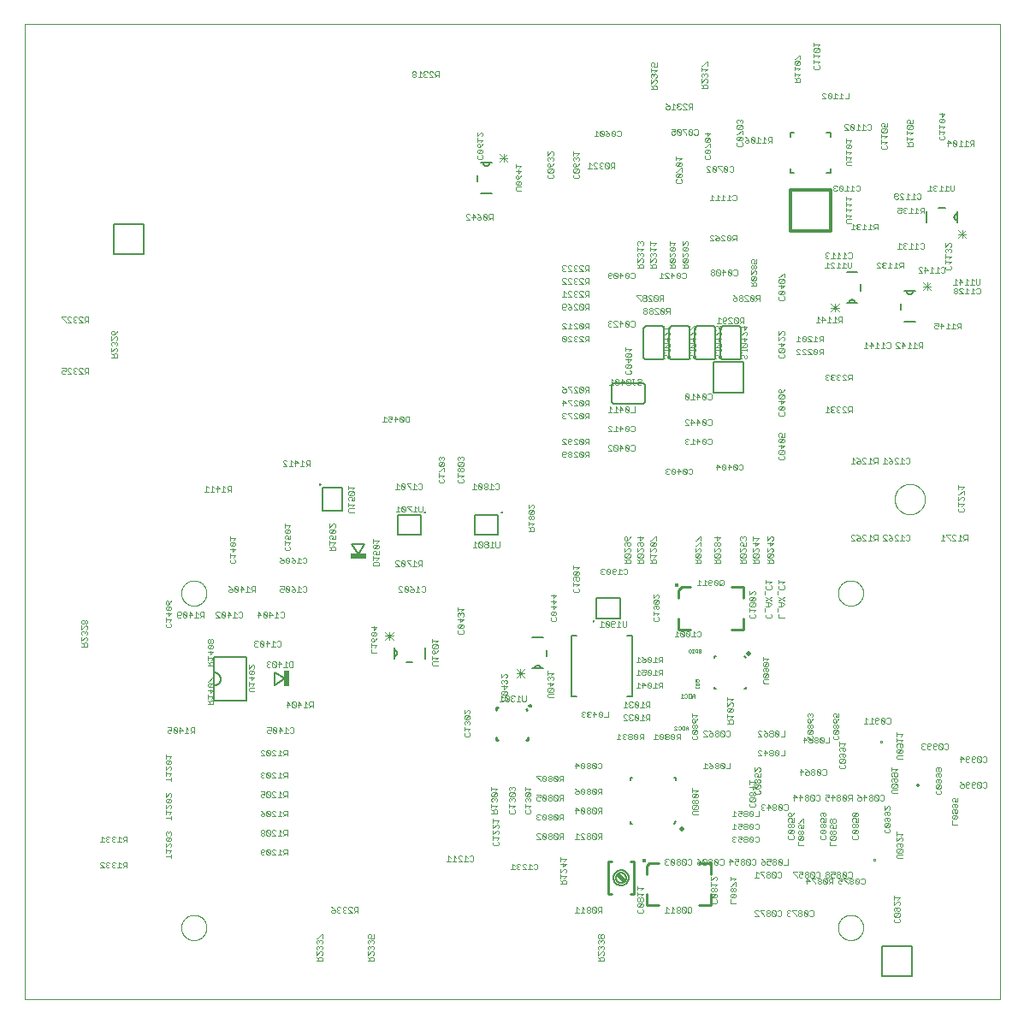
<source format=gbo>
G75*
%MOIN*%
%OFA0B0*%
%FSLAX25Y25*%
%IPPOS*%
%LPD*%
%AMOC8*
5,1,8,0,0,1.08239X$1,22.5*
%
%ADD10C,0.00000*%
%ADD11C,0.00200*%
%ADD12C,0.00600*%
%ADD13C,0.00800*%
%ADD14R,0.06200X0.02400*%
%ADD15C,0.00492*%
%ADD16C,0.00500*%
%ADD17C,0.00300*%
%ADD18C,0.02000*%
%ADD19R,0.02400X0.06200*%
%ADD20C,0.01000*%
%ADD21C,0.01575*%
%ADD22C,0.01200*%
%ADD23C,0.00787*%
%ADD24R,0.01575X0.03937*%
%ADD25C,0.00098*%
D10*
X0063933Y0036780D02*
X0063933Y0416780D01*
X0443933Y0416780D01*
X0443933Y0036780D01*
X0063933Y0036780D01*
X0125059Y0064851D02*
X0125061Y0064991D01*
X0125067Y0065131D01*
X0125077Y0065270D01*
X0125091Y0065409D01*
X0125109Y0065548D01*
X0125130Y0065686D01*
X0125156Y0065824D01*
X0125186Y0065961D01*
X0125219Y0066096D01*
X0125257Y0066231D01*
X0125298Y0066365D01*
X0125343Y0066498D01*
X0125391Y0066629D01*
X0125444Y0066758D01*
X0125500Y0066887D01*
X0125559Y0067013D01*
X0125623Y0067138D01*
X0125689Y0067261D01*
X0125760Y0067382D01*
X0125833Y0067501D01*
X0125910Y0067618D01*
X0125991Y0067732D01*
X0126074Y0067844D01*
X0126161Y0067954D01*
X0126251Y0068062D01*
X0126343Y0068166D01*
X0126439Y0068268D01*
X0126538Y0068368D01*
X0126639Y0068464D01*
X0126743Y0068558D01*
X0126850Y0068648D01*
X0126959Y0068735D01*
X0127071Y0068820D01*
X0127185Y0068901D01*
X0127301Y0068979D01*
X0127419Y0069053D01*
X0127540Y0069124D01*
X0127662Y0069192D01*
X0127787Y0069256D01*
X0127913Y0069317D01*
X0128040Y0069374D01*
X0128170Y0069427D01*
X0128301Y0069477D01*
X0128433Y0069522D01*
X0128566Y0069565D01*
X0128701Y0069603D01*
X0128836Y0069637D01*
X0128973Y0069668D01*
X0129110Y0069695D01*
X0129248Y0069717D01*
X0129387Y0069736D01*
X0129526Y0069751D01*
X0129665Y0069762D01*
X0129805Y0069769D01*
X0129945Y0069772D01*
X0130085Y0069771D01*
X0130225Y0069766D01*
X0130364Y0069757D01*
X0130504Y0069744D01*
X0130643Y0069727D01*
X0130781Y0069706D01*
X0130919Y0069682D01*
X0131056Y0069653D01*
X0131192Y0069621D01*
X0131327Y0069584D01*
X0131461Y0069544D01*
X0131594Y0069500D01*
X0131725Y0069452D01*
X0131855Y0069401D01*
X0131984Y0069346D01*
X0132111Y0069287D01*
X0132236Y0069224D01*
X0132359Y0069159D01*
X0132481Y0069089D01*
X0132600Y0069016D01*
X0132718Y0068940D01*
X0132833Y0068861D01*
X0132946Y0068778D01*
X0133056Y0068692D01*
X0133164Y0068603D01*
X0133269Y0068511D01*
X0133372Y0068416D01*
X0133472Y0068318D01*
X0133569Y0068218D01*
X0133663Y0068114D01*
X0133755Y0068008D01*
X0133843Y0067900D01*
X0133928Y0067789D01*
X0134010Y0067675D01*
X0134089Y0067559D01*
X0134164Y0067442D01*
X0134236Y0067322D01*
X0134304Y0067200D01*
X0134369Y0067076D01*
X0134431Y0066950D01*
X0134489Y0066823D01*
X0134543Y0066694D01*
X0134594Y0066563D01*
X0134640Y0066431D01*
X0134683Y0066298D01*
X0134723Y0066164D01*
X0134758Y0066029D01*
X0134790Y0065892D01*
X0134817Y0065755D01*
X0134841Y0065617D01*
X0134861Y0065479D01*
X0134877Y0065340D01*
X0134889Y0065200D01*
X0134897Y0065061D01*
X0134901Y0064921D01*
X0134901Y0064781D01*
X0134897Y0064641D01*
X0134889Y0064502D01*
X0134877Y0064362D01*
X0134861Y0064223D01*
X0134841Y0064085D01*
X0134817Y0063947D01*
X0134790Y0063810D01*
X0134758Y0063673D01*
X0134723Y0063538D01*
X0134683Y0063404D01*
X0134640Y0063271D01*
X0134594Y0063139D01*
X0134543Y0063008D01*
X0134489Y0062879D01*
X0134431Y0062752D01*
X0134369Y0062626D01*
X0134304Y0062502D01*
X0134236Y0062380D01*
X0134164Y0062260D01*
X0134089Y0062143D01*
X0134010Y0062027D01*
X0133928Y0061913D01*
X0133843Y0061802D01*
X0133755Y0061694D01*
X0133663Y0061588D01*
X0133569Y0061484D01*
X0133472Y0061384D01*
X0133372Y0061286D01*
X0133269Y0061191D01*
X0133164Y0061099D01*
X0133056Y0061010D01*
X0132946Y0060924D01*
X0132833Y0060841D01*
X0132718Y0060762D01*
X0132600Y0060686D01*
X0132481Y0060613D01*
X0132359Y0060543D01*
X0132236Y0060478D01*
X0132111Y0060415D01*
X0131984Y0060356D01*
X0131855Y0060301D01*
X0131725Y0060250D01*
X0131594Y0060202D01*
X0131461Y0060158D01*
X0131327Y0060118D01*
X0131192Y0060081D01*
X0131056Y0060049D01*
X0130919Y0060020D01*
X0130781Y0059996D01*
X0130643Y0059975D01*
X0130504Y0059958D01*
X0130364Y0059945D01*
X0130225Y0059936D01*
X0130085Y0059931D01*
X0129945Y0059930D01*
X0129805Y0059933D01*
X0129665Y0059940D01*
X0129526Y0059951D01*
X0129387Y0059966D01*
X0129248Y0059985D01*
X0129110Y0060007D01*
X0128973Y0060034D01*
X0128836Y0060065D01*
X0128701Y0060099D01*
X0128566Y0060137D01*
X0128433Y0060180D01*
X0128301Y0060225D01*
X0128170Y0060275D01*
X0128040Y0060328D01*
X0127913Y0060385D01*
X0127787Y0060446D01*
X0127662Y0060510D01*
X0127540Y0060578D01*
X0127419Y0060649D01*
X0127301Y0060723D01*
X0127185Y0060801D01*
X0127071Y0060882D01*
X0126959Y0060967D01*
X0126850Y0061054D01*
X0126743Y0061144D01*
X0126639Y0061238D01*
X0126538Y0061334D01*
X0126439Y0061434D01*
X0126343Y0061536D01*
X0126251Y0061640D01*
X0126161Y0061748D01*
X0126074Y0061858D01*
X0125991Y0061970D01*
X0125910Y0062084D01*
X0125833Y0062201D01*
X0125760Y0062320D01*
X0125689Y0062441D01*
X0125623Y0062564D01*
X0125559Y0062689D01*
X0125500Y0062815D01*
X0125444Y0062944D01*
X0125391Y0063073D01*
X0125343Y0063204D01*
X0125298Y0063337D01*
X0125257Y0063471D01*
X0125219Y0063606D01*
X0125186Y0063741D01*
X0125156Y0063878D01*
X0125130Y0064016D01*
X0125109Y0064154D01*
X0125091Y0064293D01*
X0125077Y0064432D01*
X0125067Y0064571D01*
X0125061Y0064711D01*
X0125059Y0064851D01*
X0125059Y0195166D02*
X0125061Y0195306D01*
X0125067Y0195446D01*
X0125077Y0195585D01*
X0125091Y0195724D01*
X0125109Y0195863D01*
X0125130Y0196001D01*
X0125156Y0196139D01*
X0125186Y0196276D01*
X0125219Y0196411D01*
X0125257Y0196546D01*
X0125298Y0196680D01*
X0125343Y0196813D01*
X0125391Y0196944D01*
X0125444Y0197073D01*
X0125500Y0197202D01*
X0125559Y0197328D01*
X0125623Y0197453D01*
X0125689Y0197576D01*
X0125760Y0197697D01*
X0125833Y0197816D01*
X0125910Y0197933D01*
X0125991Y0198047D01*
X0126074Y0198159D01*
X0126161Y0198269D01*
X0126251Y0198377D01*
X0126343Y0198481D01*
X0126439Y0198583D01*
X0126538Y0198683D01*
X0126639Y0198779D01*
X0126743Y0198873D01*
X0126850Y0198963D01*
X0126959Y0199050D01*
X0127071Y0199135D01*
X0127185Y0199216D01*
X0127301Y0199294D01*
X0127419Y0199368D01*
X0127540Y0199439D01*
X0127662Y0199507D01*
X0127787Y0199571D01*
X0127913Y0199632D01*
X0128040Y0199689D01*
X0128170Y0199742D01*
X0128301Y0199792D01*
X0128433Y0199837D01*
X0128566Y0199880D01*
X0128701Y0199918D01*
X0128836Y0199952D01*
X0128973Y0199983D01*
X0129110Y0200010D01*
X0129248Y0200032D01*
X0129387Y0200051D01*
X0129526Y0200066D01*
X0129665Y0200077D01*
X0129805Y0200084D01*
X0129945Y0200087D01*
X0130085Y0200086D01*
X0130225Y0200081D01*
X0130364Y0200072D01*
X0130504Y0200059D01*
X0130643Y0200042D01*
X0130781Y0200021D01*
X0130919Y0199997D01*
X0131056Y0199968D01*
X0131192Y0199936D01*
X0131327Y0199899D01*
X0131461Y0199859D01*
X0131594Y0199815D01*
X0131725Y0199767D01*
X0131855Y0199716D01*
X0131984Y0199661D01*
X0132111Y0199602D01*
X0132236Y0199539D01*
X0132359Y0199474D01*
X0132481Y0199404D01*
X0132600Y0199331D01*
X0132718Y0199255D01*
X0132833Y0199176D01*
X0132946Y0199093D01*
X0133056Y0199007D01*
X0133164Y0198918D01*
X0133269Y0198826D01*
X0133372Y0198731D01*
X0133472Y0198633D01*
X0133569Y0198533D01*
X0133663Y0198429D01*
X0133755Y0198323D01*
X0133843Y0198215D01*
X0133928Y0198104D01*
X0134010Y0197990D01*
X0134089Y0197874D01*
X0134164Y0197757D01*
X0134236Y0197637D01*
X0134304Y0197515D01*
X0134369Y0197391D01*
X0134431Y0197265D01*
X0134489Y0197138D01*
X0134543Y0197009D01*
X0134594Y0196878D01*
X0134640Y0196746D01*
X0134683Y0196613D01*
X0134723Y0196479D01*
X0134758Y0196344D01*
X0134790Y0196207D01*
X0134817Y0196070D01*
X0134841Y0195932D01*
X0134861Y0195794D01*
X0134877Y0195655D01*
X0134889Y0195515D01*
X0134897Y0195376D01*
X0134901Y0195236D01*
X0134901Y0195096D01*
X0134897Y0194956D01*
X0134889Y0194817D01*
X0134877Y0194677D01*
X0134861Y0194538D01*
X0134841Y0194400D01*
X0134817Y0194262D01*
X0134790Y0194125D01*
X0134758Y0193988D01*
X0134723Y0193853D01*
X0134683Y0193719D01*
X0134640Y0193586D01*
X0134594Y0193454D01*
X0134543Y0193323D01*
X0134489Y0193194D01*
X0134431Y0193067D01*
X0134369Y0192941D01*
X0134304Y0192817D01*
X0134236Y0192695D01*
X0134164Y0192575D01*
X0134089Y0192458D01*
X0134010Y0192342D01*
X0133928Y0192228D01*
X0133843Y0192117D01*
X0133755Y0192009D01*
X0133663Y0191903D01*
X0133569Y0191799D01*
X0133472Y0191699D01*
X0133372Y0191601D01*
X0133269Y0191506D01*
X0133164Y0191414D01*
X0133056Y0191325D01*
X0132946Y0191239D01*
X0132833Y0191156D01*
X0132718Y0191077D01*
X0132600Y0191001D01*
X0132481Y0190928D01*
X0132359Y0190858D01*
X0132236Y0190793D01*
X0132111Y0190730D01*
X0131984Y0190671D01*
X0131855Y0190616D01*
X0131725Y0190565D01*
X0131594Y0190517D01*
X0131461Y0190473D01*
X0131327Y0190433D01*
X0131192Y0190396D01*
X0131056Y0190364D01*
X0130919Y0190335D01*
X0130781Y0190311D01*
X0130643Y0190290D01*
X0130504Y0190273D01*
X0130364Y0190260D01*
X0130225Y0190251D01*
X0130085Y0190246D01*
X0129945Y0190245D01*
X0129805Y0190248D01*
X0129665Y0190255D01*
X0129526Y0190266D01*
X0129387Y0190281D01*
X0129248Y0190300D01*
X0129110Y0190322D01*
X0128973Y0190349D01*
X0128836Y0190380D01*
X0128701Y0190414D01*
X0128566Y0190452D01*
X0128433Y0190495D01*
X0128301Y0190540D01*
X0128170Y0190590D01*
X0128040Y0190643D01*
X0127913Y0190700D01*
X0127787Y0190761D01*
X0127662Y0190825D01*
X0127540Y0190893D01*
X0127419Y0190964D01*
X0127301Y0191038D01*
X0127185Y0191116D01*
X0127071Y0191197D01*
X0126959Y0191282D01*
X0126850Y0191369D01*
X0126743Y0191459D01*
X0126639Y0191553D01*
X0126538Y0191649D01*
X0126439Y0191749D01*
X0126343Y0191851D01*
X0126251Y0191955D01*
X0126161Y0192063D01*
X0126074Y0192173D01*
X0125991Y0192285D01*
X0125910Y0192399D01*
X0125833Y0192516D01*
X0125760Y0192635D01*
X0125689Y0192756D01*
X0125623Y0192879D01*
X0125559Y0193004D01*
X0125500Y0193130D01*
X0125444Y0193259D01*
X0125391Y0193388D01*
X0125343Y0193519D01*
X0125298Y0193652D01*
X0125257Y0193786D01*
X0125219Y0193921D01*
X0125186Y0194056D01*
X0125156Y0194193D01*
X0125130Y0194331D01*
X0125109Y0194469D01*
X0125091Y0194608D01*
X0125077Y0194747D01*
X0125067Y0194886D01*
X0125061Y0195026D01*
X0125059Y0195166D01*
X0380965Y0195166D02*
X0380967Y0195306D01*
X0380973Y0195446D01*
X0380983Y0195585D01*
X0380997Y0195724D01*
X0381015Y0195863D01*
X0381036Y0196001D01*
X0381062Y0196139D01*
X0381092Y0196276D01*
X0381125Y0196411D01*
X0381163Y0196546D01*
X0381204Y0196680D01*
X0381249Y0196813D01*
X0381297Y0196944D01*
X0381350Y0197073D01*
X0381406Y0197202D01*
X0381465Y0197328D01*
X0381529Y0197453D01*
X0381595Y0197576D01*
X0381666Y0197697D01*
X0381739Y0197816D01*
X0381816Y0197933D01*
X0381897Y0198047D01*
X0381980Y0198159D01*
X0382067Y0198269D01*
X0382157Y0198377D01*
X0382249Y0198481D01*
X0382345Y0198583D01*
X0382444Y0198683D01*
X0382545Y0198779D01*
X0382649Y0198873D01*
X0382756Y0198963D01*
X0382865Y0199050D01*
X0382977Y0199135D01*
X0383091Y0199216D01*
X0383207Y0199294D01*
X0383325Y0199368D01*
X0383446Y0199439D01*
X0383568Y0199507D01*
X0383693Y0199571D01*
X0383819Y0199632D01*
X0383946Y0199689D01*
X0384076Y0199742D01*
X0384207Y0199792D01*
X0384339Y0199837D01*
X0384472Y0199880D01*
X0384607Y0199918D01*
X0384742Y0199952D01*
X0384879Y0199983D01*
X0385016Y0200010D01*
X0385154Y0200032D01*
X0385293Y0200051D01*
X0385432Y0200066D01*
X0385571Y0200077D01*
X0385711Y0200084D01*
X0385851Y0200087D01*
X0385991Y0200086D01*
X0386131Y0200081D01*
X0386270Y0200072D01*
X0386410Y0200059D01*
X0386549Y0200042D01*
X0386687Y0200021D01*
X0386825Y0199997D01*
X0386962Y0199968D01*
X0387098Y0199936D01*
X0387233Y0199899D01*
X0387367Y0199859D01*
X0387500Y0199815D01*
X0387631Y0199767D01*
X0387761Y0199716D01*
X0387890Y0199661D01*
X0388017Y0199602D01*
X0388142Y0199539D01*
X0388265Y0199474D01*
X0388387Y0199404D01*
X0388506Y0199331D01*
X0388624Y0199255D01*
X0388739Y0199176D01*
X0388852Y0199093D01*
X0388962Y0199007D01*
X0389070Y0198918D01*
X0389175Y0198826D01*
X0389278Y0198731D01*
X0389378Y0198633D01*
X0389475Y0198533D01*
X0389569Y0198429D01*
X0389661Y0198323D01*
X0389749Y0198215D01*
X0389834Y0198104D01*
X0389916Y0197990D01*
X0389995Y0197874D01*
X0390070Y0197757D01*
X0390142Y0197637D01*
X0390210Y0197515D01*
X0390275Y0197391D01*
X0390337Y0197265D01*
X0390395Y0197138D01*
X0390449Y0197009D01*
X0390500Y0196878D01*
X0390546Y0196746D01*
X0390589Y0196613D01*
X0390629Y0196479D01*
X0390664Y0196344D01*
X0390696Y0196207D01*
X0390723Y0196070D01*
X0390747Y0195932D01*
X0390767Y0195794D01*
X0390783Y0195655D01*
X0390795Y0195515D01*
X0390803Y0195376D01*
X0390807Y0195236D01*
X0390807Y0195096D01*
X0390803Y0194956D01*
X0390795Y0194817D01*
X0390783Y0194677D01*
X0390767Y0194538D01*
X0390747Y0194400D01*
X0390723Y0194262D01*
X0390696Y0194125D01*
X0390664Y0193988D01*
X0390629Y0193853D01*
X0390589Y0193719D01*
X0390546Y0193586D01*
X0390500Y0193454D01*
X0390449Y0193323D01*
X0390395Y0193194D01*
X0390337Y0193067D01*
X0390275Y0192941D01*
X0390210Y0192817D01*
X0390142Y0192695D01*
X0390070Y0192575D01*
X0389995Y0192458D01*
X0389916Y0192342D01*
X0389834Y0192228D01*
X0389749Y0192117D01*
X0389661Y0192009D01*
X0389569Y0191903D01*
X0389475Y0191799D01*
X0389378Y0191699D01*
X0389278Y0191601D01*
X0389175Y0191506D01*
X0389070Y0191414D01*
X0388962Y0191325D01*
X0388852Y0191239D01*
X0388739Y0191156D01*
X0388624Y0191077D01*
X0388506Y0191001D01*
X0388387Y0190928D01*
X0388265Y0190858D01*
X0388142Y0190793D01*
X0388017Y0190730D01*
X0387890Y0190671D01*
X0387761Y0190616D01*
X0387631Y0190565D01*
X0387500Y0190517D01*
X0387367Y0190473D01*
X0387233Y0190433D01*
X0387098Y0190396D01*
X0386962Y0190364D01*
X0386825Y0190335D01*
X0386687Y0190311D01*
X0386549Y0190290D01*
X0386410Y0190273D01*
X0386270Y0190260D01*
X0386131Y0190251D01*
X0385991Y0190246D01*
X0385851Y0190245D01*
X0385711Y0190248D01*
X0385571Y0190255D01*
X0385432Y0190266D01*
X0385293Y0190281D01*
X0385154Y0190300D01*
X0385016Y0190322D01*
X0384879Y0190349D01*
X0384742Y0190380D01*
X0384607Y0190414D01*
X0384472Y0190452D01*
X0384339Y0190495D01*
X0384207Y0190540D01*
X0384076Y0190590D01*
X0383946Y0190643D01*
X0383819Y0190700D01*
X0383693Y0190761D01*
X0383568Y0190825D01*
X0383446Y0190893D01*
X0383325Y0190964D01*
X0383207Y0191038D01*
X0383091Y0191116D01*
X0382977Y0191197D01*
X0382865Y0191282D01*
X0382756Y0191369D01*
X0382649Y0191459D01*
X0382545Y0191553D01*
X0382444Y0191649D01*
X0382345Y0191749D01*
X0382249Y0191851D01*
X0382157Y0191955D01*
X0382067Y0192063D01*
X0381980Y0192173D01*
X0381897Y0192285D01*
X0381816Y0192399D01*
X0381739Y0192516D01*
X0381666Y0192635D01*
X0381595Y0192756D01*
X0381529Y0192879D01*
X0381465Y0193004D01*
X0381406Y0193130D01*
X0381350Y0193259D01*
X0381297Y0193388D01*
X0381249Y0193519D01*
X0381204Y0193652D01*
X0381163Y0193786D01*
X0381125Y0193921D01*
X0381092Y0194056D01*
X0381062Y0194193D01*
X0381036Y0194331D01*
X0381015Y0194469D01*
X0380997Y0194608D01*
X0380983Y0194747D01*
X0380973Y0194886D01*
X0380967Y0195026D01*
X0380965Y0195166D01*
X0403027Y0231780D02*
X0403029Y0231933D01*
X0403035Y0232087D01*
X0403045Y0232240D01*
X0403059Y0232392D01*
X0403077Y0232545D01*
X0403099Y0232696D01*
X0403124Y0232847D01*
X0403154Y0232998D01*
X0403188Y0233148D01*
X0403225Y0233296D01*
X0403266Y0233444D01*
X0403311Y0233590D01*
X0403360Y0233736D01*
X0403413Y0233880D01*
X0403469Y0234022D01*
X0403529Y0234163D01*
X0403593Y0234303D01*
X0403660Y0234441D01*
X0403731Y0234577D01*
X0403806Y0234711D01*
X0403883Y0234843D01*
X0403965Y0234973D01*
X0404049Y0235101D01*
X0404137Y0235227D01*
X0404228Y0235350D01*
X0404322Y0235471D01*
X0404420Y0235589D01*
X0404520Y0235705D01*
X0404624Y0235818D01*
X0404730Y0235929D01*
X0404839Y0236037D01*
X0404951Y0236142D01*
X0405065Y0236243D01*
X0405183Y0236342D01*
X0405302Y0236438D01*
X0405424Y0236531D01*
X0405549Y0236620D01*
X0405676Y0236707D01*
X0405805Y0236789D01*
X0405936Y0236869D01*
X0406069Y0236945D01*
X0406204Y0237018D01*
X0406341Y0237087D01*
X0406480Y0237152D01*
X0406620Y0237214D01*
X0406762Y0237272D01*
X0406905Y0237327D01*
X0407050Y0237378D01*
X0407196Y0237425D01*
X0407343Y0237468D01*
X0407491Y0237507D01*
X0407640Y0237543D01*
X0407790Y0237574D01*
X0407941Y0237602D01*
X0408092Y0237626D01*
X0408245Y0237646D01*
X0408397Y0237662D01*
X0408550Y0237674D01*
X0408703Y0237682D01*
X0408856Y0237686D01*
X0409010Y0237686D01*
X0409163Y0237682D01*
X0409316Y0237674D01*
X0409469Y0237662D01*
X0409621Y0237646D01*
X0409774Y0237626D01*
X0409925Y0237602D01*
X0410076Y0237574D01*
X0410226Y0237543D01*
X0410375Y0237507D01*
X0410523Y0237468D01*
X0410670Y0237425D01*
X0410816Y0237378D01*
X0410961Y0237327D01*
X0411104Y0237272D01*
X0411246Y0237214D01*
X0411386Y0237152D01*
X0411525Y0237087D01*
X0411662Y0237018D01*
X0411797Y0236945D01*
X0411930Y0236869D01*
X0412061Y0236789D01*
X0412190Y0236707D01*
X0412317Y0236620D01*
X0412442Y0236531D01*
X0412564Y0236438D01*
X0412683Y0236342D01*
X0412801Y0236243D01*
X0412915Y0236142D01*
X0413027Y0236037D01*
X0413136Y0235929D01*
X0413242Y0235818D01*
X0413346Y0235705D01*
X0413446Y0235589D01*
X0413544Y0235471D01*
X0413638Y0235350D01*
X0413729Y0235227D01*
X0413817Y0235101D01*
X0413901Y0234973D01*
X0413983Y0234843D01*
X0414060Y0234711D01*
X0414135Y0234577D01*
X0414206Y0234441D01*
X0414273Y0234303D01*
X0414337Y0234163D01*
X0414397Y0234022D01*
X0414453Y0233880D01*
X0414506Y0233736D01*
X0414555Y0233590D01*
X0414600Y0233444D01*
X0414641Y0233296D01*
X0414678Y0233148D01*
X0414712Y0232998D01*
X0414742Y0232847D01*
X0414767Y0232696D01*
X0414789Y0232545D01*
X0414807Y0232392D01*
X0414821Y0232240D01*
X0414831Y0232087D01*
X0414837Y0231933D01*
X0414839Y0231780D01*
X0414837Y0231627D01*
X0414831Y0231473D01*
X0414821Y0231320D01*
X0414807Y0231168D01*
X0414789Y0231015D01*
X0414767Y0230864D01*
X0414742Y0230713D01*
X0414712Y0230562D01*
X0414678Y0230412D01*
X0414641Y0230264D01*
X0414600Y0230116D01*
X0414555Y0229970D01*
X0414506Y0229824D01*
X0414453Y0229680D01*
X0414397Y0229538D01*
X0414337Y0229397D01*
X0414273Y0229257D01*
X0414206Y0229119D01*
X0414135Y0228983D01*
X0414060Y0228849D01*
X0413983Y0228717D01*
X0413901Y0228587D01*
X0413817Y0228459D01*
X0413729Y0228333D01*
X0413638Y0228210D01*
X0413544Y0228089D01*
X0413446Y0227971D01*
X0413346Y0227855D01*
X0413242Y0227742D01*
X0413136Y0227631D01*
X0413027Y0227523D01*
X0412915Y0227418D01*
X0412801Y0227317D01*
X0412683Y0227218D01*
X0412564Y0227122D01*
X0412442Y0227029D01*
X0412317Y0226940D01*
X0412190Y0226853D01*
X0412061Y0226771D01*
X0411930Y0226691D01*
X0411797Y0226615D01*
X0411662Y0226542D01*
X0411525Y0226473D01*
X0411386Y0226408D01*
X0411246Y0226346D01*
X0411104Y0226288D01*
X0410961Y0226233D01*
X0410816Y0226182D01*
X0410670Y0226135D01*
X0410523Y0226092D01*
X0410375Y0226053D01*
X0410226Y0226017D01*
X0410076Y0225986D01*
X0409925Y0225958D01*
X0409774Y0225934D01*
X0409621Y0225914D01*
X0409469Y0225898D01*
X0409316Y0225886D01*
X0409163Y0225878D01*
X0409010Y0225874D01*
X0408856Y0225874D01*
X0408703Y0225878D01*
X0408550Y0225886D01*
X0408397Y0225898D01*
X0408245Y0225914D01*
X0408092Y0225934D01*
X0407941Y0225958D01*
X0407790Y0225986D01*
X0407640Y0226017D01*
X0407491Y0226053D01*
X0407343Y0226092D01*
X0407196Y0226135D01*
X0407050Y0226182D01*
X0406905Y0226233D01*
X0406762Y0226288D01*
X0406620Y0226346D01*
X0406480Y0226408D01*
X0406341Y0226473D01*
X0406204Y0226542D01*
X0406069Y0226615D01*
X0405936Y0226691D01*
X0405805Y0226771D01*
X0405676Y0226853D01*
X0405549Y0226940D01*
X0405424Y0227029D01*
X0405302Y0227122D01*
X0405183Y0227218D01*
X0405065Y0227317D01*
X0404951Y0227418D01*
X0404839Y0227523D01*
X0404730Y0227631D01*
X0404624Y0227742D01*
X0404520Y0227855D01*
X0404420Y0227971D01*
X0404322Y0228089D01*
X0404228Y0228210D01*
X0404137Y0228333D01*
X0404049Y0228459D01*
X0403965Y0228587D01*
X0403883Y0228717D01*
X0403806Y0228849D01*
X0403731Y0228983D01*
X0403660Y0229119D01*
X0403593Y0229257D01*
X0403529Y0229397D01*
X0403469Y0229538D01*
X0403413Y0229680D01*
X0403360Y0229824D01*
X0403311Y0229970D01*
X0403266Y0230116D01*
X0403225Y0230264D01*
X0403188Y0230412D01*
X0403154Y0230562D01*
X0403124Y0230713D01*
X0403099Y0230864D01*
X0403077Y0231015D01*
X0403059Y0231168D01*
X0403045Y0231320D01*
X0403035Y0231473D01*
X0403029Y0231627D01*
X0403027Y0231780D01*
X0380965Y0064851D02*
X0380967Y0064991D01*
X0380973Y0065131D01*
X0380983Y0065270D01*
X0380997Y0065409D01*
X0381015Y0065548D01*
X0381036Y0065686D01*
X0381062Y0065824D01*
X0381092Y0065961D01*
X0381125Y0066096D01*
X0381163Y0066231D01*
X0381204Y0066365D01*
X0381249Y0066498D01*
X0381297Y0066629D01*
X0381350Y0066758D01*
X0381406Y0066887D01*
X0381465Y0067013D01*
X0381529Y0067138D01*
X0381595Y0067261D01*
X0381666Y0067382D01*
X0381739Y0067501D01*
X0381816Y0067618D01*
X0381897Y0067732D01*
X0381980Y0067844D01*
X0382067Y0067954D01*
X0382157Y0068062D01*
X0382249Y0068166D01*
X0382345Y0068268D01*
X0382444Y0068368D01*
X0382545Y0068464D01*
X0382649Y0068558D01*
X0382756Y0068648D01*
X0382865Y0068735D01*
X0382977Y0068820D01*
X0383091Y0068901D01*
X0383207Y0068979D01*
X0383325Y0069053D01*
X0383446Y0069124D01*
X0383568Y0069192D01*
X0383693Y0069256D01*
X0383819Y0069317D01*
X0383946Y0069374D01*
X0384076Y0069427D01*
X0384207Y0069477D01*
X0384339Y0069522D01*
X0384472Y0069565D01*
X0384607Y0069603D01*
X0384742Y0069637D01*
X0384879Y0069668D01*
X0385016Y0069695D01*
X0385154Y0069717D01*
X0385293Y0069736D01*
X0385432Y0069751D01*
X0385571Y0069762D01*
X0385711Y0069769D01*
X0385851Y0069772D01*
X0385991Y0069771D01*
X0386131Y0069766D01*
X0386270Y0069757D01*
X0386410Y0069744D01*
X0386549Y0069727D01*
X0386687Y0069706D01*
X0386825Y0069682D01*
X0386962Y0069653D01*
X0387098Y0069621D01*
X0387233Y0069584D01*
X0387367Y0069544D01*
X0387500Y0069500D01*
X0387631Y0069452D01*
X0387761Y0069401D01*
X0387890Y0069346D01*
X0388017Y0069287D01*
X0388142Y0069224D01*
X0388265Y0069159D01*
X0388387Y0069089D01*
X0388506Y0069016D01*
X0388624Y0068940D01*
X0388739Y0068861D01*
X0388852Y0068778D01*
X0388962Y0068692D01*
X0389070Y0068603D01*
X0389175Y0068511D01*
X0389278Y0068416D01*
X0389378Y0068318D01*
X0389475Y0068218D01*
X0389569Y0068114D01*
X0389661Y0068008D01*
X0389749Y0067900D01*
X0389834Y0067789D01*
X0389916Y0067675D01*
X0389995Y0067559D01*
X0390070Y0067442D01*
X0390142Y0067322D01*
X0390210Y0067200D01*
X0390275Y0067076D01*
X0390337Y0066950D01*
X0390395Y0066823D01*
X0390449Y0066694D01*
X0390500Y0066563D01*
X0390546Y0066431D01*
X0390589Y0066298D01*
X0390629Y0066164D01*
X0390664Y0066029D01*
X0390696Y0065892D01*
X0390723Y0065755D01*
X0390747Y0065617D01*
X0390767Y0065479D01*
X0390783Y0065340D01*
X0390795Y0065200D01*
X0390803Y0065061D01*
X0390807Y0064921D01*
X0390807Y0064781D01*
X0390803Y0064641D01*
X0390795Y0064502D01*
X0390783Y0064362D01*
X0390767Y0064223D01*
X0390747Y0064085D01*
X0390723Y0063947D01*
X0390696Y0063810D01*
X0390664Y0063673D01*
X0390629Y0063538D01*
X0390589Y0063404D01*
X0390546Y0063271D01*
X0390500Y0063139D01*
X0390449Y0063008D01*
X0390395Y0062879D01*
X0390337Y0062752D01*
X0390275Y0062626D01*
X0390210Y0062502D01*
X0390142Y0062380D01*
X0390070Y0062260D01*
X0389995Y0062143D01*
X0389916Y0062027D01*
X0389834Y0061913D01*
X0389749Y0061802D01*
X0389661Y0061694D01*
X0389569Y0061588D01*
X0389475Y0061484D01*
X0389378Y0061384D01*
X0389278Y0061286D01*
X0389175Y0061191D01*
X0389070Y0061099D01*
X0388962Y0061010D01*
X0388852Y0060924D01*
X0388739Y0060841D01*
X0388624Y0060762D01*
X0388506Y0060686D01*
X0388387Y0060613D01*
X0388265Y0060543D01*
X0388142Y0060478D01*
X0388017Y0060415D01*
X0387890Y0060356D01*
X0387761Y0060301D01*
X0387631Y0060250D01*
X0387500Y0060202D01*
X0387367Y0060158D01*
X0387233Y0060118D01*
X0387098Y0060081D01*
X0386962Y0060049D01*
X0386825Y0060020D01*
X0386687Y0059996D01*
X0386549Y0059975D01*
X0386410Y0059958D01*
X0386270Y0059945D01*
X0386131Y0059936D01*
X0385991Y0059931D01*
X0385851Y0059930D01*
X0385711Y0059933D01*
X0385571Y0059940D01*
X0385432Y0059951D01*
X0385293Y0059966D01*
X0385154Y0059985D01*
X0385016Y0060007D01*
X0384879Y0060034D01*
X0384742Y0060065D01*
X0384607Y0060099D01*
X0384472Y0060137D01*
X0384339Y0060180D01*
X0384207Y0060225D01*
X0384076Y0060275D01*
X0383946Y0060328D01*
X0383819Y0060385D01*
X0383693Y0060446D01*
X0383568Y0060510D01*
X0383446Y0060578D01*
X0383325Y0060649D01*
X0383207Y0060723D01*
X0383091Y0060801D01*
X0382977Y0060882D01*
X0382865Y0060967D01*
X0382756Y0061054D01*
X0382649Y0061144D01*
X0382545Y0061238D01*
X0382444Y0061334D01*
X0382345Y0061434D01*
X0382249Y0061536D01*
X0382157Y0061640D01*
X0382067Y0061748D01*
X0381980Y0061858D01*
X0381897Y0061970D01*
X0381816Y0062084D01*
X0381739Y0062201D01*
X0381666Y0062320D01*
X0381595Y0062441D01*
X0381529Y0062564D01*
X0381465Y0062689D01*
X0381406Y0062815D01*
X0381350Y0062944D01*
X0381297Y0063073D01*
X0381249Y0063204D01*
X0381204Y0063337D01*
X0381163Y0063471D01*
X0381125Y0063606D01*
X0381092Y0063741D01*
X0381062Y0063878D01*
X0381036Y0064016D01*
X0381015Y0064154D01*
X0380997Y0064293D01*
X0380983Y0064432D01*
X0380973Y0064571D01*
X0380967Y0064711D01*
X0380965Y0064851D01*
D11*
X0371333Y0069747D02*
X0371333Y0071215D01*
X0370966Y0071582D01*
X0370232Y0071582D01*
X0369865Y0071215D01*
X0369123Y0071215D02*
X0368756Y0071582D01*
X0368022Y0071582D01*
X0367655Y0071215D01*
X0369123Y0069747D01*
X0368756Y0069380D01*
X0368022Y0069380D01*
X0367655Y0069747D01*
X0367655Y0071215D01*
X0366913Y0071215D02*
X0366913Y0070848D01*
X0366546Y0070481D01*
X0365812Y0070481D01*
X0365445Y0070114D01*
X0365445Y0069747D01*
X0365812Y0069380D01*
X0366546Y0069380D01*
X0366913Y0069747D01*
X0366913Y0070114D01*
X0366546Y0070481D01*
X0365812Y0070481D02*
X0365445Y0070848D01*
X0365445Y0071215D01*
X0365812Y0071582D01*
X0366546Y0071582D01*
X0366913Y0071215D01*
X0369123Y0071215D02*
X0369123Y0069747D01*
X0369865Y0069747D02*
X0370232Y0069380D01*
X0370966Y0069380D01*
X0371333Y0069747D01*
X0364703Y0069747D02*
X0363236Y0071215D01*
X0363236Y0071582D01*
X0364703Y0071582D01*
X0364703Y0069747D02*
X0364703Y0069380D01*
X0362494Y0069747D02*
X0362127Y0069380D01*
X0361393Y0069380D01*
X0361026Y0069747D01*
X0361026Y0070114D01*
X0361393Y0070481D01*
X0361760Y0070481D01*
X0361393Y0070481D02*
X0361026Y0070848D01*
X0361026Y0071215D01*
X0361393Y0071582D01*
X0362127Y0071582D01*
X0362494Y0071215D01*
X0358833Y0071215D02*
X0358833Y0069747D01*
X0358466Y0069380D01*
X0357732Y0069380D01*
X0357365Y0069747D01*
X0356623Y0069747D02*
X0355155Y0071215D01*
X0355155Y0069747D01*
X0355522Y0069380D01*
X0356256Y0069380D01*
X0356623Y0069747D01*
X0356623Y0071215D01*
X0356256Y0071582D01*
X0355522Y0071582D01*
X0355155Y0071215D01*
X0354413Y0071215D02*
X0354413Y0070848D01*
X0354046Y0070481D01*
X0353312Y0070481D01*
X0352945Y0070114D01*
X0352945Y0069747D01*
X0353312Y0069380D01*
X0354046Y0069380D01*
X0354413Y0069747D01*
X0354413Y0070114D01*
X0354046Y0070481D01*
X0353312Y0070481D02*
X0352945Y0070848D01*
X0352945Y0071215D01*
X0353312Y0071582D01*
X0354046Y0071582D01*
X0354413Y0071215D01*
X0352203Y0071582D02*
X0350736Y0071582D01*
X0350736Y0071215D01*
X0352203Y0069747D01*
X0352203Y0069380D01*
X0349994Y0069380D02*
X0348526Y0070848D01*
X0348526Y0071215D01*
X0348893Y0071582D01*
X0349627Y0071582D01*
X0349994Y0071215D01*
X0349994Y0069380D02*
X0348526Y0069380D01*
X0357365Y0071215D02*
X0357732Y0071582D01*
X0358466Y0071582D01*
X0358833Y0071215D01*
X0368893Y0081880D02*
X0368893Y0084082D01*
X0369994Y0082981D01*
X0368526Y0082981D01*
X0368312Y0084380D02*
X0369046Y0084380D01*
X0369413Y0084747D01*
X0369413Y0085114D01*
X0369046Y0085481D01*
X0368312Y0085481D01*
X0367945Y0085114D01*
X0367945Y0084747D01*
X0368312Y0084380D01*
X0368312Y0085481D02*
X0367945Y0085848D01*
X0367945Y0086215D01*
X0368312Y0086582D01*
X0369046Y0086582D01*
X0369413Y0086215D01*
X0369413Y0085848D01*
X0369046Y0085481D01*
X0370155Y0086215D02*
X0371623Y0084747D01*
X0371256Y0084380D01*
X0370522Y0084380D01*
X0370155Y0084747D01*
X0370155Y0086215D01*
X0370522Y0086582D01*
X0371256Y0086582D01*
X0371623Y0086215D01*
X0371623Y0084747D01*
X0372365Y0084747D02*
X0372732Y0084380D01*
X0373466Y0084380D01*
X0373833Y0084747D01*
X0373833Y0086215D01*
X0373466Y0086582D01*
X0372732Y0086582D01*
X0372365Y0086215D01*
X0372203Y0084082D02*
X0370736Y0084082D01*
X0370736Y0083715D01*
X0372203Y0082247D01*
X0372203Y0081880D01*
X0372945Y0082247D02*
X0373312Y0081880D01*
X0374046Y0081880D01*
X0374413Y0082247D01*
X0374413Y0082614D01*
X0374046Y0082981D01*
X0373312Y0082981D01*
X0372945Y0082614D01*
X0372945Y0082247D01*
X0373312Y0082981D02*
X0372945Y0083348D01*
X0372945Y0083715D01*
X0373312Y0084082D01*
X0374046Y0084082D01*
X0374413Y0083715D01*
X0374413Y0083348D01*
X0374046Y0082981D01*
X0375155Y0083715D02*
X0376623Y0082247D01*
X0376256Y0081880D01*
X0375522Y0081880D01*
X0375155Y0082247D01*
X0375155Y0083715D01*
X0375522Y0084082D01*
X0376256Y0084082D01*
X0376623Y0083715D01*
X0376623Y0082247D01*
X0377365Y0081880D02*
X0378099Y0082614D01*
X0377732Y0082614D02*
X0378833Y0082614D01*
X0378833Y0081880D02*
X0378833Y0084082D01*
X0377732Y0084082D01*
X0377365Y0083715D01*
X0377365Y0082981D01*
X0377732Y0082614D01*
X0377127Y0084380D02*
X0376393Y0084380D01*
X0376026Y0084747D01*
X0376026Y0085114D01*
X0376393Y0085481D01*
X0377127Y0085481D01*
X0377494Y0085848D01*
X0377494Y0086215D01*
X0377127Y0086582D01*
X0376393Y0086582D01*
X0376026Y0086215D01*
X0376026Y0085848D01*
X0376393Y0085481D01*
X0377127Y0085481D02*
X0377494Y0085114D01*
X0377494Y0084747D01*
X0377127Y0084380D01*
X0378236Y0084747D02*
X0378602Y0084380D01*
X0379336Y0084380D01*
X0379703Y0084747D01*
X0379703Y0085481D02*
X0378969Y0085848D01*
X0378602Y0085848D01*
X0378236Y0085481D01*
X0378236Y0084747D01*
X0379703Y0085481D02*
X0379703Y0086582D01*
X0378236Y0086582D01*
X0380445Y0086215D02*
X0380445Y0085848D01*
X0380812Y0085481D01*
X0381546Y0085481D01*
X0381913Y0085848D01*
X0381913Y0086215D01*
X0381546Y0086582D01*
X0380812Y0086582D01*
X0380445Y0086215D01*
X0380812Y0085481D02*
X0380445Y0085114D01*
X0380445Y0084747D01*
X0380812Y0084380D01*
X0381546Y0084380D01*
X0381913Y0084747D01*
X0381913Y0085114D01*
X0381546Y0085481D01*
X0382655Y0086215D02*
X0384123Y0084747D01*
X0383756Y0084380D01*
X0383022Y0084380D01*
X0382655Y0084747D01*
X0382655Y0086215D01*
X0383022Y0086582D01*
X0383756Y0086582D01*
X0384123Y0086215D01*
X0384123Y0084747D01*
X0384865Y0084747D02*
X0385232Y0084380D01*
X0385966Y0084380D01*
X0386333Y0084747D01*
X0386333Y0086215D01*
X0385966Y0086582D01*
X0385232Y0086582D01*
X0384865Y0086215D01*
X0384703Y0084082D02*
X0383236Y0084082D01*
X0383236Y0083715D01*
X0384703Y0082247D01*
X0384703Y0081880D01*
X0385445Y0082247D02*
X0385812Y0081880D01*
X0386546Y0081880D01*
X0386913Y0082247D01*
X0386913Y0082614D01*
X0386546Y0082981D01*
X0385812Y0082981D01*
X0385445Y0082614D01*
X0385445Y0082247D01*
X0385812Y0082981D02*
X0385445Y0083348D01*
X0385445Y0083715D01*
X0385812Y0084082D01*
X0386546Y0084082D01*
X0386913Y0083715D01*
X0386913Y0083348D01*
X0386546Y0082981D01*
X0387655Y0083715D02*
X0389123Y0082247D01*
X0388756Y0081880D01*
X0388022Y0081880D01*
X0387655Y0082247D01*
X0387655Y0083715D01*
X0388022Y0084082D01*
X0388756Y0084082D01*
X0389123Y0083715D01*
X0389123Y0082247D01*
X0389865Y0082247D02*
X0390232Y0081880D01*
X0390966Y0081880D01*
X0391333Y0082247D01*
X0391333Y0083715D01*
X0390966Y0084082D01*
X0390232Y0084082D01*
X0389865Y0083715D01*
X0382494Y0084082D02*
X0382494Y0082981D01*
X0381760Y0083348D01*
X0381393Y0083348D01*
X0381026Y0082981D01*
X0381026Y0082247D01*
X0381393Y0081880D01*
X0382127Y0081880D01*
X0382494Y0082247D01*
X0382494Y0084082D02*
X0381026Y0084082D01*
X0379985Y0096880D02*
X0377783Y0096880D01*
X0377783Y0098348D01*
X0378150Y0099090D02*
X0379618Y0100558D01*
X0378150Y0100558D01*
X0377783Y0100191D01*
X0377783Y0099457D01*
X0378150Y0099090D01*
X0379618Y0099090D01*
X0379985Y0099457D01*
X0379985Y0100191D01*
X0379618Y0100558D01*
X0379618Y0101300D02*
X0379251Y0101300D01*
X0378884Y0101667D01*
X0378884Y0102401D01*
X0378517Y0102767D01*
X0378150Y0102767D01*
X0377783Y0102401D01*
X0377783Y0101667D01*
X0378150Y0101300D01*
X0378517Y0101300D01*
X0378884Y0101667D01*
X0378884Y0102401D02*
X0379251Y0102767D01*
X0379618Y0102767D01*
X0379985Y0102401D01*
X0379985Y0101667D01*
X0379618Y0101300D01*
X0379985Y0103509D02*
X0378884Y0103509D01*
X0379251Y0104243D01*
X0379251Y0104610D01*
X0378884Y0104977D01*
X0378150Y0104977D01*
X0377783Y0104610D01*
X0377783Y0103876D01*
X0378150Y0103509D01*
X0379985Y0103509D02*
X0379985Y0104977D01*
X0379618Y0105719D02*
X0379251Y0105719D01*
X0378884Y0106086D01*
X0378884Y0106820D01*
X0378517Y0107187D01*
X0378150Y0107187D01*
X0377783Y0106820D01*
X0377783Y0106086D01*
X0378150Y0105719D01*
X0378517Y0105719D01*
X0378884Y0106086D01*
X0378884Y0106820D02*
X0379251Y0107187D01*
X0379618Y0107187D01*
X0379985Y0106820D01*
X0379985Y0106086D01*
X0379618Y0105719D01*
X0376235Y0106009D02*
X0376235Y0107477D01*
X0375501Y0107110D02*
X0375134Y0107477D01*
X0374400Y0107477D01*
X0374033Y0107110D01*
X0374033Y0106376D01*
X0374400Y0106009D01*
X0375134Y0106009D02*
X0375501Y0106743D01*
X0375501Y0107110D01*
X0375501Y0108219D02*
X0375134Y0108586D01*
X0375134Y0109687D01*
X0375868Y0109687D02*
X0376235Y0109320D01*
X0376235Y0108586D01*
X0375868Y0108219D01*
X0375501Y0108219D01*
X0374400Y0108219D02*
X0374033Y0108586D01*
X0374033Y0109320D01*
X0374400Y0109687D01*
X0375868Y0109687D01*
X0376235Y0106009D02*
X0375134Y0106009D01*
X0374767Y0105267D02*
X0374400Y0105267D01*
X0374033Y0104901D01*
X0374033Y0104167D01*
X0374400Y0103800D01*
X0374767Y0103800D01*
X0375134Y0104167D01*
X0375134Y0104901D01*
X0374767Y0105267D01*
X0375134Y0104901D02*
X0375501Y0105267D01*
X0375868Y0105267D01*
X0376235Y0104901D01*
X0376235Y0104167D01*
X0375868Y0103800D01*
X0375501Y0103800D01*
X0375134Y0104167D01*
X0375868Y0103058D02*
X0374400Y0101590D01*
X0374033Y0101957D01*
X0374033Y0102691D01*
X0374400Y0103058D01*
X0375868Y0103058D01*
X0376235Y0102691D01*
X0376235Y0101957D01*
X0375868Y0101590D01*
X0374400Y0101590D01*
X0374400Y0100848D02*
X0374033Y0100481D01*
X0374033Y0099747D01*
X0374400Y0099380D01*
X0375868Y0099380D01*
X0376235Y0099747D01*
X0376235Y0100481D01*
X0375868Y0100848D01*
X0367485Y0100191D02*
X0367118Y0100558D01*
X0365650Y0099090D01*
X0365283Y0099457D01*
X0365283Y0100191D01*
X0365650Y0100558D01*
X0367118Y0100558D01*
X0367485Y0100191D02*
X0367485Y0099457D01*
X0367118Y0099090D01*
X0365650Y0099090D01*
X0365283Y0098348D02*
X0365283Y0096880D01*
X0367485Y0096880D01*
X0367118Y0101300D02*
X0366751Y0101300D01*
X0366384Y0101667D01*
X0366384Y0102401D01*
X0366017Y0102767D01*
X0365650Y0102767D01*
X0365283Y0102401D01*
X0365283Y0101667D01*
X0365650Y0101300D01*
X0366017Y0101300D01*
X0366384Y0101667D01*
X0366384Y0102401D02*
X0366751Y0102767D01*
X0367118Y0102767D01*
X0367485Y0102401D01*
X0367485Y0101667D01*
X0367118Y0101300D01*
X0367485Y0103509D02*
X0366384Y0103509D01*
X0366751Y0104243D01*
X0366751Y0104610D01*
X0366384Y0104977D01*
X0365650Y0104977D01*
X0365283Y0104610D01*
X0365283Y0103876D01*
X0365650Y0103509D01*
X0367485Y0103509D02*
X0367485Y0104977D01*
X0367485Y0105719D02*
X0367485Y0107187D01*
X0367118Y0107187D01*
X0365650Y0105719D01*
X0365283Y0105719D01*
X0363735Y0106009D02*
X0362634Y0106009D01*
X0363001Y0106743D01*
X0363001Y0107110D01*
X0362634Y0107477D01*
X0361900Y0107477D01*
X0361533Y0107110D01*
X0361533Y0106376D01*
X0361900Y0106009D01*
X0361900Y0105267D02*
X0361533Y0104901D01*
X0361533Y0104167D01*
X0361900Y0103800D01*
X0362267Y0103800D01*
X0362634Y0104167D01*
X0362634Y0104901D01*
X0362267Y0105267D01*
X0361900Y0105267D01*
X0362634Y0104901D02*
X0363001Y0105267D01*
X0363368Y0105267D01*
X0363735Y0104901D01*
X0363735Y0104167D01*
X0363368Y0103800D01*
X0363001Y0103800D01*
X0362634Y0104167D01*
X0363368Y0103058D02*
X0361900Y0101590D01*
X0361533Y0101957D01*
X0361533Y0102691D01*
X0361900Y0103058D01*
X0363368Y0103058D01*
X0363735Y0102691D01*
X0363735Y0101957D01*
X0363368Y0101590D01*
X0361900Y0101590D01*
X0361900Y0100848D02*
X0361533Y0100481D01*
X0361533Y0099747D01*
X0361900Y0099380D01*
X0363368Y0099380D01*
X0363735Y0099747D01*
X0363735Y0100481D01*
X0363368Y0100848D01*
X0363735Y0106009D02*
X0363735Y0107477D01*
X0362634Y0108219D02*
X0362634Y0109320D01*
X0362267Y0109687D01*
X0361900Y0109687D01*
X0361533Y0109320D01*
X0361533Y0108586D01*
X0361900Y0108219D01*
X0362634Y0108219D01*
X0363368Y0108953D01*
X0363735Y0109687D01*
X0361333Y0110997D02*
X0361333Y0112465D01*
X0360966Y0112832D01*
X0360232Y0112832D01*
X0359865Y0112465D01*
X0359123Y0112465D02*
X0358756Y0112832D01*
X0358022Y0112832D01*
X0357655Y0112465D01*
X0359123Y0110997D01*
X0358756Y0110630D01*
X0358022Y0110630D01*
X0357655Y0110997D01*
X0357655Y0112465D01*
X0356913Y0112465D02*
X0356913Y0112098D01*
X0356546Y0111731D01*
X0355812Y0111731D01*
X0355445Y0111364D01*
X0355445Y0110997D01*
X0355812Y0110630D01*
X0356546Y0110630D01*
X0356913Y0110997D01*
X0356913Y0111364D01*
X0356546Y0111731D01*
X0355812Y0111731D02*
X0355445Y0112098D01*
X0355445Y0112465D01*
X0355812Y0112832D01*
X0356546Y0112832D01*
X0356913Y0112465D01*
X0359123Y0112465D02*
X0359123Y0110997D01*
X0359865Y0110997D02*
X0360232Y0110630D01*
X0360966Y0110630D01*
X0361333Y0110997D01*
X0363893Y0114380D02*
X0363893Y0116582D01*
X0364994Y0115481D01*
X0363526Y0115481D01*
X0365736Y0115481D02*
X0367203Y0115481D01*
X0366102Y0116582D01*
X0366102Y0114380D01*
X0367945Y0114747D02*
X0368312Y0114380D01*
X0369046Y0114380D01*
X0369413Y0114747D01*
X0369413Y0115114D01*
X0369046Y0115481D01*
X0368312Y0115481D01*
X0367945Y0115114D01*
X0367945Y0114747D01*
X0368312Y0115481D02*
X0367945Y0115848D01*
X0367945Y0116215D01*
X0368312Y0116582D01*
X0369046Y0116582D01*
X0369413Y0116215D01*
X0369413Y0115848D01*
X0369046Y0115481D01*
X0370155Y0116215D02*
X0371623Y0114747D01*
X0371256Y0114380D01*
X0370522Y0114380D01*
X0370155Y0114747D01*
X0370155Y0116215D01*
X0370522Y0116582D01*
X0371256Y0116582D01*
X0371623Y0116215D01*
X0371623Y0114747D01*
X0372365Y0114747D02*
X0372732Y0114380D01*
X0373466Y0114380D01*
X0373833Y0114747D01*
X0373833Y0116215D01*
X0373466Y0116582D01*
X0372732Y0116582D01*
X0372365Y0116215D01*
X0376026Y0116582D02*
X0377494Y0116582D01*
X0377494Y0115481D01*
X0376760Y0115848D01*
X0376393Y0115848D01*
X0376026Y0115481D01*
X0376026Y0114747D01*
X0376393Y0114380D01*
X0377127Y0114380D01*
X0377494Y0114747D01*
X0378236Y0115481D02*
X0379703Y0115481D01*
X0378602Y0116582D01*
X0378602Y0114380D01*
X0380445Y0114747D02*
X0380812Y0114380D01*
X0381546Y0114380D01*
X0381913Y0114747D01*
X0381913Y0115114D01*
X0381546Y0115481D01*
X0380812Y0115481D01*
X0380445Y0115114D01*
X0380445Y0114747D01*
X0380812Y0115481D02*
X0380445Y0115848D01*
X0380445Y0116215D01*
X0380812Y0116582D01*
X0381546Y0116582D01*
X0381913Y0116215D01*
X0381913Y0115848D01*
X0381546Y0115481D01*
X0382655Y0116215D02*
X0384123Y0114747D01*
X0383756Y0114380D01*
X0383022Y0114380D01*
X0382655Y0114747D01*
X0382655Y0116215D01*
X0383022Y0116582D01*
X0383756Y0116582D01*
X0384123Y0116215D01*
X0384123Y0114747D01*
X0384865Y0114380D02*
X0385599Y0115114D01*
X0385232Y0115114D02*
X0386333Y0115114D01*
X0386333Y0114380D02*
X0386333Y0116582D01*
X0385232Y0116582D01*
X0384865Y0116215D01*
X0384865Y0115481D01*
X0385232Y0115114D01*
X0388526Y0115114D02*
X0388893Y0115481D01*
X0389994Y0115481D01*
X0389994Y0114747D01*
X0389627Y0114380D01*
X0388893Y0114380D01*
X0388526Y0114747D01*
X0388526Y0115114D01*
X0389260Y0116215D02*
X0389994Y0115481D01*
X0390736Y0115481D02*
X0392203Y0115481D01*
X0391102Y0116582D01*
X0391102Y0114380D01*
X0392945Y0114747D02*
X0393312Y0114380D01*
X0394046Y0114380D01*
X0394413Y0114747D01*
X0394413Y0115114D01*
X0394046Y0115481D01*
X0393312Y0115481D01*
X0392945Y0115114D01*
X0392945Y0114747D01*
X0393312Y0115481D02*
X0392945Y0115848D01*
X0392945Y0116215D01*
X0393312Y0116582D01*
X0394046Y0116582D01*
X0394413Y0116215D01*
X0394413Y0115848D01*
X0394046Y0115481D01*
X0395155Y0116215D02*
X0396623Y0114747D01*
X0396256Y0114380D01*
X0395522Y0114380D01*
X0395155Y0114747D01*
X0395155Y0116215D01*
X0395522Y0116582D01*
X0396256Y0116582D01*
X0396623Y0116215D01*
X0396623Y0114747D01*
X0397365Y0114747D02*
X0397732Y0114380D01*
X0398466Y0114380D01*
X0398833Y0114747D01*
X0398833Y0116215D01*
X0398466Y0116582D01*
X0397732Y0116582D01*
X0397365Y0116215D01*
X0399033Y0112187D02*
X0399033Y0110719D01*
X0400501Y0112187D01*
X0400868Y0112187D01*
X0401235Y0111820D01*
X0401235Y0111086D01*
X0400868Y0110719D01*
X0400868Y0109977D02*
X0401235Y0109610D01*
X0401235Y0108876D01*
X0400868Y0108509D01*
X0400501Y0108509D01*
X0400134Y0108876D01*
X0400134Y0109977D01*
X0399400Y0109977D02*
X0400868Y0109977D01*
X0399400Y0109977D02*
X0399033Y0109610D01*
X0399033Y0108876D01*
X0399400Y0108509D01*
X0399400Y0107767D02*
X0400868Y0107767D01*
X0401235Y0107401D01*
X0401235Y0106667D01*
X0400868Y0106300D01*
X0400501Y0106300D01*
X0400134Y0106667D01*
X0400134Y0107767D01*
X0399400Y0107767D02*
X0399033Y0107401D01*
X0399033Y0106667D01*
X0399400Y0106300D01*
X0399400Y0105558D02*
X0399033Y0105191D01*
X0399033Y0104457D01*
X0399400Y0104090D01*
X0400868Y0105558D01*
X0399400Y0105558D01*
X0400868Y0105558D02*
X0401235Y0105191D01*
X0401235Y0104457D01*
X0400868Y0104090D01*
X0399400Y0104090D01*
X0399400Y0103348D02*
X0399033Y0102981D01*
X0399033Y0102247D01*
X0399400Y0101880D01*
X0400868Y0101880D01*
X0401235Y0102247D01*
X0401235Y0102981D01*
X0400868Y0103348D01*
X0403883Y0102135D02*
X0403883Y0100667D01*
X0403883Y0101401D02*
X0406085Y0101401D01*
X0405351Y0100667D01*
X0405351Y0099925D02*
X0405718Y0099925D01*
X0406085Y0099558D01*
X0406085Y0098824D01*
X0405718Y0098457D01*
X0405718Y0097715D02*
X0404250Y0097715D01*
X0403883Y0097348D01*
X0403883Y0096614D01*
X0404250Y0096247D01*
X0404250Y0095505D02*
X0403883Y0095138D01*
X0403883Y0094404D01*
X0404250Y0094037D01*
X0405718Y0095505D01*
X0404250Y0095505D01*
X0405351Y0096247D02*
X0404984Y0096614D01*
X0404984Y0097715D01*
X0405718Y0097715D02*
X0406085Y0097348D01*
X0406085Y0096614D01*
X0405718Y0096247D01*
X0405351Y0096247D01*
X0405718Y0095505D02*
X0406085Y0095138D01*
X0406085Y0094404D01*
X0405718Y0094037D01*
X0404250Y0094037D01*
X0404250Y0093295D02*
X0406085Y0093295D01*
X0406085Y0091828D02*
X0404250Y0091828D01*
X0403883Y0092195D01*
X0403883Y0092928D01*
X0404250Y0093295D01*
X0403883Y0098457D02*
X0405351Y0099925D01*
X0403883Y0099925D02*
X0403883Y0098457D01*
X0388735Y0099747D02*
X0388368Y0099380D01*
X0386900Y0099380D01*
X0386533Y0099747D01*
X0386533Y0100481D01*
X0386900Y0100848D01*
X0386900Y0101590D02*
X0388368Y0103058D01*
X0386900Y0103058D01*
X0386533Y0102691D01*
X0386533Y0101957D01*
X0386900Y0101590D01*
X0388368Y0101590D01*
X0388735Y0101957D01*
X0388735Y0102691D01*
X0388368Y0103058D01*
X0388368Y0103800D02*
X0388001Y0103800D01*
X0387634Y0104167D01*
X0387634Y0104901D01*
X0387267Y0105267D01*
X0386900Y0105267D01*
X0386533Y0104901D01*
X0386533Y0104167D01*
X0386900Y0103800D01*
X0387267Y0103800D01*
X0387634Y0104167D01*
X0387634Y0104901D02*
X0388001Y0105267D01*
X0388368Y0105267D01*
X0388735Y0104901D01*
X0388735Y0104167D01*
X0388368Y0103800D01*
X0388735Y0106009D02*
X0387634Y0106009D01*
X0388001Y0106743D01*
X0388001Y0107110D01*
X0387634Y0107477D01*
X0386900Y0107477D01*
X0386533Y0107110D01*
X0386533Y0106376D01*
X0386900Y0106009D01*
X0388735Y0106009D02*
X0388735Y0107477D01*
X0388368Y0108219D02*
X0388735Y0108586D01*
X0388735Y0109320D01*
X0388368Y0109687D01*
X0386900Y0108219D01*
X0386533Y0108586D01*
X0386533Y0109320D01*
X0386900Y0109687D01*
X0388368Y0109687D01*
X0388368Y0108219D02*
X0386900Y0108219D01*
X0389260Y0116215D02*
X0388526Y0116582D01*
X0383368Y0126880D02*
X0381900Y0126880D01*
X0381533Y0127247D01*
X0381533Y0127981D01*
X0381900Y0128348D01*
X0381900Y0129090D02*
X0383368Y0130558D01*
X0381900Y0130558D01*
X0381533Y0130191D01*
X0381533Y0129457D01*
X0381900Y0129090D01*
X0383368Y0129090D01*
X0383735Y0129457D01*
X0383735Y0130191D01*
X0383368Y0130558D01*
X0383368Y0131300D02*
X0383001Y0131300D01*
X0382634Y0131667D01*
X0382634Y0132767D01*
X0383368Y0132767D02*
X0383735Y0132401D01*
X0383735Y0131667D01*
X0383368Y0131300D01*
X0383368Y0132767D02*
X0381900Y0132767D01*
X0381533Y0132401D01*
X0381533Y0131667D01*
X0381900Y0131300D01*
X0381900Y0133509D02*
X0381533Y0133876D01*
X0381533Y0134610D01*
X0381900Y0134977D01*
X0383368Y0134977D01*
X0383735Y0134610D01*
X0383735Y0133876D01*
X0383368Y0133509D01*
X0383001Y0133509D01*
X0382634Y0133876D01*
X0382634Y0134977D01*
X0383001Y0135719D02*
X0383735Y0136453D01*
X0381533Y0136453D01*
X0381533Y0135719D02*
X0381533Y0137187D01*
X0380868Y0138130D02*
X0379400Y0138130D01*
X0379033Y0138497D01*
X0379033Y0139231D01*
X0379400Y0139598D01*
X0379400Y0140340D02*
X0380868Y0141808D01*
X0379400Y0141808D01*
X0379033Y0141441D01*
X0379033Y0140707D01*
X0379400Y0140340D01*
X0380868Y0140340D01*
X0381235Y0140707D01*
X0381235Y0141441D01*
X0380868Y0141808D01*
X0380868Y0142550D02*
X0380501Y0142550D01*
X0380134Y0142917D01*
X0380134Y0143651D01*
X0379767Y0144017D01*
X0379400Y0144017D01*
X0379033Y0143651D01*
X0379033Y0142917D01*
X0379400Y0142550D01*
X0379767Y0142550D01*
X0380134Y0142917D01*
X0380134Y0143651D02*
X0380501Y0144017D01*
X0380868Y0144017D01*
X0381235Y0143651D01*
X0381235Y0142917D01*
X0380868Y0142550D01*
X0380134Y0144759D02*
X0380134Y0145860D01*
X0379767Y0146227D01*
X0379400Y0146227D01*
X0379033Y0145860D01*
X0379033Y0145126D01*
X0379400Y0144759D01*
X0380134Y0144759D01*
X0380868Y0145493D01*
X0381235Y0146227D01*
X0381235Y0146969D02*
X0380134Y0146969D01*
X0380501Y0147703D01*
X0380501Y0148070D01*
X0380134Y0148437D01*
X0379400Y0148437D01*
X0379033Y0148070D01*
X0379033Y0147336D01*
X0379400Y0146969D01*
X0381235Y0146969D02*
X0381235Y0148437D01*
X0380868Y0139598D02*
X0381235Y0139231D01*
X0381235Y0138497D01*
X0380868Y0138130D01*
X0377583Y0139082D02*
X0377583Y0136880D01*
X0376115Y0136880D01*
X0375373Y0137247D02*
X0373905Y0138715D01*
X0373905Y0137247D01*
X0374272Y0136880D01*
X0375006Y0136880D01*
X0375373Y0137247D01*
X0375373Y0138715D01*
X0375006Y0139082D01*
X0374272Y0139082D01*
X0373905Y0138715D01*
X0373163Y0138715D02*
X0373163Y0138348D01*
X0372796Y0137981D01*
X0372062Y0137981D01*
X0371695Y0137614D01*
X0371695Y0137247D01*
X0372062Y0136880D01*
X0372796Y0136880D01*
X0373163Y0137247D01*
X0373163Y0137614D01*
X0372796Y0137981D01*
X0372062Y0137981D02*
X0371695Y0138348D01*
X0371695Y0138715D01*
X0372062Y0139082D01*
X0372796Y0139082D01*
X0373163Y0138715D01*
X0371235Y0138497D02*
X0370868Y0138130D01*
X0369400Y0138130D01*
X0369033Y0138497D01*
X0369033Y0139231D01*
X0369400Y0139598D01*
X0369486Y0139082D02*
X0370219Y0138715D01*
X0370953Y0137981D01*
X0369852Y0137981D01*
X0369486Y0137614D01*
X0369486Y0137247D01*
X0369852Y0136880D01*
X0370586Y0136880D01*
X0370953Y0137247D01*
X0370953Y0137981D01*
X0371235Y0138497D02*
X0371235Y0139231D01*
X0370868Y0139598D01*
X0370868Y0140340D02*
X0371235Y0140707D01*
X0371235Y0141441D01*
X0370868Y0141808D01*
X0369400Y0140340D01*
X0369033Y0140707D01*
X0369033Y0141441D01*
X0369400Y0141808D01*
X0370868Y0141808D01*
X0370868Y0142550D02*
X0370501Y0142550D01*
X0370134Y0142917D01*
X0370134Y0143651D01*
X0369767Y0144017D01*
X0369400Y0144017D01*
X0369033Y0143651D01*
X0369033Y0142917D01*
X0369400Y0142550D01*
X0369767Y0142550D01*
X0370134Y0142917D01*
X0370134Y0143651D02*
X0370501Y0144017D01*
X0370868Y0144017D01*
X0371235Y0143651D01*
X0371235Y0142917D01*
X0370868Y0142550D01*
X0370868Y0140340D02*
X0369400Y0140340D01*
X0367643Y0139082D02*
X0368744Y0137981D01*
X0367276Y0137981D01*
X0367643Y0136880D02*
X0367643Y0139082D01*
X0369400Y0144759D02*
X0369033Y0145126D01*
X0369033Y0145860D01*
X0369400Y0146227D01*
X0369767Y0146227D01*
X0370134Y0145860D01*
X0370134Y0144759D01*
X0369400Y0144759D01*
X0370134Y0144759D02*
X0370868Y0145493D01*
X0371235Y0146227D01*
X0370868Y0146969D02*
X0371235Y0147336D01*
X0371235Y0148070D01*
X0370868Y0148437D01*
X0370501Y0148437D01*
X0370134Y0148070D01*
X0369767Y0148437D01*
X0369400Y0148437D01*
X0369033Y0148070D01*
X0369033Y0147336D01*
X0369400Y0146969D01*
X0370134Y0147703D02*
X0370134Y0148070D01*
X0360083Y0141582D02*
X0360083Y0139380D01*
X0358615Y0139380D01*
X0357873Y0139747D02*
X0356405Y0141215D01*
X0356405Y0139747D01*
X0356772Y0139380D01*
X0357506Y0139380D01*
X0357873Y0139747D01*
X0357873Y0141215D01*
X0357506Y0141582D01*
X0356772Y0141582D01*
X0356405Y0141215D01*
X0355663Y0141215D02*
X0355663Y0140848D01*
X0355296Y0140481D01*
X0354562Y0140481D01*
X0354195Y0140114D01*
X0354195Y0139747D01*
X0354562Y0139380D01*
X0355296Y0139380D01*
X0355663Y0139747D01*
X0355663Y0140114D01*
X0355296Y0140481D01*
X0354562Y0140481D02*
X0354195Y0140848D01*
X0354195Y0141215D01*
X0354562Y0141582D01*
X0355296Y0141582D01*
X0355663Y0141215D01*
X0353453Y0140481D02*
X0352352Y0140481D01*
X0351986Y0140114D01*
X0351986Y0139747D01*
X0352352Y0139380D01*
X0353086Y0139380D01*
X0353453Y0139747D01*
X0353453Y0140481D01*
X0352719Y0141215D01*
X0351986Y0141582D01*
X0351244Y0141215D02*
X0350877Y0141582D01*
X0350143Y0141582D01*
X0349776Y0141215D01*
X0349776Y0140848D01*
X0351244Y0139380D01*
X0349776Y0139380D01*
X0350143Y0134082D02*
X0350877Y0134082D01*
X0351244Y0133715D01*
X0351986Y0132981D02*
X0353453Y0132981D01*
X0352352Y0134082D01*
X0352352Y0131880D01*
X0351244Y0131880D02*
X0349776Y0133348D01*
X0349776Y0133715D01*
X0350143Y0134082D01*
X0349776Y0131880D02*
X0351244Y0131880D01*
X0354195Y0132247D02*
X0354562Y0131880D01*
X0355296Y0131880D01*
X0355663Y0132247D01*
X0355663Y0132614D01*
X0355296Y0132981D01*
X0354562Y0132981D01*
X0354195Y0132614D01*
X0354195Y0132247D01*
X0354562Y0132981D02*
X0354195Y0133348D01*
X0354195Y0133715D01*
X0354562Y0134082D01*
X0355296Y0134082D01*
X0355663Y0133715D01*
X0355663Y0133348D01*
X0355296Y0132981D01*
X0356405Y0133715D02*
X0357873Y0132247D01*
X0357506Y0131880D01*
X0356772Y0131880D01*
X0356405Y0132247D01*
X0356405Y0133715D01*
X0356772Y0134082D01*
X0357506Y0134082D01*
X0357873Y0133715D01*
X0357873Y0132247D01*
X0358615Y0131880D02*
X0360083Y0131880D01*
X0360083Y0134082D01*
X0366393Y0126582D02*
X0367494Y0125481D01*
X0366026Y0125481D01*
X0366393Y0124380D02*
X0366393Y0126582D01*
X0368236Y0126582D02*
X0368969Y0126215D01*
X0369703Y0125481D01*
X0368602Y0125481D01*
X0368236Y0125114D01*
X0368236Y0124747D01*
X0368602Y0124380D01*
X0369336Y0124380D01*
X0369703Y0124747D01*
X0369703Y0125481D01*
X0370445Y0125848D02*
X0370812Y0125481D01*
X0371546Y0125481D01*
X0371913Y0125848D01*
X0371913Y0126215D01*
X0371546Y0126582D01*
X0370812Y0126582D01*
X0370445Y0126215D01*
X0370445Y0125848D01*
X0370812Y0125481D02*
X0370445Y0125114D01*
X0370445Y0124747D01*
X0370812Y0124380D01*
X0371546Y0124380D01*
X0371913Y0124747D01*
X0371913Y0125114D01*
X0371546Y0125481D01*
X0372655Y0126215D02*
X0374123Y0124747D01*
X0373756Y0124380D01*
X0373022Y0124380D01*
X0372655Y0124747D01*
X0372655Y0126215D01*
X0373022Y0126582D01*
X0373756Y0126582D01*
X0374123Y0126215D01*
X0374123Y0124747D01*
X0374865Y0124747D02*
X0375232Y0124380D01*
X0375966Y0124380D01*
X0376333Y0124747D01*
X0376333Y0126215D01*
X0375966Y0126582D01*
X0375232Y0126582D01*
X0374865Y0126215D01*
X0383368Y0126880D02*
X0383735Y0127247D01*
X0383735Y0127981D01*
X0383368Y0128348D01*
X0391026Y0144380D02*
X0392494Y0144380D01*
X0391760Y0144380D02*
X0391760Y0146582D01*
X0392494Y0145848D01*
X0393236Y0144380D02*
X0394703Y0144380D01*
X0393969Y0144380D02*
X0393969Y0146582D01*
X0394703Y0145848D01*
X0395445Y0146215D02*
X0395812Y0146582D01*
X0396546Y0146582D01*
X0396913Y0146215D01*
X0396913Y0145848D01*
X0396546Y0145481D01*
X0395445Y0145481D01*
X0395445Y0144747D02*
X0395445Y0146215D01*
X0395445Y0144747D02*
X0395812Y0144380D01*
X0396546Y0144380D01*
X0396913Y0144747D01*
X0397655Y0144747D02*
X0398022Y0144380D01*
X0398756Y0144380D01*
X0399123Y0144747D01*
X0397655Y0146215D01*
X0397655Y0144747D01*
X0397655Y0146215D02*
X0398022Y0146582D01*
X0398756Y0146582D01*
X0399123Y0146215D01*
X0399123Y0144747D01*
X0399865Y0144747D02*
X0400232Y0144380D01*
X0400966Y0144380D01*
X0401333Y0144747D01*
X0401333Y0146215D01*
X0400966Y0146582D01*
X0400232Y0146582D01*
X0399865Y0146215D01*
X0403883Y0140885D02*
X0403883Y0139417D01*
X0403883Y0140151D02*
X0406085Y0140151D01*
X0405351Y0139417D01*
X0403883Y0138675D02*
X0403883Y0137207D01*
X0403883Y0137941D02*
X0406085Y0137941D01*
X0405351Y0137207D01*
X0404984Y0136465D02*
X0404984Y0135364D01*
X0405351Y0134997D01*
X0405718Y0134997D01*
X0406085Y0135364D01*
X0406085Y0136098D01*
X0405718Y0136465D01*
X0404250Y0136465D01*
X0403883Y0136098D01*
X0403883Y0135364D01*
X0404250Y0134997D01*
X0404250Y0134255D02*
X0403883Y0133888D01*
X0403883Y0133154D01*
X0404250Y0132787D01*
X0405718Y0134255D01*
X0404250Y0134255D01*
X0404250Y0132787D02*
X0405718Y0132787D01*
X0406085Y0133154D01*
X0406085Y0133888D01*
X0405718Y0134255D01*
X0406085Y0132045D02*
X0404250Y0132045D01*
X0403883Y0131678D01*
X0403883Y0130945D01*
X0404250Y0130578D01*
X0406085Y0130578D01*
X0403985Y0126706D02*
X0401783Y0126706D01*
X0401783Y0125972D02*
X0401783Y0127440D01*
X0403251Y0125972D02*
X0403985Y0126706D01*
X0403618Y0125230D02*
X0403985Y0124863D01*
X0403985Y0124129D01*
X0403618Y0123762D01*
X0403251Y0123762D01*
X0402884Y0124129D01*
X0402884Y0125230D01*
X0402150Y0125230D02*
X0403618Y0125230D01*
X0402150Y0125230D02*
X0401783Y0124863D01*
X0401783Y0124129D01*
X0402150Y0123762D01*
X0402150Y0123020D02*
X0403618Y0123020D01*
X0403985Y0122653D01*
X0403985Y0121919D01*
X0403618Y0121552D01*
X0403251Y0121552D01*
X0402884Y0121919D01*
X0402884Y0123020D01*
X0402150Y0123020D02*
X0401783Y0122653D01*
X0401783Y0121919D01*
X0402150Y0121552D01*
X0402150Y0120810D02*
X0401783Y0120443D01*
X0401783Y0119710D01*
X0402150Y0119343D01*
X0403618Y0120810D01*
X0402150Y0120810D01*
X0402150Y0119343D02*
X0403618Y0119343D01*
X0403985Y0119710D01*
X0403985Y0120443D01*
X0403618Y0120810D01*
X0403985Y0118601D02*
X0402150Y0118601D01*
X0401783Y0118234D01*
X0401783Y0117500D01*
X0402150Y0117133D01*
X0403985Y0117133D01*
X0419033Y0117247D02*
X0419033Y0117981D01*
X0419400Y0118348D01*
X0419400Y0119090D02*
X0420868Y0120558D01*
X0419400Y0120558D01*
X0419033Y0120191D01*
X0419033Y0119457D01*
X0419400Y0119090D01*
X0420868Y0119090D01*
X0421235Y0119457D01*
X0421235Y0120191D01*
X0420868Y0120558D01*
X0420868Y0121300D02*
X0420501Y0121300D01*
X0420134Y0121667D01*
X0420134Y0122767D01*
X0420868Y0122767D02*
X0421235Y0122401D01*
X0421235Y0121667D01*
X0420868Y0121300D01*
X0420868Y0122767D02*
X0419400Y0122767D01*
X0419033Y0122401D01*
X0419033Y0121667D01*
X0419400Y0121300D01*
X0419400Y0123509D02*
X0419033Y0123876D01*
X0419033Y0124610D01*
X0419400Y0124977D01*
X0420868Y0124977D01*
X0421235Y0124610D01*
X0421235Y0123876D01*
X0420868Y0123509D01*
X0420501Y0123509D01*
X0420134Y0123876D01*
X0420134Y0124977D01*
X0420501Y0125719D02*
X0420134Y0126086D01*
X0420134Y0127187D01*
X0420868Y0127187D02*
X0421235Y0126820D01*
X0421235Y0126086D01*
X0420868Y0125719D01*
X0420501Y0125719D01*
X0419400Y0125719D02*
X0419033Y0126086D01*
X0419033Y0126820D01*
X0419400Y0127187D01*
X0420868Y0127187D01*
X0420522Y0134380D02*
X0421256Y0134380D01*
X0421623Y0134747D01*
X0420155Y0136215D01*
X0420155Y0134747D01*
X0420522Y0134380D01*
X0421623Y0134747D02*
X0421623Y0136215D01*
X0421256Y0136582D01*
X0420522Y0136582D01*
X0420155Y0136215D01*
X0419413Y0136215D02*
X0419413Y0135848D01*
X0419046Y0135481D01*
X0417945Y0135481D01*
X0417945Y0136215D02*
X0418312Y0136582D01*
X0419046Y0136582D01*
X0419413Y0136215D01*
X0417945Y0136215D02*
X0417945Y0134747D01*
X0418312Y0134380D01*
X0419046Y0134380D01*
X0419413Y0134747D01*
X0417203Y0134747D02*
X0416836Y0134380D01*
X0416102Y0134380D01*
X0415736Y0134747D01*
X0415736Y0136215D01*
X0416102Y0136582D01*
X0416836Y0136582D01*
X0417203Y0136215D01*
X0417203Y0135848D01*
X0416836Y0135481D01*
X0415736Y0135481D01*
X0414994Y0136215D02*
X0414627Y0136582D01*
X0413893Y0136582D01*
X0413526Y0136215D01*
X0413526Y0135848D01*
X0413893Y0135481D01*
X0413526Y0135114D01*
X0413526Y0134747D01*
X0413893Y0134380D01*
X0414627Y0134380D01*
X0414994Y0134747D01*
X0414260Y0135481D02*
X0413893Y0135481D01*
X0422365Y0136215D02*
X0422732Y0136582D01*
X0423466Y0136582D01*
X0423833Y0136215D01*
X0423833Y0134747D01*
X0423466Y0134380D01*
X0422732Y0134380D01*
X0422365Y0134747D01*
X0428526Y0130481D02*
X0429994Y0130481D01*
X0428893Y0131582D01*
X0428893Y0129380D01*
X0430736Y0129747D02*
X0430736Y0131215D01*
X0431102Y0131582D01*
X0431836Y0131582D01*
X0432203Y0131215D01*
X0432203Y0130848D01*
X0431836Y0130481D01*
X0430736Y0130481D01*
X0430736Y0129747D02*
X0431102Y0129380D01*
X0431836Y0129380D01*
X0432203Y0129747D01*
X0432945Y0129747D02*
X0432945Y0131215D01*
X0433312Y0131582D01*
X0434046Y0131582D01*
X0434413Y0131215D01*
X0434413Y0130848D01*
X0434046Y0130481D01*
X0432945Y0130481D01*
X0432945Y0129747D02*
X0433312Y0129380D01*
X0434046Y0129380D01*
X0434413Y0129747D01*
X0435155Y0129747D02*
X0435522Y0129380D01*
X0436256Y0129380D01*
X0436623Y0129747D01*
X0435155Y0131215D01*
X0435155Y0129747D01*
X0435155Y0131215D02*
X0435522Y0131582D01*
X0436256Y0131582D01*
X0436623Y0131215D01*
X0436623Y0129747D01*
X0437365Y0129747D02*
X0437732Y0129380D01*
X0438466Y0129380D01*
X0438833Y0129747D01*
X0438833Y0131215D01*
X0438466Y0131582D01*
X0437732Y0131582D01*
X0437365Y0131215D01*
X0437732Y0121582D02*
X0438466Y0121582D01*
X0438833Y0121215D01*
X0438833Y0119747D01*
X0438466Y0119380D01*
X0437732Y0119380D01*
X0437365Y0119747D01*
X0436623Y0119747D02*
X0435155Y0121215D01*
X0435155Y0119747D01*
X0435522Y0119380D01*
X0436256Y0119380D01*
X0436623Y0119747D01*
X0436623Y0121215D01*
X0436256Y0121582D01*
X0435522Y0121582D01*
X0435155Y0121215D01*
X0434413Y0121215D02*
X0434413Y0120848D01*
X0434046Y0120481D01*
X0432945Y0120481D01*
X0432945Y0119747D02*
X0432945Y0121215D01*
X0433312Y0121582D01*
X0434046Y0121582D01*
X0434413Y0121215D01*
X0434413Y0119747D02*
X0434046Y0119380D01*
X0433312Y0119380D01*
X0432945Y0119747D01*
X0432203Y0119747D02*
X0431836Y0119380D01*
X0431102Y0119380D01*
X0430736Y0119747D01*
X0430736Y0121215D01*
X0431102Y0121582D01*
X0431836Y0121582D01*
X0432203Y0121215D01*
X0432203Y0120848D01*
X0431836Y0120481D01*
X0430736Y0120481D01*
X0429994Y0120481D02*
X0428893Y0120481D01*
X0428526Y0120114D01*
X0428526Y0119747D01*
X0428893Y0119380D01*
X0429627Y0119380D01*
X0429994Y0119747D01*
X0429994Y0120481D01*
X0429260Y0121215D01*
X0428526Y0121582D01*
X0421235Y0117981D02*
X0421235Y0117247D01*
X0420868Y0116880D01*
X0419400Y0116880D01*
X0419033Y0117247D01*
X0420868Y0118348D02*
X0421235Y0117981D01*
X0425283Y0114945D02*
X0425283Y0114211D01*
X0425650Y0113844D01*
X0426384Y0113844D02*
X0426751Y0114578D01*
X0426751Y0114945D01*
X0426384Y0115312D01*
X0425650Y0115312D01*
X0425283Y0114945D01*
X0426384Y0113844D02*
X0427485Y0113844D01*
X0427485Y0115312D01*
X0427118Y0113102D02*
X0427485Y0112735D01*
X0427485Y0112001D01*
X0427118Y0111634D01*
X0426751Y0111634D01*
X0426384Y0112001D01*
X0426384Y0113102D01*
X0425650Y0113102D02*
X0427118Y0113102D01*
X0425650Y0113102D02*
X0425283Y0112735D01*
X0425283Y0112001D01*
X0425650Y0111634D01*
X0425650Y0110892D02*
X0427118Y0110892D01*
X0427485Y0110526D01*
X0427485Y0109792D01*
X0427118Y0109425D01*
X0426751Y0109425D01*
X0426384Y0109792D01*
X0426384Y0110892D01*
X0425650Y0110892D02*
X0425283Y0110526D01*
X0425283Y0109792D01*
X0425650Y0109425D01*
X0425650Y0108683D02*
X0425283Y0108316D01*
X0425283Y0107582D01*
X0425650Y0107215D01*
X0427118Y0108683D01*
X0425650Y0108683D01*
X0427118Y0108683D02*
X0427485Y0108316D01*
X0427485Y0107582D01*
X0427118Y0107215D01*
X0425650Y0107215D01*
X0425283Y0106473D02*
X0425283Y0105005D01*
X0427485Y0105005D01*
X0437365Y0121215D02*
X0437732Y0121582D01*
X0388735Y0100481D02*
X0388735Y0099747D01*
X0388735Y0100481D02*
X0388368Y0100848D01*
X0367203Y0086582D02*
X0367203Y0085481D01*
X0366469Y0085848D01*
X0366102Y0085848D01*
X0365736Y0085481D01*
X0365736Y0084747D01*
X0366102Y0084380D01*
X0366836Y0084380D01*
X0367203Y0084747D01*
X0367203Y0086582D02*
X0365736Y0086582D01*
X0364994Y0086582D02*
X0363526Y0086582D01*
X0363526Y0086215D01*
X0364994Y0084747D01*
X0364994Y0084380D01*
X0358833Y0084747D02*
X0358466Y0084380D01*
X0357732Y0084380D01*
X0357365Y0084747D01*
X0356623Y0084747D02*
X0355155Y0086215D01*
X0355155Y0084747D01*
X0355522Y0084380D01*
X0356256Y0084380D01*
X0356623Y0084747D01*
X0356623Y0086215D01*
X0356256Y0086582D01*
X0355522Y0086582D01*
X0355155Y0086215D01*
X0354413Y0086215D02*
X0354413Y0085848D01*
X0354046Y0085481D01*
X0353312Y0085481D01*
X0352945Y0085114D01*
X0352945Y0084747D01*
X0353312Y0084380D01*
X0354046Y0084380D01*
X0354413Y0084747D01*
X0354413Y0085114D01*
X0354046Y0085481D01*
X0353312Y0085481D02*
X0352945Y0085848D01*
X0352945Y0086215D01*
X0353312Y0086582D01*
X0354046Y0086582D01*
X0354413Y0086215D01*
X0352203Y0086582D02*
X0350736Y0086582D01*
X0350736Y0086215D01*
X0352203Y0084747D01*
X0352203Y0084380D01*
X0349994Y0084380D02*
X0348526Y0084380D01*
X0349260Y0084380D02*
X0349260Y0086582D01*
X0349994Y0085848D01*
X0351393Y0089380D02*
X0351026Y0089747D01*
X0351026Y0090114D01*
X0351393Y0090481D01*
X0352494Y0090481D01*
X0352494Y0089747D01*
X0352127Y0089380D01*
X0351393Y0089380D01*
X0352494Y0090481D02*
X0351760Y0091215D01*
X0351026Y0091582D01*
X0353236Y0091582D02*
X0354703Y0091582D01*
X0354703Y0090481D01*
X0353969Y0090848D01*
X0353602Y0090848D01*
X0353236Y0090481D01*
X0353236Y0089747D01*
X0353602Y0089380D01*
X0354336Y0089380D01*
X0354703Y0089747D01*
X0355445Y0089747D02*
X0355812Y0089380D01*
X0356546Y0089380D01*
X0356913Y0089747D01*
X0356913Y0090114D01*
X0356546Y0090481D01*
X0355812Y0090481D01*
X0355445Y0090114D01*
X0355445Y0089747D01*
X0355812Y0090481D02*
X0355445Y0090848D01*
X0355445Y0091215D01*
X0355812Y0091582D01*
X0356546Y0091582D01*
X0356913Y0091215D01*
X0356913Y0090848D01*
X0356546Y0090481D01*
X0357655Y0091215D02*
X0359123Y0089747D01*
X0358756Y0089380D01*
X0358022Y0089380D01*
X0357655Y0089747D01*
X0357655Y0091215D01*
X0358022Y0091582D01*
X0358756Y0091582D01*
X0359123Y0091215D01*
X0359123Y0089747D01*
X0359865Y0089380D02*
X0361333Y0089380D01*
X0361333Y0091582D01*
X0358466Y0086582D02*
X0357732Y0086582D01*
X0357365Y0086215D01*
X0358466Y0086582D02*
X0358833Y0086215D01*
X0358833Y0084747D01*
X0348833Y0089747D02*
X0348466Y0089380D01*
X0347732Y0089380D01*
X0347365Y0089747D01*
X0346623Y0089747D02*
X0345155Y0091215D01*
X0345155Y0089747D01*
X0345522Y0089380D01*
X0346256Y0089380D01*
X0346623Y0089747D01*
X0346623Y0091215D01*
X0346256Y0091582D01*
X0345522Y0091582D01*
X0345155Y0091215D01*
X0344413Y0091215D02*
X0344413Y0090848D01*
X0344046Y0090481D01*
X0343312Y0090481D01*
X0342945Y0090114D01*
X0342945Y0089747D01*
X0343312Y0089380D01*
X0344046Y0089380D01*
X0344413Y0089747D01*
X0344413Y0090114D01*
X0344046Y0090481D01*
X0343312Y0090481D02*
X0342945Y0090848D01*
X0342945Y0091215D01*
X0343312Y0091582D01*
X0344046Y0091582D01*
X0344413Y0091215D01*
X0342203Y0091582D02*
X0342203Y0090481D01*
X0341469Y0090848D01*
X0341102Y0090848D01*
X0340736Y0090481D01*
X0340736Y0089747D01*
X0341102Y0089380D01*
X0341836Y0089380D01*
X0342203Y0089747D01*
X0342203Y0091582D02*
X0340736Y0091582D01*
X0339994Y0090481D02*
X0338526Y0090481D01*
X0338893Y0091582D02*
X0339994Y0090481D01*
X0338893Y0089380D02*
X0338893Y0091582D01*
X0336333Y0091215D02*
X0336333Y0089747D01*
X0335966Y0089380D01*
X0335232Y0089380D01*
X0334865Y0089747D01*
X0334123Y0089747D02*
X0332655Y0091215D01*
X0332655Y0089747D01*
X0333022Y0089380D01*
X0333756Y0089380D01*
X0334123Y0089747D01*
X0334123Y0091215D01*
X0333756Y0091582D01*
X0333022Y0091582D01*
X0332655Y0091215D01*
X0331913Y0091215D02*
X0331913Y0090848D01*
X0331546Y0090481D01*
X0330812Y0090481D01*
X0330445Y0090114D01*
X0330445Y0089747D01*
X0330812Y0089380D01*
X0331546Y0089380D01*
X0331913Y0089747D01*
X0331913Y0090114D01*
X0331546Y0090481D01*
X0330812Y0090481D02*
X0330445Y0090848D01*
X0330445Y0091215D01*
X0330812Y0091582D01*
X0331546Y0091582D01*
X0331913Y0091215D01*
X0329703Y0091215D02*
X0329336Y0091582D01*
X0328602Y0091582D01*
X0328236Y0091215D01*
X0329703Y0089747D01*
X0329336Y0089380D01*
X0328602Y0089380D01*
X0328236Y0089747D01*
X0328236Y0091215D01*
X0327494Y0090481D02*
X0326393Y0090481D01*
X0326026Y0090114D01*
X0326026Y0089747D01*
X0326393Y0089380D01*
X0327127Y0089380D01*
X0327494Y0089747D01*
X0327494Y0090481D01*
X0326760Y0091215D01*
X0326026Y0091582D01*
X0323833Y0091215D02*
X0323833Y0089747D01*
X0323466Y0089380D01*
X0322732Y0089380D01*
X0322365Y0089747D01*
X0321623Y0089747D02*
X0320155Y0091215D01*
X0320155Y0089747D01*
X0320522Y0089380D01*
X0321256Y0089380D01*
X0321623Y0089747D01*
X0321623Y0091215D01*
X0321256Y0091582D01*
X0320522Y0091582D01*
X0320155Y0091215D01*
X0319413Y0091215D02*
X0319413Y0090848D01*
X0319046Y0090481D01*
X0318312Y0090481D01*
X0317945Y0090114D01*
X0317945Y0089747D01*
X0318312Y0089380D01*
X0319046Y0089380D01*
X0319413Y0089747D01*
X0319413Y0090114D01*
X0319046Y0090481D01*
X0318312Y0090481D02*
X0317945Y0090848D01*
X0317945Y0091215D01*
X0318312Y0091582D01*
X0319046Y0091582D01*
X0319413Y0091215D01*
X0317203Y0091215D02*
X0316836Y0091582D01*
X0316102Y0091582D01*
X0315736Y0091215D01*
X0317203Y0089747D01*
X0316836Y0089380D01*
X0316102Y0089380D01*
X0315736Y0089747D01*
X0315736Y0091215D01*
X0314994Y0091215D02*
X0314627Y0091582D01*
X0313893Y0091582D01*
X0313526Y0091215D01*
X0313526Y0090848D01*
X0313893Y0090481D01*
X0313526Y0090114D01*
X0313526Y0089747D01*
X0313893Y0089380D01*
X0314627Y0089380D01*
X0314994Y0089747D01*
X0314260Y0090481D02*
X0313893Y0090481D01*
X0317203Y0089747D02*
X0317203Y0091215D01*
X0322365Y0091215D02*
X0322732Y0091582D01*
X0323466Y0091582D01*
X0323833Y0091215D01*
X0329703Y0091215D02*
X0329703Y0089747D01*
X0334865Y0091215D02*
X0335232Y0091582D01*
X0335966Y0091582D01*
X0336333Y0091215D01*
X0339033Y0084687D02*
X0339033Y0083219D01*
X0339033Y0083953D02*
X0341235Y0083953D01*
X0340501Y0083219D01*
X0340868Y0082477D02*
X0339400Y0081009D01*
X0339033Y0081009D01*
X0339400Y0080267D02*
X0339033Y0079901D01*
X0339033Y0079167D01*
X0339400Y0078800D01*
X0339767Y0078800D01*
X0340134Y0079167D01*
X0340134Y0079901D01*
X0339767Y0080267D01*
X0339400Y0080267D01*
X0340134Y0079901D02*
X0340501Y0080267D01*
X0340868Y0080267D01*
X0341235Y0079901D01*
X0341235Y0079167D01*
X0340868Y0078800D01*
X0340501Y0078800D01*
X0340134Y0079167D01*
X0340868Y0078058D02*
X0339400Y0076590D01*
X0339033Y0076957D01*
X0339033Y0077691D01*
X0339400Y0078058D01*
X0340868Y0078058D01*
X0341235Y0077691D01*
X0341235Y0076957D01*
X0340868Y0076590D01*
X0339400Y0076590D01*
X0339033Y0075848D02*
X0339033Y0074380D01*
X0341235Y0074380D01*
X0341235Y0081009D02*
X0341235Y0082477D01*
X0340868Y0082477D01*
X0333735Y0081743D02*
X0331533Y0081743D01*
X0331533Y0081009D02*
X0331533Y0082477D01*
X0331533Y0083219D02*
X0333001Y0084687D01*
X0333368Y0084687D01*
X0333735Y0084320D01*
X0333735Y0083586D01*
X0333368Y0083219D01*
X0333735Y0081743D02*
X0333001Y0081009D01*
X0333001Y0080267D02*
X0332634Y0079901D01*
X0332634Y0079167D01*
X0333001Y0078800D01*
X0333368Y0078800D01*
X0333735Y0079167D01*
X0333735Y0079901D01*
X0333368Y0080267D01*
X0333001Y0080267D01*
X0332634Y0079901D02*
X0332267Y0080267D01*
X0331900Y0080267D01*
X0331533Y0079901D01*
X0331533Y0079167D01*
X0331900Y0078800D01*
X0332267Y0078800D01*
X0332634Y0079167D01*
X0333368Y0078058D02*
X0331900Y0076590D01*
X0331533Y0076957D01*
X0331533Y0077691D01*
X0331900Y0078058D01*
X0333368Y0078058D01*
X0333735Y0077691D01*
X0333735Y0076957D01*
X0333368Y0076590D01*
X0331900Y0076590D01*
X0331900Y0075848D02*
X0331533Y0075481D01*
X0331533Y0074747D01*
X0331900Y0074380D01*
X0333368Y0074380D01*
X0333735Y0074747D01*
X0333735Y0075481D01*
X0333368Y0075848D01*
X0331533Y0083219D02*
X0331533Y0084687D01*
X0323466Y0072832D02*
X0322732Y0072832D01*
X0322365Y0072465D01*
X0322365Y0070997D01*
X0322732Y0070630D01*
X0323466Y0070630D01*
X0323833Y0070997D01*
X0323833Y0072465D01*
X0323466Y0072832D01*
X0323099Y0071364D02*
X0322365Y0070630D01*
X0321623Y0070997D02*
X0320155Y0072465D01*
X0320155Y0070997D01*
X0320522Y0070630D01*
X0321256Y0070630D01*
X0321623Y0070997D01*
X0321623Y0072465D01*
X0321256Y0072832D01*
X0320522Y0072832D01*
X0320155Y0072465D01*
X0319413Y0072465D02*
X0319413Y0072098D01*
X0319046Y0071731D01*
X0318312Y0071731D01*
X0317945Y0071364D01*
X0317945Y0070997D01*
X0318312Y0070630D01*
X0319046Y0070630D01*
X0319413Y0070997D01*
X0319413Y0071364D01*
X0319046Y0071731D01*
X0318312Y0071731D02*
X0317945Y0072098D01*
X0317945Y0072465D01*
X0318312Y0072832D01*
X0319046Y0072832D01*
X0319413Y0072465D01*
X0317203Y0072098D02*
X0316469Y0072832D01*
X0316469Y0070630D01*
X0315736Y0070630D02*
X0317203Y0070630D01*
X0314994Y0070630D02*
X0313526Y0070630D01*
X0314260Y0070630D02*
X0314260Y0072832D01*
X0314994Y0072098D01*
X0304985Y0071731D02*
X0304985Y0070997D01*
X0304618Y0070630D01*
X0303150Y0070630D01*
X0302783Y0070997D01*
X0302783Y0071731D01*
X0303150Y0072098D01*
X0303150Y0072840D02*
X0304618Y0074308D01*
X0303150Y0074308D01*
X0302783Y0073941D01*
X0302783Y0073207D01*
X0303150Y0072840D01*
X0304618Y0072840D01*
X0304985Y0073207D01*
X0304985Y0073941D01*
X0304618Y0074308D01*
X0304618Y0075050D02*
X0304251Y0075050D01*
X0303884Y0075417D01*
X0303884Y0076151D01*
X0303517Y0076517D01*
X0303150Y0076517D01*
X0302783Y0076151D01*
X0302783Y0075417D01*
X0303150Y0075050D01*
X0303517Y0075050D01*
X0303884Y0075417D01*
X0303884Y0076151D02*
X0304251Y0076517D01*
X0304618Y0076517D01*
X0304985Y0076151D01*
X0304985Y0075417D01*
X0304618Y0075050D01*
X0304251Y0077259D02*
X0304985Y0077993D01*
X0302783Y0077993D01*
X0302783Y0077259D02*
X0302783Y0078727D01*
X0302783Y0079469D02*
X0302783Y0080937D01*
X0302783Y0080203D02*
X0304985Y0080203D01*
X0304251Y0079469D01*
X0304618Y0072098D02*
X0304985Y0071731D01*
X0288833Y0071364D02*
X0287732Y0071364D01*
X0287365Y0071731D01*
X0287365Y0072465D01*
X0287732Y0072832D01*
X0288833Y0072832D01*
X0288833Y0070630D01*
X0288099Y0071364D02*
X0287365Y0070630D01*
X0286623Y0070997D02*
X0285155Y0072465D01*
X0285155Y0070997D01*
X0285522Y0070630D01*
X0286256Y0070630D01*
X0286623Y0070997D01*
X0286623Y0072465D01*
X0286256Y0072832D01*
X0285522Y0072832D01*
X0285155Y0072465D01*
X0284413Y0072465D02*
X0284413Y0072098D01*
X0284046Y0071731D01*
X0283312Y0071731D01*
X0282945Y0071364D01*
X0282945Y0070997D01*
X0283312Y0070630D01*
X0284046Y0070630D01*
X0284413Y0070997D01*
X0284413Y0071364D01*
X0284046Y0071731D01*
X0283312Y0071731D02*
X0282945Y0072098D01*
X0282945Y0072465D01*
X0283312Y0072832D01*
X0284046Y0072832D01*
X0284413Y0072465D01*
X0282203Y0072098D02*
X0281469Y0072832D01*
X0281469Y0070630D01*
X0280736Y0070630D02*
X0282203Y0070630D01*
X0279994Y0070630D02*
X0278526Y0070630D01*
X0279260Y0070630D02*
X0279260Y0072832D01*
X0279994Y0072098D01*
X0274985Y0081880D02*
X0272783Y0081880D01*
X0273517Y0081880D02*
X0273517Y0082981D01*
X0273884Y0083348D01*
X0274618Y0083348D01*
X0274985Y0082981D01*
X0274985Y0081880D01*
X0273517Y0082614D02*
X0272783Y0083348D01*
X0272783Y0084090D02*
X0272783Y0085558D01*
X0272783Y0084824D02*
X0274985Y0084824D01*
X0274251Y0084090D01*
X0274618Y0086300D02*
X0274985Y0086667D01*
X0274985Y0087401D01*
X0274618Y0087767D01*
X0274251Y0087767D01*
X0272783Y0086300D01*
X0272783Y0087767D01*
X0273884Y0088509D02*
X0273884Y0089977D01*
X0274251Y0090719D02*
X0274985Y0091453D01*
X0272783Y0091453D01*
X0272783Y0090719D02*
X0272783Y0092187D01*
X0272783Y0089610D02*
X0274985Y0089610D01*
X0273884Y0088509D01*
X0263833Y0087872D02*
X0263466Y0087505D01*
X0262732Y0087505D01*
X0262365Y0087872D01*
X0261623Y0087505D02*
X0260155Y0087505D01*
X0260889Y0087505D02*
X0260889Y0089707D01*
X0261623Y0088973D01*
X0262365Y0089340D02*
X0262732Y0089707D01*
X0263466Y0089707D01*
X0263833Y0089340D01*
X0263833Y0087872D01*
X0259413Y0087505D02*
X0257945Y0088973D01*
X0257945Y0089340D01*
X0258312Y0089707D01*
X0259046Y0089707D01*
X0259413Y0089340D01*
X0259413Y0087505D02*
X0257945Y0087505D01*
X0257203Y0087872D02*
X0256836Y0087505D01*
X0256102Y0087505D01*
X0255736Y0087872D01*
X0255736Y0088239D01*
X0256102Y0088606D01*
X0256469Y0088606D01*
X0256102Y0088606D02*
X0255736Y0088973D01*
X0255736Y0089340D01*
X0256102Y0089707D01*
X0256836Y0089707D01*
X0257203Y0089340D01*
X0254994Y0088973D02*
X0254260Y0089707D01*
X0254260Y0087505D01*
X0254994Y0087505D02*
X0253526Y0087505D01*
X0248368Y0096880D02*
X0246900Y0096880D01*
X0246533Y0097247D01*
X0246533Y0097981D01*
X0246900Y0098348D01*
X0246533Y0099090D02*
X0246533Y0100558D01*
X0246533Y0099824D02*
X0248735Y0099824D01*
X0248001Y0099090D01*
X0248368Y0098348D02*
X0248735Y0097981D01*
X0248735Y0097247D01*
X0248368Y0096880D01*
X0248368Y0101300D02*
X0248735Y0101667D01*
X0248735Y0102401D01*
X0248368Y0102767D01*
X0248001Y0102767D01*
X0246533Y0101300D01*
X0246533Y0102767D01*
X0246533Y0103509D02*
X0248001Y0104977D01*
X0248368Y0104977D01*
X0248735Y0104610D01*
X0248735Y0103876D01*
X0248368Y0103509D01*
X0246533Y0103509D02*
X0246533Y0104977D01*
X0246533Y0105719D02*
X0246533Y0107187D01*
X0246533Y0106453D02*
X0248735Y0106453D01*
X0248001Y0105719D01*
X0248110Y0109380D02*
X0248110Y0110481D01*
X0247743Y0110848D01*
X0247009Y0110848D01*
X0246642Y0110481D01*
X0246642Y0109380D01*
X0246642Y0110114D02*
X0245908Y0110848D01*
X0245908Y0111590D02*
X0245908Y0113058D01*
X0245908Y0112324D02*
X0248110Y0112324D01*
X0247376Y0111590D01*
X0247743Y0113800D02*
X0248110Y0114167D01*
X0248110Y0114901D01*
X0247743Y0115267D01*
X0247376Y0115267D01*
X0247009Y0114901D01*
X0246642Y0115267D01*
X0246275Y0115267D01*
X0245908Y0114901D01*
X0245908Y0114167D01*
X0246275Y0113800D01*
X0247009Y0114534D02*
X0247009Y0114901D01*
X0246275Y0116009D02*
X0247743Y0117477D01*
X0246275Y0117477D01*
X0245908Y0117110D01*
X0245908Y0116376D01*
X0246275Y0116009D01*
X0247743Y0116009D01*
X0248110Y0116376D01*
X0248110Y0117110D01*
X0247743Y0117477D01*
X0247376Y0118219D02*
X0248110Y0118953D01*
X0245908Y0118953D01*
X0245908Y0118219D02*
X0245908Y0119687D01*
X0252783Y0119320D02*
X0252783Y0118586D01*
X0253150Y0118219D01*
X0253150Y0117477D02*
X0252783Y0117110D01*
X0252783Y0116376D01*
X0253150Y0116009D01*
X0254618Y0117477D01*
X0253150Y0117477D01*
X0253150Y0116009D02*
X0254618Y0116009D01*
X0254985Y0116376D01*
X0254985Y0117110D01*
X0254618Y0117477D01*
X0254618Y0118219D02*
X0254985Y0118586D01*
X0254985Y0119320D01*
X0254618Y0119687D01*
X0254251Y0119687D01*
X0253884Y0119320D01*
X0253517Y0119687D01*
X0253150Y0119687D01*
X0252783Y0119320D01*
X0253884Y0119320D02*
X0253884Y0118953D01*
X0253517Y0115267D02*
X0253150Y0115267D01*
X0252783Y0114901D01*
X0252783Y0114167D01*
X0253150Y0113800D01*
X0252783Y0113058D02*
X0252783Y0111590D01*
X0252783Y0112324D02*
X0254985Y0112324D01*
X0254251Y0111590D01*
X0254618Y0110848D02*
X0254985Y0110481D01*
X0254985Y0109747D01*
X0254618Y0109380D01*
X0253150Y0109380D01*
X0252783Y0109747D01*
X0252783Y0110481D01*
X0253150Y0110848D01*
X0254618Y0113800D02*
X0254985Y0114167D01*
X0254985Y0114901D01*
X0254618Y0115267D01*
X0254251Y0115267D01*
X0253884Y0114901D01*
X0253517Y0115267D01*
X0253884Y0114901D02*
X0253884Y0114534D01*
X0248110Y0109380D02*
X0245908Y0109380D01*
X0259033Y0109747D02*
X0259033Y0110481D01*
X0259400Y0110848D01*
X0259033Y0111590D02*
X0259033Y0113058D01*
X0259033Y0112324D02*
X0261235Y0112324D01*
X0260501Y0111590D01*
X0260868Y0110848D02*
X0261235Y0110481D01*
X0261235Y0109747D01*
X0260868Y0109380D01*
X0259400Y0109380D01*
X0259033Y0109747D01*
X0259400Y0113800D02*
X0259033Y0114167D01*
X0259033Y0114901D01*
X0259400Y0115267D01*
X0259767Y0115267D01*
X0260134Y0114901D01*
X0260134Y0114534D01*
X0260134Y0114901D02*
X0260501Y0115267D01*
X0260868Y0115267D01*
X0261235Y0114901D01*
X0261235Y0114167D01*
X0260868Y0113800D01*
X0260868Y0116009D02*
X0261235Y0116376D01*
X0261235Y0117110D01*
X0260868Y0117477D01*
X0259400Y0116009D01*
X0259033Y0116376D01*
X0259033Y0117110D01*
X0259400Y0117477D01*
X0260868Y0117477D01*
X0260501Y0118219D02*
X0261235Y0118953D01*
X0259033Y0118953D01*
X0259033Y0118219D02*
X0259033Y0119687D01*
X0259400Y0116009D02*
X0260868Y0116009D01*
X0263526Y0115481D02*
X0263526Y0114747D01*
X0263893Y0114380D01*
X0264627Y0114380D01*
X0264994Y0114747D01*
X0264994Y0115481D02*
X0264260Y0115848D01*
X0263893Y0115848D01*
X0263526Y0115481D01*
X0263526Y0116582D02*
X0264994Y0116582D01*
X0264994Y0115481D01*
X0265736Y0116215D02*
X0267203Y0114747D01*
X0266836Y0114380D01*
X0266102Y0114380D01*
X0265736Y0114747D01*
X0265736Y0116215D01*
X0266102Y0116582D01*
X0266836Y0116582D01*
X0267203Y0116215D01*
X0267203Y0114747D01*
X0267945Y0114747D02*
X0268312Y0114380D01*
X0269046Y0114380D01*
X0269413Y0114747D01*
X0269413Y0115114D01*
X0269046Y0115481D01*
X0268312Y0115481D01*
X0267945Y0115114D01*
X0267945Y0114747D01*
X0268312Y0115481D02*
X0267945Y0115848D01*
X0267945Y0116215D01*
X0268312Y0116582D01*
X0269046Y0116582D01*
X0269413Y0116215D01*
X0269413Y0115848D01*
X0269046Y0115481D01*
X0270155Y0116215D02*
X0271623Y0114747D01*
X0271256Y0114380D01*
X0270522Y0114380D01*
X0270155Y0114747D01*
X0270155Y0116215D01*
X0270522Y0116582D01*
X0271256Y0116582D01*
X0271623Y0116215D01*
X0271623Y0114747D01*
X0272365Y0114380D02*
X0273099Y0115114D01*
X0272732Y0115114D02*
X0273833Y0115114D01*
X0273833Y0114380D02*
X0273833Y0116582D01*
X0272732Y0116582D01*
X0272365Y0116215D01*
X0272365Y0115481D01*
X0272732Y0115114D01*
X0272732Y0109082D02*
X0272365Y0108715D01*
X0272365Y0107981D01*
X0272732Y0107614D01*
X0273833Y0107614D01*
X0273099Y0107614D02*
X0272365Y0106880D01*
X0271623Y0107247D02*
X0271256Y0106880D01*
X0270522Y0106880D01*
X0270155Y0107247D01*
X0270155Y0108715D01*
X0271623Y0107247D01*
X0271623Y0108715D01*
X0271256Y0109082D01*
X0270522Y0109082D01*
X0270155Y0108715D01*
X0269413Y0108715D02*
X0269413Y0108348D01*
X0269046Y0107981D01*
X0268312Y0107981D01*
X0267945Y0107614D01*
X0267945Y0107247D01*
X0268312Y0106880D01*
X0269046Y0106880D01*
X0269413Y0107247D01*
X0269413Y0107614D01*
X0269046Y0107981D01*
X0268312Y0107981D02*
X0267945Y0108348D01*
X0267945Y0108715D01*
X0268312Y0109082D01*
X0269046Y0109082D01*
X0269413Y0108715D01*
X0267203Y0108715D02*
X0266836Y0109082D01*
X0266102Y0109082D01*
X0265736Y0108715D01*
X0267203Y0107247D01*
X0266836Y0106880D01*
X0266102Y0106880D01*
X0265736Y0107247D01*
X0265736Y0108715D01*
X0264994Y0108715D02*
X0264627Y0109082D01*
X0263893Y0109082D01*
X0263526Y0108715D01*
X0263526Y0108348D01*
X0263893Y0107981D01*
X0263526Y0107614D01*
X0263526Y0107247D01*
X0263893Y0106880D01*
X0264627Y0106880D01*
X0264994Y0107247D01*
X0264260Y0107981D02*
X0263893Y0107981D01*
X0267203Y0107247D02*
X0267203Y0108715D01*
X0272732Y0109082D02*
X0273833Y0109082D01*
X0273833Y0106880D01*
X0273833Y0101582D02*
X0272732Y0101582D01*
X0272365Y0101215D01*
X0272365Y0100481D01*
X0272732Y0100114D01*
X0273833Y0100114D01*
X0273099Y0100114D02*
X0272365Y0099380D01*
X0271623Y0099747D02*
X0270155Y0101215D01*
X0270155Y0099747D01*
X0270522Y0099380D01*
X0271256Y0099380D01*
X0271623Y0099747D01*
X0271623Y0101215D01*
X0271256Y0101582D01*
X0270522Y0101582D01*
X0270155Y0101215D01*
X0269413Y0101215D02*
X0269413Y0100848D01*
X0269046Y0100481D01*
X0268312Y0100481D01*
X0267945Y0100114D01*
X0267945Y0099747D01*
X0268312Y0099380D01*
X0269046Y0099380D01*
X0269413Y0099747D01*
X0269413Y0100114D01*
X0269046Y0100481D01*
X0268312Y0100481D02*
X0267945Y0100848D01*
X0267945Y0101215D01*
X0268312Y0101582D01*
X0269046Y0101582D01*
X0269413Y0101215D01*
X0267203Y0101215D02*
X0266836Y0101582D01*
X0266102Y0101582D01*
X0265736Y0101215D01*
X0267203Y0099747D01*
X0266836Y0099380D01*
X0266102Y0099380D01*
X0265736Y0099747D01*
X0265736Y0101215D01*
X0264994Y0101215D02*
X0264627Y0101582D01*
X0263893Y0101582D01*
X0263526Y0101215D01*
X0263526Y0100848D01*
X0264994Y0099380D01*
X0263526Y0099380D01*
X0267203Y0099747D02*
X0267203Y0101215D01*
X0273833Y0101582D02*
X0273833Y0099380D01*
X0278526Y0099380D02*
X0279994Y0099380D01*
X0279260Y0099380D02*
X0279260Y0101582D01*
X0279994Y0100848D01*
X0280736Y0100848D02*
X0280736Y0101215D01*
X0281102Y0101582D01*
X0281836Y0101582D01*
X0282203Y0101215D01*
X0282945Y0101215D02*
X0282945Y0100848D01*
X0283312Y0100481D01*
X0284046Y0100481D01*
X0284413Y0100848D01*
X0284413Y0101215D01*
X0284046Y0101582D01*
X0283312Y0101582D01*
X0282945Y0101215D01*
X0283312Y0100481D02*
X0282945Y0100114D01*
X0282945Y0099747D01*
X0283312Y0099380D01*
X0284046Y0099380D01*
X0284413Y0099747D01*
X0284413Y0100114D01*
X0284046Y0100481D01*
X0285155Y0101215D02*
X0286623Y0099747D01*
X0286256Y0099380D01*
X0285522Y0099380D01*
X0285155Y0099747D01*
X0285155Y0101215D01*
X0285522Y0101582D01*
X0286256Y0101582D01*
X0286623Y0101215D01*
X0286623Y0099747D01*
X0287365Y0099380D02*
X0288099Y0100114D01*
X0287732Y0100114D02*
X0288833Y0100114D01*
X0288833Y0099380D02*
X0288833Y0101582D01*
X0287732Y0101582D01*
X0287365Y0101215D01*
X0287365Y0100481D01*
X0287732Y0100114D01*
X0282203Y0099380D02*
X0280736Y0100848D01*
X0280736Y0099380D02*
X0282203Y0099380D01*
X0281836Y0109380D02*
X0282203Y0109747D01*
X0280736Y0111215D01*
X0280736Y0109747D01*
X0281102Y0109380D01*
X0281836Y0109380D01*
X0282203Y0109747D02*
X0282203Y0111215D01*
X0281836Y0111582D01*
X0281102Y0111582D01*
X0280736Y0111215D01*
X0279994Y0110481D02*
X0278526Y0110481D01*
X0278893Y0111582D02*
X0279994Y0110481D01*
X0278893Y0109380D02*
X0278893Y0111582D01*
X0282945Y0111215D02*
X0282945Y0110848D01*
X0283312Y0110481D01*
X0284046Y0110481D01*
X0284413Y0110848D01*
X0284413Y0111215D01*
X0284046Y0111582D01*
X0283312Y0111582D01*
X0282945Y0111215D01*
X0283312Y0110481D02*
X0282945Y0110114D01*
X0282945Y0109747D01*
X0283312Y0109380D01*
X0284046Y0109380D01*
X0284413Y0109747D01*
X0284413Y0110114D01*
X0284046Y0110481D01*
X0285155Y0111215D02*
X0286623Y0109747D01*
X0286256Y0109380D01*
X0285522Y0109380D01*
X0285155Y0109747D01*
X0285155Y0111215D01*
X0285522Y0111582D01*
X0286256Y0111582D01*
X0286623Y0111215D01*
X0286623Y0109747D01*
X0287365Y0109380D02*
X0288099Y0110114D01*
X0287732Y0110114D02*
X0288833Y0110114D01*
X0288833Y0109380D02*
X0288833Y0111582D01*
X0287732Y0111582D01*
X0287365Y0111215D01*
X0287365Y0110481D01*
X0287732Y0110114D01*
X0287365Y0116880D02*
X0288099Y0117614D01*
X0287732Y0117614D02*
X0288833Y0117614D01*
X0288833Y0116880D02*
X0288833Y0119082D01*
X0287732Y0119082D01*
X0287365Y0118715D01*
X0287365Y0117981D01*
X0287732Y0117614D01*
X0286623Y0117247D02*
X0285155Y0118715D01*
X0285155Y0117247D01*
X0285522Y0116880D01*
X0286256Y0116880D01*
X0286623Y0117247D01*
X0286623Y0118715D01*
X0286256Y0119082D01*
X0285522Y0119082D01*
X0285155Y0118715D01*
X0284413Y0118715D02*
X0284413Y0118348D01*
X0284046Y0117981D01*
X0283312Y0117981D01*
X0282945Y0117614D01*
X0282945Y0117247D01*
X0283312Y0116880D01*
X0284046Y0116880D01*
X0284413Y0117247D01*
X0284413Y0117614D01*
X0284046Y0117981D01*
X0283312Y0117981D02*
X0282945Y0118348D01*
X0282945Y0118715D01*
X0283312Y0119082D01*
X0284046Y0119082D01*
X0284413Y0118715D01*
X0282203Y0118715D02*
X0281836Y0119082D01*
X0281102Y0119082D01*
X0280736Y0118715D01*
X0282203Y0117247D01*
X0281836Y0116880D01*
X0281102Y0116880D01*
X0280736Y0117247D01*
X0280736Y0118715D01*
X0279994Y0117981D02*
X0278893Y0117981D01*
X0278526Y0117614D01*
X0278526Y0117247D01*
X0278893Y0116880D01*
X0279627Y0116880D01*
X0279994Y0117247D01*
X0279994Y0117981D01*
X0279260Y0118715D01*
X0278526Y0119082D01*
X0282203Y0118715D02*
X0282203Y0117247D01*
X0273833Y0121880D02*
X0273833Y0124082D01*
X0272732Y0124082D01*
X0272365Y0123715D01*
X0272365Y0122981D01*
X0272732Y0122614D01*
X0273833Y0122614D01*
X0273099Y0122614D02*
X0272365Y0121880D01*
X0271623Y0122247D02*
X0270155Y0123715D01*
X0270155Y0122247D01*
X0270522Y0121880D01*
X0271256Y0121880D01*
X0271623Y0122247D01*
X0271623Y0123715D01*
X0271256Y0124082D01*
X0270522Y0124082D01*
X0270155Y0123715D01*
X0269413Y0123715D02*
X0269413Y0123348D01*
X0269046Y0122981D01*
X0268312Y0122981D01*
X0267945Y0122614D01*
X0267945Y0122247D01*
X0268312Y0121880D01*
X0269046Y0121880D01*
X0269413Y0122247D01*
X0269413Y0122614D01*
X0269046Y0122981D01*
X0268312Y0122981D02*
X0267945Y0123348D01*
X0267945Y0123715D01*
X0268312Y0124082D01*
X0269046Y0124082D01*
X0269413Y0123715D01*
X0267203Y0123715D02*
X0266836Y0124082D01*
X0266102Y0124082D01*
X0265736Y0123715D01*
X0267203Y0122247D01*
X0266836Y0121880D01*
X0266102Y0121880D01*
X0265736Y0122247D01*
X0265736Y0123715D01*
X0264994Y0124082D02*
X0263526Y0124082D01*
X0263526Y0123715D01*
X0264994Y0122247D01*
X0264994Y0121880D01*
X0267203Y0122247D02*
X0267203Y0123715D01*
X0278526Y0127981D02*
X0279994Y0127981D01*
X0278893Y0129082D01*
X0278893Y0126880D01*
X0280736Y0127247D02*
X0281102Y0126880D01*
X0281836Y0126880D01*
X0282203Y0127247D01*
X0280736Y0128715D01*
X0280736Y0127247D01*
X0282203Y0127247D02*
X0282203Y0128715D01*
X0281836Y0129082D01*
X0281102Y0129082D01*
X0280736Y0128715D01*
X0282945Y0128715D02*
X0282945Y0128348D01*
X0283312Y0127981D01*
X0284046Y0127981D01*
X0284413Y0128348D01*
X0284413Y0128715D01*
X0284046Y0129082D01*
X0283312Y0129082D01*
X0282945Y0128715D01*
X0283312Y0127981D02*
X0282945Y0127614D01*
X0282945Y0127247D01*
X0283312Y0126880D01*
X0284046Y0126880D01*
X0284413Y0127247D01*
X0284413Y0127614D01*
X0284046Y0127981D01*
X0285155Y0128715D02*
X0286623Y0127247D01*
X0286256Y0126880D01*
X0285522Y0126880D01*
X0285155Y0127247D01*
X0285155Y0128715D01*
X0285522Y0129082D01*
X0286256Y0129082D01*
X0286623Y0128715D01*
X0286623Y0127247D01*
X0287365Y0127247D02*
X0287732Y0126880D01*
X0288466Y0126880D01*
X0288833Y0127247D01*
X0288833Y0128715D01*
X0288466Y0129082D01*
X0287732Y0129082D01*
X0287365Y0128715D01*
X0294776Y0138130D02*
X0296244Y0138130D01*
X0295510Y0138130D02*
X0295510Y0140332D01*
X0296244Y0139598D01*
X0296986Y0139598D02*
X0296986Y0139965D01*
X0297352Y0140332D01*
X0298086Y0140332D01*
X0298453Y0139965D01*
X0299195Y0139965D02*
X0299195Y0139598D01*
X0299562Y0139231D01*
X0300296Y0139231D01*
X0300663Y0139598D01*
X0300663Y0139965D01*
X0300296Y0140332D01*
X0299562Y0140332D01*
X0299195Y0139965D01*
X0299562Y0139231D02*
X0299195Y0138864D01*
X0299195Y0138497D01*
X0299562Y0138130D01*
X0300296Y0138130D01*
X0300663Y0138497D01*
X0300663Y0138864D01*
X0300296Y0139231D01*
X0301405Y0139965D02*
X0302873Y0138497D01*
X0302506Y0138130D01*
X0301772Y0138130D01*
X0301405Y0138497D01*
X0301405Y0139965D01*
X0301772Y0140332D01*
X0302506Y0140332D01*
X0302873Y0139965D01*
X0302873Y0138497D01*
X0303615Y0138130D02*
X0304349Y0138864D01*
X0303982Y0138864D02*
X0305083Y0138864D01*
X0305083Y0138130D02*
X0305083Y0140332D01*
X0303982Y0140332D01*
X0303615Y0139965D01*
X0303615Y0139231D01*
X0303982Y0138864D01*
X0309151Y0138130D02*
X0310619Y0138130D01*
X0309885Y0138130D02*
X0309885Y0140332D01*
X0310619Y0139598D01*
X0311361Y0139965D02*
X0312828Y0138497D01*
X0312461Y0138130D01*
X0311727Y0138130D01*
X0311361Y0138497D01*
X0311361Y0139965D01*
X0311727Y0140332D01*
X0312461Y0140332D01*
X0312828Y0139965D01*
X0312828Y0138497D01*
X0313570Y0138497D02*
X0313937Y0138130D01*
X0314671Y0138130D01*
X0315038Y0138497D01*
X0315038Y0138864D01*
X0314671Y0139231D01*
X0313937Y0139231D01*
X0313570Y0138864D01*
X0313570Y0138497D01*
X0313937Y0139231D02*
X0313570Y0139598D01*
X0313570Y0139965D01*
X0313937Y0140332D01*
X0314671Y0140332D01*
X0315038Y0139965D01*
X0315038Y0139598D01*
X0314671Y0139231D01*
X0315780Y0139965D02*
X0317248Y0138497D01*
X0316881Y0138130D01*
X0316147Y0138130D01*
X0315780Y0138497D01*
X0315780Y0139965D01*
X0316147Y0140332D01*
X0316881Y0140332D01*
X0317248Y0139965D01*
X0317248Y0138497D01*
X0317990Y0138130D02*
X0318724Y0138864D01*
X0318357Y0138864D02*
X0319458Y0138864D01*
X0319458Y0138130D02*
X0319458Y0140332D01*
X0318357Y0140332D01*
X0317990Y0139965D01*
X0317990Y0139231D01*
X0318357Y0138864D01*
X0318163Y0141880D02*
X0317229Y0142814D01*
X0317229Y0143047D01*
X0317463Y0143281D01*
X0317930Y0143281D01*
X0318163Y0143047D01*
X0318702Y0143047D02*
X0318936Y0143281D01*
X0319403Y0143281D01*
X0319637Y0143047D01*
X0319637Y0142113D01*
X0319403Y0141880D01*
X0318936Y0141880D01*
X0318702Y0142113D01*
X0318163Y0141880D02*
X0317229Y0141880D01*
X0320176Y0142113D02*
X0320176Y0143047D01*
X0320409Y0143281D01*
X0321110Y0143281D01*
X0321110Y0141880D01*
X0320409Y0141880D01*
X0320176Y0142113D01*
X0321649Y0141880D02*
X0321649Y0142814D01*
X0322116Y0143281D01*
X0322583Y0142814D01*
X0322583Y0141880D01*
X0322583Y0142580D02*
X0321649Y0142580D01*
X0324033Y0142917D02*
X0324400Y0142550D01*
X0324767Y0142550D01*
X0325134Y0142917D01*
X0325134Y0143651D01*
X0324767Y0144017D01*
X0324400Y0144017D01*
X0324033Y0143651D01*
X0324033Y0142917D01*
X0325134Y0142917D02*
X0325501Y0142550D01*
X0325868Y0142550D01*
X0326235Y0142917D01*
X0326235Y0143651D01*
X0325868Y0144017D01*
X0325501Y0144017D01*
X0325134Y0143651D01*
X0325134Y0144759D02*
X0324400Y0144759D01*
X0324033Y0145126D01*
X0324033Y0145860D01*
X0324400Y0146227D01*
X0324767Y0146227D01*
X0325134Y0145860D01*
X0325134Y0144759D01*
X0325868Y0145493D01*
X0326235Y0146227D01*
X0325501Y0146969D02*
X0326235Y0147703D01*
X0324033Y0147703D01*
X0324033Y0146969D02*
X0324033Y0148437D01*
X0324400Y0141808D02*
X0324033Y0141441D01*
X0324033Y0140707D01*
X0324400Y0140340D01*
X0325868Y0141808D01*
X0324400Y0141808D01*
X0325868Y0141808D02*
X0326235Y0141441D01*
X0326235Y0140707D01*
X0325868Y0140340D01*
X0324400Y0140340D01*
X0324400Y0139598D02*
X0324033Y0139231D01*
X0324033Y0138497D01*
X0324400Y0138130D01*
X0325868Y0138130D01*
X0326235Y0138497D01*
X0326235Y0139231D01*
X0325868Y0139598D01*
X0328526Y0139380D02*
X0329994Y0139380D01*
X0328526Y0140848D01*
X0328526Y0141215D01*
X0328893Y0141582D01*
X0329627Y0141582D01*
X0329994Y0141215D01*
X0330736Y0141582D02*
X0331469Y0141215D01*
X0332203Y0140481D01*
X0331102Y0140481D01*
X0330736Y0140114D01*
X0330736Y0139747D01*
X0331102Y0139380D01*
X0331836Y0139380D01*
X0332203Y0139747D01*
X0332203Y0140481D01*
X0332945Y0140848D02*
X0333312Y0140481D01*
X0334046Y0140481D01*
X0334413Y0140848D01*
X0334413Y0141215D01*
X0334046Y0141582D01*
X0333312Y0141582D01*
X0332945Y0141215D01*
X0332945Y0140848D01*
X0333312Y0140481D02*
X0332945Y0140114D01*
X0332945Y0139747D01*
X0333312Y0139380D01*
X0334046Y0139380D01*
X0334413Y0139747D01*
X0334413Y0140114D01*
X0334046Y0140481D01*
X0335155Y0141215D02*
X0336623Y0139747D01*
X0336256Y0139380D01*
X0335522Y0139380D01*
X0335155Y0139747D01*
X0335155Y0141215D01*
X0335522Y0141582D01*
X0336256Y0141582D01*
X0336623Y0141215D01*
X0336623Y0139747D01*
X0337365Y0139747D02*
X0337732Y0139380D01*
X0338466Y0139380D01*
X0338833Y0139747D01*
X0338833Y0141215D01*
X0338466Y0141582D01*
X0337732Y0141582D01*
X0337365Y0141215D01*
X0337783Y0144380D02*
X0339985Y0144380D01*
X0339985Y0145481D01*
X0339618Y0145848D01*
X0338884Y0145848D01*
X0338517Y0145481D01*
X0338517Y0144380D01*
X0338517Y0145114D02*
X0337783Y0145848D01*
X0337783Y0146590D02*
X0337783Y0148058D01*
X0337783Y0147324D02*
X0339985Y0147324D01*
X0339251Y0146590D01*
X0339618Y0148800D02*
X0339985Y0149167D01*
X0339985Y0149901D01*
X0339618Y0150267D01*
X0338150Y0148800D01*
X0337783Y0149167D01*
X0337783Y0149901D01*
X0338150Y0150267D01*
X0339618Y0150267D01*
X0339618Y0151009D02*
X0339985Y0151376D01*
X0339985Y0152110D01*
X0339618Y0152477D01*
X0339251Y0152477D01*
X0337783Y0151009D01*
X0337783Y0152477D01*
X0337783Y0153219D02*
X0337783Y0154687D01*
X0337783Y0153953D02*
X0339985Y0153953D01*
X0339251Y0153219D01*
X0339618Y0148800D02*
X0338150Y0148800D01*
X0325083Y0154380D02*
X0325083Y0155314D01*
X0324616Y0155781D01*
X0324149Y0155314D01*
X0324149Y0154380D01*
X0323610Y0154380D02*
X0322909Y0154380D01*
X0322676Y0154613D01*
X0322676Y0155547D01*
X0322909Y0155781D01*
X0323610Y0155781D01*
X0323610Y0154380D01*
X0324149Y0155080D02*
X0325083Y0155080D01*
X0322137Y0154613D02*
X0321903Y0154380D01*
X0321436Y0154380D01*
X0321202Y0154613D01*
X0320663Y0154380D02*
X0319729Y0154380D01*
X0320196Y0154380D02*
X0320196Y0155781D01*
X0320663Y0155314D01*
X0321202Y0155547D02*
X0321436Y0155781D01*
X0321903Y0155781D01*
X0322137Y0155547D01*
X0322137Y0154613D01*
X0325283Y0158130D02*
X0325283Y0158597D01*
X0325283Y0158363D02*
X0326684Y0158363D01*
X0326684Y0158130D02*
X0326684Y0158597D01*
X0326684Y0159112D02*
X0326684Y0159813D01*
X0326451Y0160046D01*
X0325984Y0160046D01*
X0325750Y0159813D01*
X0325750Y0159112D01*
X0325283Y0159112D02*
X0326684Y0159112D01*
X0325750Y0159579D02*
X0325283Y0160046D01*
X0325517Y0160585D02*
X0325283Y0160819D01*
X0325283Y0161286D01*
X0325517Y0161519D01*
X0326451Y0161519D01*
X0326684Y0161286D01*
X0326684Y0160819D01*
X0326451Y0160585D01*
X0325517Y0160585D01*
X0325750Y0161052D02*
X0325283Y0161519D01*
X0324637Y0171880D02*
X0324170Y0171880D01*
X0324403Y0171880D02*
X0324403Y0173281D01*
X0324170Y0173281D02*
X0324637Y0173281D01*
X0325176Y0173047D02*
X0325176Y0172580D01*
X0325409Y0172347D01*
X0326110Y0172347D01*
X0326110Y0171880D02*
X0326110Y0173281D01*
X0325409Y0173281D01*
X0325176Y0173047D01*
X0326649Y0173047D02*
X0326882Y0173281D01*
X0327350Y0173281D01*
X0327583Y0173047D01*
X0327583Y0172113D01*
X0327350Y0171880D01*
X0326882Y0171880D01*
X0326649Y0172113D01*
X0326649Y0172580D01*
X0327116Y0172580D01*
X0323654Y0172113D02*
X0323421Y0171880D01*
X0322954Y0171880D01*
X0322720Y0172113D01*
X0322720Y0173047D01*
X0322954Y0173281D01*
X0323421Y0173281D01*
X0323654Y0173047D01*
X0323654Y0172113D01*
X0323905Y0178130D02*
X0325373Y0178130D01*
X0324639Y0178130D02*
X0324639Y0180332D01*
X0325373Y0179598D01*
X0326115Y0179965D02*
X0326482Y0180332D01*
X0327216Y0180332D01*
X0327583Y0179965D01*
X0327583Y0178497D01*
X0327216Y0178130D01*
X0326482Y0178130D01*
X0326115Y0178497D01*
X0323163Y0178497D02*
X0321695Y0179965D01*
X0321695Y0178497D01*
X0322062Y0178130D01*
X0322796Y0178130D01*
X0323163Y0178497D01*
X0323163Y0179965D01*
X0322796Y0180332D01*
X0322062Y0180332D01*
X0321695Y0179965D01*
X0320953Y0179965D02*
X0320586Y0180332D01*
X0319852Y0180332D01*
X0319486Y0179965D01*
X0320953Y0178497D01*
X0320586Y0178130D01*
X0319852Y0178130D01*
X0319486Y0178497D01*
X0319486Y0179965D01*
X0318744Y0179598D02*
X0318010Y0180332D01*
X0318010Y0178130D01*
X0318744Y0178130D02*
X0317276Y0178130D01*
X0320953Y0178497D02*
X0320953Y0179965D01*
X0311235Y0184747D02*
X0310868Y0184380D01*
X0309400Y0184380D01*
X0309033Y0184747D01*
X0309033Y0185481D01*
X0309400Y0185848D01*
X0309033Y0186590D02*
X0309033Y0188058D01*
X0309033Y0187324D02*
X0311235Y0187324D01*
X0310501Y0186590D01*
X0310868Y0185848D02*
X0311235Y0185481D01*
X0311235Y0184747D01*
X0310868Y0188800D02*
X0310501Y0188800D01*
X0310134Y0189167D01*
X0310134Y0190267D01*
X0309400Y0190267D02*
X0310868Y0190267D01*
X0311235Y0189901D01*
X0311235Y0189167D01*
X0310868Y0188800D01*
X0309400Y0188800D02*
X0309033Y0189167D01*
X0309033Y0189901D01*
X0309400Y0190267D01*
X0309400Y0191009D02*
X0310868Y0192477D01*
X0309400Y0192477D01*
X0309033Y0192110D01*
X0309033Y0191376D01*
X0309400Y0191009D01*
X0310868Y0191009D01*
X0311235Y0191376D01*
X0311235Y0192110D01*
X0310868Y0192477D01*
X0310868Y0193219D02*
X0311235Y0193586D01*
X0311235Y0194320D01*
X0310868Y0194687D01*
X0310501Y0194687D01*
X0309033Y0193219D01*
X0309033Y0194687D01*
X0298833Y0202872D02*
X0298466Y0202505D01*
X0297732Y0202505D01*
X0297365Y0202872D01*
X0296623Y0202505D02*
X0295155Y0202505D01*
X0295889Y0202505D02*
X0295889Y0204707D01*
X0296623Y0203973D01*
X0297365Y0204340D02*
X0297732Y0204707D01*
X0298466Y0204707D01*
X0298833Y0204340D01*
X0298833Y0202872D01*
X0298517Y0206880D02*
X0298517Y0207981D01*
X0298884Y0208348D01*
X0299618Y0208348D01*
X0299985Y0207981D01*
X0299985Y0206880D01*
X0297783Y0206880D01*
X0298517Y0207614D02*
X0297783Y0208348D01*
X0298150Y0209090D02*
X0299618Y0210558D01*
X0298150Y0210558D01*
X0297783Y0210191D01*
X0297783Y0209457D01*
X0298150Y0209090D01*
X0299618Y0209090D01*
X0299985Y0209457D01*
X0299985Y0210191D01*
X0299618Y0210558D01*
X0299618Y0211300D02*
X0299985Y0211667D01*
X0299985Y0212401D01*
X0299618Y0212767D01*
X0299251Y0212767D01*
X0297783Y0211300D01*
X0297783Y0212767D01*
X0298150Y0213509D02*
X0297783Y0213876D01*
X0297783Y0214610D01*
X0298150Y0214977D01*
X0299618Y0214977D01*
X0299985Y0214610D01*
X0299985Y0213876D01*
X0299618Y0213509D01*
X0299251Y0213509D01*
X0298884Y0213876D01*
X0298884Y0214977D01*
X0298884Y0215719D02*
X0298884Y0216820D01*
X0298517Y0217187D01*
X0298150Y0217187D01*
X0297783Y0216820D01*
X0297783Y0216086D01*
X0298150Y0215719D01*
X0298884Y0215719D01*
X0299618Y0216453D01*
X0299985Y0217187D01*
X0302783Y0216820D02*
X0304985Y0216820D01*
X0303884Y0215719D01*
X0303884Y0217187D01*
X0303884Y0214977D02*
X0303884Y0213876D01*
X0304251Y0213509D01*
X0304618Y0213509D01*
X0304985Y0213876D01*
X0304985Y0214610D01*
X0304618Y0214977D01*
X0303150Y0214977D01*
X0302783Y0214610D01*
X0302783Y0213876D01*
X0303150Y0213509D01*
X0302783Y0212767D02*
X0302783Y0211300D01*
X0304251Y0212767D01*
X0304618Y0212767D01*
X0304985Y0212401D01*
X0304985Y0211667D01*
X0304618Y0211300D01*
X0304618Y0210558D02*
X0303150Y0209090D01*
X0302783Y0209457D01*
X0302783Y0210191D01*
X0303150Y0210558D01*
X0304618Y0210558D01*
X0304985Y0210191D01*
X0304985Y0209457D01*
X0304618Y0209090D01*
X0303150Y0209090D01*
X0302783Y0208348D02*
X0303517Y0207614D01*
X0303517Y0207981D02*
X0303517Y0206880D01*
X0302783Y0206880D02*
X0304985Y0206880D01*
X0304985Y0207981D01*
X0304618Y0208348D01*
X0303884Y0208348D01*
X0303517Y0207981D01*
X0307783Y0208348D02*
X0308517Y0207614D01*
X0308517Y0207981D02*
X0308517Y0206880D01*
X0307783Y0206880D02*
X0309985Y0206880D01*
X0309985Y0207981D01*
X0309618Y0208348D01*
X0308884Y0208348D01*
X0308517Y0207981D01*
X0307783Y0209090D02*
X0307783Y0210558D01*
X0307783Y0209824D02*
X0309985Y0209824D01*
X0309251Y0209090D01*
X0309618Y0211300D02*
X0309985Y0211667D01*
X0309985Y0212401D01*
X0309618Y0212767D01*
X0309251Y0212767D01*
X0307783Y0211300D01*
X0307783Y0212767D01*
X0308150Y0213509D02*
X0309618Y0214977D01*
X0308150Y0214977D01*
X0307783Y0214610D01*
X0307783Y0213876D01*
X0308150Y0213509D01*
X0309618Y0213509D01*
X0309985Y0213876D01*
X0309985Y0214610D01*
X0309618Y0214977D01*
X0309985Y0215719D02*
X0309985Y0217187D01*
X0309618Y0217187D01*
X0308150Y0215719D01*
X0307783Y0215719D01*
X0294413Y0204340D02*
X0294413Y0203973D01*
X0294046Y0203606D01*
X0292945Y0203606D01*
X0292945Y0204340D02*
X0293312Y0204707D01*
X0294046Y0204707D01*
X0294413Y0204340D01*
X0292945Y0204340D02*
X0292945Y0202872D01*
X0293312Y0202505D01*
X0294046Y0202505D01*
X0294413Y0202872D01*
X0292203Y0202872D02*
X0290736Y0204340D01*
X0290736Y0202872D01*
X0291102Y0202505D01*
X0291836Y0202505D01*
X0292203Y0202872D01*
X0292203Y0204340D01*
X0291836Y0204707D01*
X0291102Y0204707D01*
X0290736Y0204340D01*
X0289994Y0204340D02*
X0289627Y0204707D01*
X0288893Y0204707D01*
X0288526Y0204340D01*
X0288526Y0203973D01*
X0288893Y0203606D01*
X0288526Y0203239D01*
X0288526Y0202872D01*
X0288893Y0202505D01*
X0289627Y0202505D01*
X0289994Y0202872D01*
X0289260Y0203606D02*
X0288893Y0203606D01*
X0279985Y0203360D02*
X0279618Y0203727D01*
X0278150Y0202259D01*
X0277783Y0202626D01*
X0277783Y0203360D01*
X0278150Y0203727D01*
X0279618Y0203727D01*
X0279985Y0203360D02*
X0279985Y0202626D01*
X0279618Y0202259D01*
X0278150Y0202259D01*
X0278150Y0201517D02*
X0279618Y0201517D01*
X0279985Y0201151D01*
X0279985Y0200417D01*
X0279618Y0200050D01*
X0279251Y0200050D01*
X0278884Y0200417D01*
X0278884Y0201517D01*
X0278150Y0201517D02*
X0277783Y0201151D01*
X0277783Y0200417D01*
X0278150Y0200050D01*
X0277783Y0199308D02*
X0277783Y0197840D01*
X0277783Y0198574D02*
X0279985Y0198574D01*
X0279251Y0197840D01*
X0279618Y0197098D02*
X0279985Y0196731D01*
X0279985Y0195997D01*
X0279618Y0195630D01*
X0278150Y0195630D01*
X0277783Y0195997D01*
X0277783Y0196731D01*
X0278150Y0197098D01*
X0277783Y0204469D02*
X0277783Y0205937D01*
X0277783Y0205203D02*
X0279985Y0205203D01*
X0279251Y0204469D01*
X0271235Y0194320D02*
X0270134Y0193219D01*
X0270134Y0194687D01*
X0269033Y0194320D02*
X0271235Y0194320D01*
X0270134Y0192477D02*
X0270134Y0191009D01*
X0271235Y0192110D01*
X0269033Y0192110D01*
X0270134Y0190267D02*
X0270134Y0188800D01*
X0271235Y0189901D01*
X0269033Y0189901D01*
X0269400Y0188058D02*
X0269033Y0187691D01*
X0269033Y0186957D01*
X0269400Y0186590D01*
X0270868Y0188058D01*
X0269400Y0188058D01*
X0270868Y0188058D02*
X0271235Y0187691D01*
X0271235Y0186957D01*
X0270868Y0186590D01*
X0269400Y0186590D01*
X0269400Y0185848D02*
X0269033Y0185481D01*
X0269033Y0184747D01*
X0269400Y0184380D01*
X0270868Y0184380D01*
X0271235Y0184747D01*
X0271235Y0185481D01*
X0270868Y0185848D01*
X0288138Y0182059D02*
X0289606Y0182059D01*
X0288872Y0182059D02*
X0288872Y0184260D01*
X0289606Y0183526D01*
X0290348Y0183893D02*
X0291816Y0182426D01*
X0291449Y0182059D01*
X0290715Y0182059D01*
X0290348Y0182426D01*
X0290348Y0183893D01*
X0290715Y0184260D01*
X0291449Y0184260D01*
X0291816Y0183893D01*
X0291816Y0182426D01*
X0292558Y0182426D02*
X0292558Y0183893D01*
X0292925Y0184260D01*
X0293659Y0184260D01*
X0294026Y0183893D01*
X0294026Y0183526D01*
X0293659Y0183159D01*
X0292558Y0183159D01*
X0292558Y0182426D02*
X0292925Y0182059D01*
X0293659Y0182059D01*
X0294026Y0182426D01*
X0294768Y0182059D02*
X0296236Y0182059D01*
X0295502Y0182059D02*
X0295502Y0184260D01*
X0296236Y0183526D01*
X0296978Y0184260D02*
X0296978Y0182426D01*
X0297345Y0182059D01*
X0298079Y0182059D01*
X0298445Y0182426D01*
X0298445Y0184260D01*
X0303010Y0170332D02*
X0303010Y0168130D01*
X0303744Y0168130D02*
X0302276Y0168130D01*
X0303744Y0169598D02*
X0303010Y0170332D01*
X0304486Y0170332D02*
X0305219Y0169965D01*
X0305953Y0169231D01*
X0304852Y0169231D01*
X0304486Y0168864D01*
X0304486Y0168497D01*
X0304852Y0168130D01*
X0305586Y0168130D01*
X0305953Y0168497D01*
X0305953Y0169231D01*
X0306695Y0169965D02*
X0308163Y0168497D01*
X0307796Y0168130D01*
X0307062Y0168130D01*
X0306695Y0168497D01*
X0306695Y0169965D01*
X0307062Y0170332D01*
X0307796Y0170332D01*
X0308163Y0169965D01*
X0308163Y0168497D01*
X0308905Y0168130D02*
X0310373Y0168130D01*
X0309639Y0168130D02*
X0309639Y0170332D01*
X0310373Y0169598D01*
X0311115Y0169965D02*
X0311115Y0169231D01*
X0311482Y0168864D01*
X0312583Y0168864D01*
X0311849Y0168864D02*
X0311115Y0168130D01*
X0312583Y0168130D02*
X0312583Y0170332D01*
X0311482Y0170332D01*
X0311115Y0169965D01*
X0311482Y0165332D02*
X0311115Y0164965D01*
X0311115Y0164231D01*
X0311482Y0163864D01*
X0312583Y0163864D01*
X0311849Y0163864D02*
X0311115Y0163130D01*
X0310373Y0163130D02*
X0308905Y0163130D01*
X0309639Y0163130D02*
X0309639Y0165332D01*
X0310373Y0164598D01*
X0311482Y0165332D02*
X0312583Y0165332D01*
X0312583Y0163130D01*
X0312583Y0160332D02*
X0311482Y0160332D01*
X0311115Y0159965D01*
X0311115Y0159231D01*
X0311482Y0158864D01*
X0312583Y0158864D01*
X0311849Y0158864D02*
X0311115Y0158130D01*
X0310373Y0158130D02*
X0308905Y0158130D01*
X0309639Y0158130D02*
X0309639Y0160332D01*
X0310373Y0159598D01*
X0308163Y0159965D02*
X0307796Y0160332D01*
X0307062Y0160332D01*
X0306695Y0159965D01*
X0308163Y0158497D01*
X0307796Y0158130D01*
X0307062Y0158130D01*
X0306695Y0158497D01*
X0306695Y0159965D01*
X0305953Y0159231D02*
X0304486Y0159231D01*
X0303744Y0159598D02*
X0303010Y0160332D01*
X0303010Y0158130D01*
X0303744Y0158130D02*
X0302276Y0158130D01*
X0304852Y0158130D02*
X0304852Y0160332D01*
X0305953Y0159231D01*
X0308163Y0158497D02*
X0308163Y0159965D01*
X0307796Y0163130D02*
X0308163Y0163497D01*
X0306695Y0164965D01*
X0306695Y0163497D01*
X0307062Y0163130D01*
X0307796Y0163130D01*
X0308163Y0163497D02*
X0308163Y0164965D01*
X0307796Y0165332D01*
X0307062Y0165332D01*
X0306695Y0164965D01*
X0305953Y0165332D02*
X0305953Y0164231D01*
X0305219Y0164598D01*
X0304852Y0164598D01*
X0304486Y0164231D01*
X0304486Y0163497D01*
X0304852Y0163130D01*
X0305586Y0163130D01*
X0305953Y0163497D01*
X0305953Y0165332D02*
X0304486Y0165332D01*
X0303744Y0164598D02*
X0303010Y0165332D01*
X0303010Y0163130D01*
X0303744Y0163130D02*
X0302276Y0163130D01*
X0312583Y0160332D02*
X0312583Y0158130D01*
X0307583Y0152832D02*
X0306482Y0152832D01*
X0306115Y0152465D01*
X0306115Y0151731D01*
X0306482Y0151364D01*
X0307583Y0151364D01*
X0306849Y0151364D02*
X0306115Y0150630D01*
X0305373Y0150630D02*
X0303905Y0150630D01*
X0304639Y0150630D02*
X0304639Y0152832D01*
X0305373Y0152098D01*
X0303163Y0152465D02*
X0302796Y0152832D01*
X0302062Y0152832D01*
X0301695Y0152465D01*
X0303163Y0150997D01*
X0302796Y0150630D01*
X0302062Y0150630D01*
X0301695Y0150997D01*
X0301695Y0152465D01*
X0300953Y0152465D02*
X0300586Y0152832D01*
X0299852Y0152832D01*
X0299486Y0152465D01*
X0299486Y0152098D01*
X0299852Y0151731D01*
X0299486Y0151364D01*
X0299486Y0150997D01*
X0299852Y0150630D01*
X0300586Y0150630D01*
X0300953Y0150997D01*
X0300219Y0151731D02*
X0299852Y0151731D01*
X0298744Y0152098D02*
X0298010Y0152832D01*
X0298010Y0150630D01*
X0298744Y0150630D02*
X0297276Y0150630D01*
X0297643Y0147832D02*
X0298377Y0147832D01*
X0298744Y0147465D01*
X0299486Y0147465D02*
X0299486Y0147098D01*
X0299852Y0146731D01*
X0299486Y0146364D01*
X0299486Y0145997D01*
X0299852Y0145630D01*
X0300586Y0145630D01*
X0300953Y0145997D01*
X0301695Y0145997D02*
X0302062Y0145630D01*
X0302796Y0145630D01*
X0303163Y0145997D01*
X0301695Y0147465D01*
X0301695Y0145997D01*
X0301695Y0147465D02*
X0302062Y0147832D01*
X0302796Y0147832D01*
X0303163Y0147465D01*
X0303163Y0145997D01*
X0303905Y0145630D02*
X0305373Y0145630D01*
X0304639Y0145630D02*
X0304639Y0147832D01*
X0305373Y0147098D01*
X0306115Y0147465D02*
X0306115Y0146731D01*
X0306482Y0146364D01*
X0307583Y0146364D01*
X0306849Y0146364D02*
X0306115Y0145630D01*
X0307583Y0145630D02*
X0307583Y0147832D01*
X0306482Y0147832D01*
X0306115Y0147465D01*
X0307583Y0150630D02*
X0307583Y0152832D01*
X0303163Y0152465D02*
X0303163Y0150997D01*
X0300586Y0147832D02*
X0299852Y0147832D01*
X0299486Y0147465D01*
X0299852Y0146731D02*
X0300219Y0146731D01*
X0300953Y0147465D02*
X0300586Y0147832D01*
X0298744Y0145630D02*
X0297276Y0147098D01*
X0297276Y0147465D01*
X0297643Y0147832D01*
X0297276Y0145630D02*
X0298744Y0145630D01*
X0296986Y0139598D02*
X0297352Y0139231D01*
X0296986Y0138864D01*
X0296986Y0138497D01*
X0297352Y0138130D01*
X0298086Y0138130D01*
X0298453Y0138497D01*
X0297719Y0139231D02*
X0297352Y0139231D01*
X0291333Y0146880D02*
X0289865Y0146880D01*
X0289123Y0147247D02*
X0287655Y0148715D01*
X0287655Y0147247D01*
X0288022Y0146880D01*
X0288756Y0146880D01*
X0289123Y0147247D01*
X0289123Y0148715D01*
X0288756Y0149082D01*
X0288022Y0149082D01*
X0287655Y0148715D01*
X0286913Y0147981D02*
X0285812Y0149082D01*
X0285812Y0146880D01*
X0285445Y0147981D02*
X0286913Y0147981D01*
X0284703Y0148715D02*
X0284336Y0149082D01*
X0283602Y0149082D01*
X0283236Y0148715D01*
X0283236Y0148348D01*
X0283602Y0147981D01*
X0283236Y0147614D01*
X0283236Y0147247D01*
X0283602Y0146880D01*
X0284336Y0146880D01*
X0284703Y0147247D01*
X0283969Y0147981D02*
X0283602Y0147981D01*
X0282494Y0148715D02*
X0282127Y0149082D01*
X0281393Y0149082D01*
X0281026Y0148715D01*
X0281026Y0148348D01*
X0281393Y0147981D01*
X0281026Y0147614D01*
X0281026Y0147247D01*
X0281393Y0146880D01*
X0282127Y0146880D01*
X0282494Y0147247D01*
X0281760Y0147981D02*
X0281393Y0147981D01*
X0291333Y0149082D02*
X0291333Y0146880D01*
X0269985Y0154530D02*
X0268150Y0154530D01*
X0267783Y0154897D01*
X0267783Y0155631D01*
X0268150Y0155998D01*
X0269985Y0155998D01*
X0269618Y0156740D02*
X0269985Y0157107D01*
X0269985Y0157841D01*
X0269618Y0158208D01*
X0268150Y0156740D01*
X0267783Y0157107D01*
X0267783Y0157841D01*
X0268150Y0158208D01*
X0269618Y0158208D01*
X0268884Y0158950D02*
X0268884Y0160417D01*
X0269618Y0161159D02*
X0269985Y0161526D01*
X0269985Y0162260D01*
X0269618Y0162627D01*
X0269251Y0162627D01*
X0268884Y0162260D01*
X0268517Y0162627D01*
X0268150Y0162627D01*
X0267783Y0162260D01*
X0267783Y0161526D01*
X0268150Y0161159D01*
X0268884Y0161893D02*
X0268884Y0162260D01*
X0269251Y0163369D02*
X0269985Y0164103D01*
X0267783Y0164103D01*
X0267783Y0163369D02*
X0267783Y0164837D01*
X0267783Y0160051D02*
X0269985Y0160051D01*
X0268884Y0158950D01*
X0268150Y0156740D02*
X0269618Y0156740D01*
X0259358Y0155290D02*
X0259358Y0153455D01*
X0258991Y0153088D01*
X0258257Y0153088D01*
X0257890Y0153455D01*
X0257890Y0155290D01*
X0257148Y0154556D02*
X0256414Y0155290D01*
X0256414Y0153088D01*
X0257148Y0153088D02*
X0255680Y0153088D01*
X0254938Y0153455D02*
X0254571Y0153088D01*
X0253837Y0153088D01*
X0253470Y0153455D01*
X0253470Y0153822D01*
X0253837Y0154189D01*
X0254204Y0154189D01*
X0253837Y0154189D02*
X0253470Y0154556D01*
X0253470Y0154923D01*
X0253837Y0155290D01*
X0254571Y0155290D01*
X0254938Y0154923D01*
X0252728Y0154923D02*
X0252728Y0153455D01*
X0251260Y0154923D01*
X0251260Y0153455D01*
X0251627Y0153088D01*
X0252361Y0153088D01*
X0252728Y0153455D01*
X0251960Y0153697D02*
X0251593Y0153330D01*
X0250125Y0153330D01*
X0249758Y0153697D01*
X0249758Y0154431D01*
X0250125Y0154798D01*
X0250518Y0154556D02*
X0249784Y0155290D01*
X0249784Y0153088D01*
X0250518Y0153088D02*
X0249050Y0153088D01*
X0250125Y0155540D02*
X0251593Y0157008D01*
X0250125Y0157008D01*
X0249758Y0156641D01*
X0249758Y0155907D01*
X0250125Y0155540D01*
X0251593Y0155540D01*
X0251960Y0155907D01*
X0251960Y0156641D01*
X0251593Y0157008D01*
X0250859Y0157750D02*
X0250859Y0159218D01*
X0250125Y0159960D02*
X0249758Y0160327D01*
X0249758Y0161061D01*
X0250125Y0161428D01*
X0250492Y0161428D01*
X0250859Y0161061D01*
X0250859Y0160694D01*
X0250859Y0161061D02*
X0251226Y0161428D01*
X0251593Y0161428D01*
X0251960Y0161061D01*
X0251960Y0160327D01*
X0251593Y0159960D01*
X0251960Y0158851D02*
X0250859Y0157750D01*
X0249758Y0158851D02*
X0251960Y0158851D01*
X0251593Y0162170D02*
X0251960Y0162537D01*
X0251960Y0163271D01*
X0251593Y0163638D01*
X0251226Y0163638D01*
X0249758Y0162170D01*
X0249758Y0163638D01*
X0251627Y0155290D02*
X0251260Y0154923D01*
X0251593Y0154798D02*
X0251960Y0154431D01*
X0251960Y0153697D01*
X0252728Y0154923D02*
X0252361Y0155290D01*
X0251627Y0155290D01*
X0237485Y0149320D02*
X0237485Y0148586D01*
X0237118Y0148219D01*
X0237118Y0147477D02*
X0235650Y0146009D01*
X0235283Y0146376D01*
X0235283Y0147110D01*
X0235650Y0147477D01*
X0237118Y0147477D01*
X0237485Y0147110D01*
X0237485Y0146376D01*
X0237118Y0146009D01*
X0235650Y0146009D01*
X0235650Y0145267D02*
X0235283Y0144901D01*
X0235283Y0144167D01*
X0235650Y0143800D01*
X0235283Y0143058D02*
X0235283Y0141590D01*
X0235283Y0142324D02*
X0237485Y0142324D01*
X0236751Y0141590D01*
X0237118Y0140848D02*
X0237485Y0140481D01*
X0237485Y0139747D01*
X0237118Y0139380D01*
X0235650Y0139380D01*
X0235283Y0139747D01*
X0235283Y0140481D01*
X0235650Y0140848D01*
X0237118Y0143800D02*
X0237485Y0144167D01*
X0237485Y0144901D01*
X0237118Y0145267D01*
X0236751Y0145267D01*
X0236384Y0144901D01*
X0236017Y0145267D01*
X0235650Y0145267D01*
X0236384Y0144901D02*
X0236384Y0144534D01*
X0235283Y0148219D02*
X0235283Y0149687D01*
X0235283Y0148219D02*
X0236751Y0149687D01*
X0237118Y0149687D01*
X0237485Y0149320D01*
X0224985Y0167030D02*
X0223150Y0167030D01*
X0222783Y0167397D01*
X0222783Y0168131D01*
X0223150Y0168498D01*
X0224985Y0168498D01*
X0224251Y0169240D02*
X0224985Y0169974D01*
X0222783Y0169974D01*
X0222783Y0169240D02*
X0222783Y0170708D01*
X0223150Y0171450D02*
X0222783Y0171817D01*
X0222783Y0172551D01*
X0223150Y0172917D01*
X0223517Y0172917D01*
X0223884Y0172551D01*
X0223884Y0171450D01*
X0223150Y0171450D01*
X0223884Y0171450D02*
X0224618Y0172184D01*
X0224985Y0172917D01*
X0224618Y0173659D02*
X0224985Y0174026D01*
X0224985Y0174760D01*
X0224618Y0175127D01*
X0223150Y0173659D01*
X0222783Y0174026D01*
X0222783Y0174760D01*
X0223150Y0175127D01*
X0224618Y0175127D01*
X0224251Y0175869D02*
X0224985Y0176603D01*
X0222783Y0176603D01*
X0222783Y0175869D02*
X0222783Y0177337D01*
X0223150Y0173659D02*
X0224618Y0173659D01*
X0232783Y0179747D02*
X0232783Y0180481D01*
X0233150Y0180848D01*
X0233150Y0181590D02*
X0234618Y0183058D01*
X0233150Y0183058D01*
X0232783Y0182691D01*
X0232783Y0181957D01*
X0233150Y0181590D01*
X0234618Y0181590D01*
X0234985Y0181957D01*
X0234985Y0182691D01*
X0234618Y0183058D01*
X0233884Y0183800D02*
X0233884Y0185267D01*
X0233150Y0186009D02*
X0232783Y0186376D01*
X0232783Y0187110D01*
X0233150Y0187477D01*
X0233517Y0187477D01*
X0233884Y0187110D01*
X0233884Y0186743D01*
X0233884Y0187110D02*
X0234251Y0187477D01*
X0234618Y0187477D01*
X0234985Y0187110D01*
X0234985Y0186376D01*
X0234618Y0186009D01*
X0234985Y0184901D02*
X0233884Y0183800D01*
X0232783Y0184901D02*
X0234985Y0184901D01*
X0234251Y0188219D02*
X0234985Y0188953D01*
X0232783Y0188953D01*
X0232783Y0188219D02*
X0232783Y0189687D01*
X0234618Y0180848D02*
X0234985Y0180481D01*
X0234985Y0179747D01*
X0234618Y0179380D01*
X0233150Y0179380D01*
X0232783Y0179747D01*
X0219716Y0195630D02*
X0218982Y0195630D01*
X0218615Y0195997D01*
X0217873Y0195630D02*
X0216405Y0195630D01*
X0217139Y0195630D02*
X0217139Y0197832D01*
X0217873Y0197098D01*
X0218615Y0197465D02*
X0218982Y0197832D01*
X0219716Y0197832D01*
X0220083Y0197465D01*
X0220083Y0195997D01*
X0219716Y0195630D01*
X0215663Y0195997D02*
X0215296Y0195630D01*
X0214562Y0195630D01*
X0214195Y0195997D01*
X0214195Y0196364D01*
X0214562Y0196731D01*
X0215663Y0196731D01*
X0215663Y0195997D01*
X0215663Y0196731D02*
X0214929Y0197465D01*
X0214195Y0197832D01*
X0213453Y0197465D02*
X0213086Y0197832D01*
X0212352Y0197832D01*
X0211986Y0197465D01*
X0213453Y0195997D01*
X0213086Y0195630D01*
X0212352Y0195630D01*
X0211986Y0195997D01*
X0211986Y0197465D01*
X0211244Y0197465D02*
X0210877Y0197832D01*
X0210143Y0197832D01*
X0209776Y0197465D01*
X0209776Y0197098D01*
X0211244Y0195630D01*
X0209776Y0195630D01*
X0213453Y0195997D02*
X0213453Y0197465D01*
X0214413Y0205630D02*
X0214413Y0205997D01*
X0212945Y0207465D01*
X0212945Y0207832D01*
X0214413Y0207832D01*
X0215889Y0207832D02*
X0215889Y0205630D01*
X0216623Y0205630D02*
X0215155Y0205630D01*
X0216623Y0207098D02*
X0215889Y0207832D01*
X0217365Y0207465D02*
X0217365Y0206731D01*
X0217732Y0206364D01*
X0218833Y0206364D01*
X0218099Y0206364D02*
X0217365Y0205630D01*
X0218833Y0205630D02*
X0218833Y0207832D01*
X0217732Y0207832D01*
X0217365Y0207465D01*
X0212203Y0207465D02*
X0211836Y0207832D01*
X0211102Y0207832D01*
X0210736Y0207465D01*
X0212203Y0205997D01*
X0211836Y0205630D01*
X0211102Y0205630D01*
X0210736Y0205997D01*
X0210736Y0207465D01*
X0209994Y0207465D02*
X0209627Y0207832D01*
X0208893Y0207832D01*
X0208526Y0207465D01*
X0208526Y0207098D01*
X0209994Y0205630D01*
X0208526Y0205630D01*
X0212203Y0205997D02*
X0212203Y0207465D01*
X0201985Y0206981D02*
X0201985Y0205880D01*
X0199783Y0205880D01*
X0199783Y0206981D01*
X0200150Y0207348D01*
X0201618Y0207348D01*
X0201985Y0206981D01*
X0201251Y0208090D02*
X0201985Y0208824D01*
X0199783Y0208824D01*
X0199783Y0208090D02*
X0199783Y0209558D01*
X0200150Y0210300D02*
X0199783Y0210667D01*
X0199783Y0211401D01*
X0200150Y0211767D01*
X0200884Y0211767D01*
X0201251Y0211401D01*
X0201251Y0211034D01*
X0200884Y0210300D01*
X0201985Y0210300D01*
X0201985Y0211767D01*
X0201618Y0212509D02*
X0201985Y0212876D01*
X0201985Y0213610D01*
X0201618Y0213977D01*
X0200150Y0212509D01*
X0199783Y0212876D01*
X0199783Y0213610D01*
X0200150Y0213977D01*
X0201618Y0213977D01*
X0201251Y0214719D02*
X0201985Y0215453D01*
X0199783Y0215453D01*
X0199783Y0214719D02*
X0199783Y0216187D01*
X0200150Y0212509D02*
X0201618Y0212509D01*
X0208713Y0226801D02*
X0210181Y0226801D01*
X0209447Y0226801D02*
X0209447Y0229003D01*
X0210181Y0228269D01*
X0210923Y0228636D02*
X0212390Y0227168D01*
X0212023Y0226801D01*
X0211290Y0226801D01*
X0210923Y0227168D01*
X0210923Y0228636D01*
X0211290Y0229003D01*
X0212023Y0229003D01*
X0212390Y0228636D01*
X0212390Y0227168D01*
X0213132Y0228636D02*
X0214600Y0227168D01*
X0214600Y0226801D01*
X0215342Y0226801D02*
X0216810Y0226801D01*
X0216076Y0226801D02*
X0216076Y0229003D01*
X0216810Y0228269D01*
X0217552Y0229003D02*
X0217552Y0227168D01*
X0217919Y0226801D01*
X0218653Y0226801D01*
X0219020Y0227168D01*
X0219020Y0229003D01*
X0214600Y0229003D02*
X0213132Y0229003D01*
X0213132Y0228636D01*
X0214413Y0235630D02*
X0214413Y0235997D01*
X0212945Y0237465D01*
X0212945Y0237832D01*
X0214413Y0237832D01*
X0215889Y0237832D02*
X0215889Y0235630D01*
X0216623Y0235630D02*
X0215155Y0235630D01*
X0216623Y0237098D02*
X0215889Y0237832D01*
X0217365Y0237465D02*
X0217732Y0237832D01*
X0218466Y0237832D01*
X0218833Y0237465D01*
X0218833Y0235997D01*
X0218466Y0235630D01*
X0217732Y0235630D01*
X0217365Y0235997D01*
X0212203Y0235997D02*
X0210736Y0237465D01*
X0210736Y0235997D01*
X0211102Y0235630D01*
X0211836Y0235630D01*
X0212203Y0235997D01*
X0212203Y0237465D01*
X0211836Y0237832D01*
X0211102Y0237832D01*
X0210736Y0237465D01*
X0209994Y0237098D02*
X0209260Y0237832D01*
X0209260Y0235630D01*
X0209994Y0235630D02*
X0208526Y0235630D01*
X0225283Y0238497D02*
X0225283Y0239231D01*
X0225650Y0239598D01*
X0225283Y0240340D02*
X0225283Y0241808D01*
X0225283Y0241074D02*
X0227485Y0241074D01*
X0226751Y0240340D01*
X0227118Y0239598D02*
X0227485Y0239231D01*
X0227485Y0238497D01*
X0227118Y0238130D01*
X0225650Y0238130D01*
X0225283Y0238497D01*
X0225283Y0242550D02*
X0225650Y0242550D01*
X0227118Y0244017D01*
X0227485Y0244017D01*
X0227485Y0242550D01*
X0227118Y0244759D02*
X0227485Y0245126D01*
X0227485Y0245860D01*
X0227118Y0246227D01*
X0225650Y0244759D01*
X0225283Y0245126D01*
X0225283Y0245860D01*
X0225650Y0246227D01*
X0227118Y0246227D01*
X0227118Y0246969D02*
X0227485Y0247336D01*
X0227485Y0248070D01*
X0227118Y0248437D01*
X0226751Y0248437D01*
X0226384Y0248070D01*
X0226017Y0248437D01*
X0225650Y0248437D01*
X0225283Y0248070D01*
X0225283Y0247336D01*
X0225650Y0246969D01*
X0226384Y0247703D02*
X0226384Y0248070D01*
X0225650Y0244759D02*
X0227118Y0244759D01*
X0232783Y0245126D02*
X0233150Y0244759D01*
X0234618Y0246227D01*
X0233150Y0246227D01*
X0232783Y0245860D01*
X0232783Y0245126D01*
X0233150Y0244759D02*
X0234618Y0244759D01*
X0234985Y0245126D01*
X0234985Y0245860D01*
X0234618Y0246227D01*
X0234618Y0246969D02*
X0234985Y0247336D01*
X0234985Y0248070D01*
X0234618Y0248437D01*
X0234251Y0248437D01*
X0233884Y0248070D01*
X0233517Y0248437D01*
X0233150Y0248437D01*
X0232783Y0248070D01*
X0232783Y0247336D01*
X0233150Y0246969D01*
X0233884Y0247703D02*
X0233884Y0248070D01*
X0233517Y0244017D02*
X0233150Y0244017D01*
X0232783Y0243651D01*
X0232783Y0242917D01*
X0233150Y0242550D01*
X0233517Y0242550D01*
X0233884Y0242917D01*
X0233884Y0243651D01*
X0233517Y0244017D01*
X0233884Y0243651D02*
X0234251Y0244017D01*
X0234618Y0244017D01*
X0234985Y0243651D01*
X0234985Y0242917D01*
X0234618Y0242550D01*
X0234251Y0242550D01*
X0233884Y0242917D01*
X0232783Y0241808D02*
X0232783Y0240340D01*
X0232783Y0241074D02*
X0234985Y0241074D01*
X0234251Y0240340D01*
X0234618Y0239598D02*
X0234985Y0239231D01*
X0234985Y0238497D01*
X0234618Y0238130D01*
X0233150Y0238130D01*
X0232783Y0238497D01*
X0232783Y0239231D01*
X0233150Y0239598D01*
X0239260Y0237832D02*
X0239260Y0235630D01*
X0239994Y0235630D02*
X0238526Y0235630D01*
X0239994Y0237098D02*
X0239260Y0237832D01*
X0240736Y0237465D02*
X0242203Y0235997D01*
X0241836Y0235630D01*
X0241102Y0235630D01*
X0240736Y0235997D01*
X0240736Y0237465D01*
X0241102Y0237832D01*
X0241836Y0237832D01*
X0242203Y0237465D01*
X0242203Y0235997D01*
X0242945Y0235997D02*
X0243312Y0235630D01*
X0244046Y0235630D01*
X0244413Y0235997D01*
X0244413Y0236364D01*
X0244046Y0236731D01*
X0243312Y0236731D01*
X0242945Y0236364D01*
X0242945Y0235997D01*
X0243312Y0236731D02*
X0242945Y0237098D01*
X0242945Y0237465D01*
X0243312Y0237832D01*
X0244046Y0237832D01*
X0244413Y0237465D01*
X0244413Y0237098D01*
X0244046Y0236731D01*
X0245155Y0235630D02*
X0246623Y0235630D01*
X0245889Y0235630D02*
X0245889Y0237832D01*
X0246623Y0237098D01*
X0247365Y0237465D02*
X0247732Y0237832D01*
X0248466Y0237832D01*
X0248833Y0237465D01*
X0248833Y0235997D01*
X0248466Y0235630D01*
X0247732Y0235630D01*
X0247365Y0235997D01*
X0260283Y0229687D02*
X0260283Y0228219D01*
X0261751Y0229687D01*
X0262118Y0229687D01*
X0262485Y0229320D01*
X0262485Y0228586D01*
X0262118Y0228219D01*
X0262118Y0227477D02*
X0260650Y0226009D01*
X0260283Y0226376D01*
X0260283Y0227110D01*
X0260650Y0227477D01*
X0262118Y0227477D01*
X0262485Y0227110D01*
X0262485Y0226376D01*
X0262118Y0226009D01*
X0260650Y0226009D01*
X0260650Y0225267D02*
X0260283Y0224901D01*
X0260283Y0224167D01*
X0260650Y0223800D01*
X0261017Y0223800D01*
X0261384Y0224167D01*
X0261384Y0224901D01*
X0261017Y0225267D01*
X0260650Y0225267D01*
X0261384Y0224901D02*
X0261751Y0225267D01*
X0262118Y0225267D01*
X0262485Y0224901D01*
X0262485Y0224167D01*
X0262118Y0223800D01*
X0261751Y0223800D01*
X0261384Y0224167D01*
X0260283Y0223058D02*
X0260283Y0221590D01*
X0260283Y0222324D02*
X0262485Y0222324D01*
X0261751Y0221590D01*
X0262118Y0220848D02*
X0261384Y0220848D01*
X0261017Y0220481D01*
X0261017Y0219380D01*
X0261017Y0220114D02*
X0260283Y0220848D01*
X0260283Y0219380D02*
X0262485Y0219380D01*
X0262485Y0220481D01*
X0262118Y0220848D01*
X0249020Y0215253D02*
X0249020Y0213418D01*
X0248653Y0213051D01*
X0247919Y0213051D01*
X0247552Y0213418D01*
X0247552Y0215253D01*
X0246810Y0214519D02*
X0246076Y0215253D01*
X0246076Y0213051D01*
X0246810Y0213051D02*
X0245342Y0213051D01*
X0244600Y0213418D02*
X0244600Y0213785D01*
X0244233Y0214152D01*
X0243499Y0214152D01*
X0243132Y0213785D01*
X0243132Y0213418D01*
X0243499Y0213051D01*
X0244233Y0213051D01*
X0244600Y0213418D01*
X0244233Y0214152D02*
X0244600Y0214519D01*
X0244600Y0214886D01*
X0244233Y0215253D01*
X0243499Y0215253D01*
X0243132Y0214886D01*
X0243132Y0214519D01*
X0243499Y0214152D01*
X0242390Y0213418D02*
X0240923Y0214886D01*
X0240923Y0213418D01*
X0241290Y0213051D01*
X0242023Y0213051D01*
X0242390Y0213418D01*
X0242390Y0214886D01*
X0242023Y0215253D01*
X0241290Y0215253D01*
X0240923Y0214886D01*
X0240181Y0214519D02*
X0239447Y0215253D01*
X0239447Y0213051D01*
X0240181Y0213051D02*
X0238713Y0213051D01*
X0201235Y0181820D02*
X0200134Y0180719D01*
X0200134Y0182187D01*
X0199033Y0181820D02*
X0201235Y0181820D01*
X0200868Y0179977D02*
X0199400Y0178509D01*
X0199033Y0178876D01*
X0199033Y0179610D01*
X0199400Y0179977D01*
X0200868Y0179977D01*
X0201235Y0179610D01*
X0201235Y0178876D01*
X0200868Y0178509D01*
X0199400Y0178509D01*
X0199400Y0177767D02*
X0199767Y0177767D01*
X0200134Y0177401D01*
X0200134Y0176300D01*
X0199400Y0176300D01*
X0199033Y0176667D01*
X0199033Y0177401D01*
X0199400Y0177767D01*
X0200868Y0177034D02*
X0200134Y0176300D01*
X0200868Y0177034D02*
X0201235Y0177767D01*
X0201235Y0174824D02*
X0199033Y0174824D01*
X0199033Y0174090D02*
X0199033Y0175558D01*
X0200501Y0174090D02*
X0201235Y0174824D01*
X0199033Y0173348D02*
X0199033Y0171880D01*
X0201235Y0171880D01*
X0176333Y0152832D02*
X0175232Y0152832D01*
X0174865Y0152465D01*
X0174865Y0151731D01*
X0175232Y0151364D01*
X0176333Y0151364D01*
X0175599Y0151364D02*
X0174865Y0150630D01*
X0174123Y0150630D02*
X0172655Y0150630D01*
X0173389Y0150630D02*
X0173389Y0152832D01*
X0174123Y0152098D01*
X0171913Y0151731D02*
X0170445Y0151731D01*
X0169703Y0152465D02*
X0169336Y0152832D01*
X0168602Y0152832D01*
X0168236Y0152465D01*
X0169703Y0150997D01*
X0169336Y0150630D01*
X0168602Y0150630D01*
X0168236Y0150997D01*
X0168236Y0152465D01*
X0167494Y0151731D02*
X0166026Y0151731D01*
X0166393Y0152832D02*
X0167494Y0151731D01*
X0166393Y0150630D02*
X0166393Y0152832D01*
X0169703Y0152465D02*
X0169703Y0150997D01*
X0170812Y0150630D02*
X0170812Y0152832D01*
X0171913Y0151731D01*
X0176333Y0150630D02*
X0176333Y0152832D01*
X0168466Y0142832D02*
X0168833Y0142465D01*
X0168833Y0140997D01*
X0168466Y0140630D01*
X0167732Y0140630D01*
X0167365Y0140997D01*
X0166623Y0140630D02*
X0165155Y0140630D01*
X0165889Y0140630D02*
X0165889Y0142832D01*
X0166623Y0142098D01*
X0167365Y0142465D02*
X0167732Y0142832D01*
X0168466Y0142832D01*
X0164413Y0141731D02*
X0162945Y0141731D01*
X0162203Y0142465D02*
X0161836Y0142832D01*
X0161102Y0142832D01*
X0160736Y0142465D01*
X0162203Y0140997D01*
X0161836Y0140630D01*
X0161102Y0140630D01*
X0160736Y0140997D01*
X0160736Y0142465D01*
X0159994Y0142832D02*
X0159994Y0141731D01*
X0159260Y0142098D01*
X0158893Y0142098D01*
X0158526Y0141731D01*
X0158526Y0140997D01*
X0158893Y0140630D01*
X0159627Y0140630D01*
X0159994Y0140997D01*
X0159994Y0142832D02*
X0158526Y0142832D01*
X0162203Y0142465D02*
X0162203Y0140997D01*
X0163312Y0140630D02*
X0163312Y0142832D01*
X0164413Y0141731D01*
X0165232Y0134082D02*
X0164865Y0133715D01*
X0164865Y0132981D01*
X0165232Y0132614D01*
X0166333Y0132614D01*
X0165599Y0132614D02*
X0164865Y0131880D01*
X0164123Y0131880D02*
X0162655Y0131880D01*
X0163389Y0131880D02*
X0163389Y0134082D01*
X0164123Y0133348D01*
X0165232Y0134082D02*
X0166333Y0134082D01*
X0166333Y0131880D01*
X0161913Y0131880D02*
X0160445Y0133348D01*
X0160445Y0133715D01*
X0160812Y0134082D01*
X0161546Y0134082D01*
X0161913Y0133715D01*
X0161913Y0131880D02*
X0160445Y0131880D01*
X0159703Y0132247D02*
X0158236Y0133715D01*
X0158236Y0132247D01*
X0158602Y0131880D01*
X0159336Y0131880D01*
X0159703Y0132247D01*
X0159703Y0133715D01*
X0159336Y0134082D01*
X0158602Y0134082D01*
X0158236Y0133715D01*
X0157494Y0133715D02*
X0157127Y0134082D01*
X0156393Y0134082D01*
X0156026Y0133715D01*
X0156026Y0133348D01*
X0157494Y0131880D01*
X0156026Y0131880D01*
X0156393Y0125332D02*
X0156026Y0124965D01*
X0156026Y0124598D01*
X0156393Y0124231D01*
X0156026Y0123864D01*
X0156026Y0123497D01*
X0156393Y0123130D01*
X0157127Y0123130D01*
X0157494Y0123497D01*
X0158236Y0123497D02*
X0158602Y0123130D01*
X0159336Y0123130D01*
X0159703Y0123497D01*
X0158236Y0124965D01*
X0158236Y0123497D01*
X0159703Y0123497D02*
X0159703Y0124965D01*
X0159336Y0125332D01*
X0158602Y0125332D01*
X0158236Y0124965D01*
X0157494Y0124965D02*
X0157127Y0125332D01*
X0156393Y0125332D01*
X0156393Y0124231D02*
X0156760Y0124231D01*
X0160445Y0124598D02*
X0160445Y0124965D01*
X0160812Y0125332D01*
X0161546Y0125332D01*
X0161913Y0124965D01*
X0160445Y0124598D02*
X0161913Y0123130D01*
X0160445Y0123130D01*
X0162655Y0123130D02*
X0164123Y0123130D01*
X0163389Y0123130D02*
X0163389Y0125332D01*
X0164123Y0124598D01*
X0164865Y0124965D02*
X0164865Y0124231D01*
X0165232Y0123864D01*
X0166333Y0123864D01*
X0165599Y0123864D02*
X0164865Y0123130D01*
X0166333Y0123130D02*
X0166333Y0125332D01*
X0165232Y0125332D01*
X0164865Y0124965D01*
X0165232Y0117832D02*
X0164865Y0117465D01*
X0164865Y0116731D01*
X0165232Y0116364D01*
X0166333Y0116364D01*
X0165599Y0116364D02*
X0164865Y0115630D01*
X0164123Y0115630D02*
X0162655Y0115630D01*
X0163389Y0115630D02*
X0163389Y0117832D01*
X0164123Y0117098D01*
X0165232Y0117832D02*
X0166333Y0117832D01*
X0166333Y0115630D01*
X0161913Y0115630D02*
X0160445Y0117098D01*
X0160445Y0117465D01*
X0160812Y0117832D01*
X0161546Y0117832D01*
X0161913Y0117465D01*
X0161913Y0115630D02*
X0160445Y0115630D01*
X0159703Y0115997D02*
X0158236Y0117465D01*
X0158236Y0115997D01*
X0158602Y0115630D01*
X0159336Y0115630D01*
X0159703Y0115997D01*
X0159703Y0117465D01*
X0159336Y0117832D01*
X0158602Y0117832D01*
X0158236Y0117465D01*
X0157494Y0117832D02*
X0157494Y0116731D01*
X0156760Y0117098D01*
X0156393Y0117098D01*
X0156026Y0116731D01*
X0156026Y0115997D01*
X0156393Y0115630D01*
X0157127Y0115630D01*
X0157494Y0115997D01*
X0157494Y0117832D02*
X0156026Y0117832D01*
X0156026Y0110332D02*
X0156760Y0109965D01*
X0157494Y0109231D01*
X0156393Y0109231D01*
X0156026Y0108864D01*
X0156026Y0108497D01*
X0156393Y0108130D01*
X0157127Y0108130D01*
X0157494Y0108497D01*
X0157494Y0109231D01*
X0158236Y0109965D02*
X0159703Y0108497D01*
X0159336Y0108130D01*
X0158602Y0108130D01*
X0158236Y0108497D01*
X0158236Y0109965D01*
X0158602Y0110332D01*
X0159336Y0110332D01*
X0159703Y0109965D01*
X0159703Y0108497D01*
X0160445Y0108130D02*
X0161913Y0108130D01*
X0160445Y0109598D01*
X0160445Y0109965D01*
X0160812Y0110332D01*
X0161546Y0110332D01*
X0161913Y0109965D01*
X0163389Y0110332D02*
X0163389Y0108130D01*
X0164123Y0108130D02*
X0162655Y0108130D01*
X0164123Y0109598D02*
X0163389Y0110332D01*
X0164865Y0109965D02*
X0164865Y0109231D01*
X0165232Y0108864D01*
X0166333Y0108864D01*
X0165599Y0108864D02*
X0164865Y0108130D01*
X0166333Y0108130D02*
X0166333Y0110332D01*
X0165232Y0110332D01*
X0164865Y0109965D01*
X0165232Y0102832D02*
X0164865Y0102465D01*
X0164865Y0101731D01*
X0165232Y0101364D01*
X0166333Y0101364D01*
X0165599Y0101364D02*
X0164865Y0100630D01*
X0164123Y0100630D02*
X0162655Y0100630D01*
X0163389Y0100630D02*
X0163389Y0102832D01*
X0164123Y0102098D01*
X0165232Y0102832D02*
X0166333Y0102832D01*
X0166333Y0100630D01*
X0161913Y0100630D02*
X0160445Y0102098D01*
X0160445Y0102465D01*
X0160812Y0102832D01*
X0161546Y0102832D01*
X0161913Y0102465D01*
X0161913Y0100630D02*
X0160445Y0100630D01*
X0159703Y0100997D02*
X0158236Y0102465D01*
X0158236Y0100997D01*
X0158602Y0100630D01*
X0159336Y0100630D01*
X0159703Y0100997D01*
X0159703Y0102465D01*
X0159336Y0102832D01*
X0158602Y0102832D01*
X0158236Y0102465D01*
X0157494Y0102465D02*
X0157494Y0102098D01*
X0157127Y0101731D01*
X0156393Y0101731D01*
X0156026Y0101364D01*
X0156026Y0100997D01*
X0156393Y0100630D01*
X0157127Y0100630D01*
X0157494Y0100997D01*
X0157494Y0101364D01*
X0157127Y0101731D01*
X0156393Y0101731D02*
X0156026Y0102098D01*
X0156026Y0102465D01*
X0156393Y0102832D01*
X0157127Y0102832D01*
X0157494Y0102465D01*
X0157127Y0095332D02*
X0157494Y0094965D01*
X0157494Y0094598D01*
X0157127Y0094231D01*
X0156026Y0094231D01*
X0156026Y0094965D02*
X0156393Y0095332D01*
X0157127Y0095332D01*
X0156026Y0094965D02*
X0156026Y0093497D01*
X0156393Y0093130D01*
X0157127Y0093130D01*
X0157494Y0093497D01*
X0158236Y0093497D02*
X0158602Y0093130D01*
X0159336Y0093130D01*
X0159703Y0093497D01*
X0158236Y0094965D01*
X0158236Y0093497D01*
X0159703Y0093497D02*
X0159703Y0094965D01*
X0159336Y0095332D01*
X0158602Y0095332D01*
X0158236Y0094965D01*
X0160445Y0094965D02*
X0160812Y0095332D01*
X0161546Y0095332D01*
X0161913Y0094965D01*
X0160445Y0094965D02*
X0160445Y0094598D01*
X0161913Y0093130D01*
X0160445Y0093130D01*
X0162655Y0093130D02*
X0164123Y0093130D01*
X0163389Y0093130D02*
X0163389Y0095332D01*
X0164123Y0094598D01*
X0164865Y0094965D02*
X0164865Y0094231D01*
X0165232Y0093864D01*
X0166333Y0093864D01*
X0165599Y0093864D02*
X0164865Y0093130D01*
X0166333Y0093130D02*
X0166333Y0095332D01*
X0165232Y0095332D01*
X0164865Y0094965D01*
X0183526Y0072832D02*
X0184260Y0072465D01*
X0184994Y0071731D01*
X0183893Y0071731D01*
X0183526Y0071364D01*
X0183526Y0070997D01*
X0183893Y0070630D01*
X0184627Y0070630D01*
X0184994Y0070997D01*
X0184994Y0071731D01*
X0185736Y0072098D02*
X0186102Y0071731D01*
X0185736Y0071364D01*
X0185736Y0070997D01*
X0186102Y0070630D01*
X0186836Y0070630D01*
X0187203Y0070997D01*
X0187945Y0070997D02*
X0188312Y0070630D01*
X0189046Y0070630D01*
X0189413Y0070997D01*
X0190155Y0070630D02*
X0191623Y0070630D01*
X0190155Y0072098D01*
X0190155Y0072465D01*
X0190522Y0072832D01*
X0191256Y0072832D01*
X0191623Y0072465D01*
X0192365Y0072465D02*
X0192365Y0071731D01*
X0192732Y0071364D01*
X0193833Y0071364D01*
X0193099Y0071364D02*
X0192365Y0070630D01*
X0193833Y0070630D02*
X0193833Y0072832D01*
X0192732Y0072832D01*
X0192365Y0072465D01*
X0189413Y0072465D02*
X0189046Y0072832D01*
X0188312Y0072832D01*
X0187945Y0072465D01*
X0187945Y0072098D01*
X0188312Y0071731D01*
X0187945Y0071364D01*
X0187945Y0070997D01*
X0188312Y0071731D02*
X0188679Y0071731D01*
X0187203Y0072465D02*
X0186836Y0072832D01*
X0186102Y0072832D01*
X0185736Y0072465D01*
X0185736Y0072098D01*
X0186102Y0071731D02*
X0186469Y0071731D01*
X0179985Y0062187D02*
X0179618Y0062187D01*
X0178150Y0060719D01*
X0177783Y0060719D01*
X0178150Y0059977D02*
X0177783Y0059610D01*
X0177783Y0058876D01*
X0178150Y0058509D01*
X0178150Y0057767D02*
X0177783Y0057401D01*
X0177783Y0056667D01*
X0178150Y0056300D01*
X0177783Y0055558D02*
X0177783Y0054090D01*
X0179251Y0055558D01*
X0179618Y0055558D01*
X0179985Y0055191D01*
X0179985Y0054457D01*
X0179618Y0054090D01*
X0179618Y0053348D02*
X0178884Y0053348D01*
X0178517Y0052981D01*
X0178517Y0051880D01*
X0178517Y0052614D02*
X0177783Y0053348D01*
X0177783Y0051880D02*
X0179985Y0051880D01*
X0179985Y0052981D01*
X0179618Y0053348D01*
X0179618Y0056300D02*
X0179985Y0056667D01*
X0179985Y0057401D01*
X0179618Y0057767D01*
X0179251Y0057767D01*
X0178884Y0057401D01*
X0178517Y0057767D01*
X0178150Y0057767D01*
X0178884Y0057401D02*
X0178884Y0057034D01*
X0179618Y0058509D02*
X0179985Y0058876D01*
X0179985Y0059610D01*
X0179618Y0059977D01*
X0179251Y0059977D01*
X0178884Y0059610D01*
X0178517Y0059977D01*
X0178150Y0059977D01*
X0178884Y0059610D02*
X0178884Y0059243D01*
X0179985Y0060719D02*
X0179985Y0062187D01*
X0197783Y0061820D02*
X0197783Y0061086D01*
X0198150Y0060719D01*
X0198884Y0060719D02*
X0199251Y0061453D01*
X0199251Y0061820D01*
X0198884Y0062187D01*
X0198150Y0062187D01*
X0197783Y0061820D01*
X0198884Y0060719D02*
X0199985Y0060719D01*
X0199985Y0062187D01*
X0199618Y0059977D02*
X0199251Y0059977D01*
X0198884Y0059610D01*
X0198517Y0059977D01*
X0198150Y0059977D01*
X0197783Y0059610D01*
X0197783Y0058876D01*
X0198150Y0058509D01*
X0198150Y0057767D02*
X0197783Y0057401D01*
X0197783Y0056667D01*
X0198150Y0056300D01*
X0197783Y0055558D02*
X0197783Y0054090D01*
X0199251Y0055558D01*
X0199618Y0055558D01*
X0199985Y0055191D01*
X0199985Y0054457D01*
X0199618Y0054090D01*
X0199618Y0053348D02*
X0198884Y0053348D01*
X0198517Y0052981D01*
X0198517Y0051880D01*
X0198517Y0052614D02*
X0197783Y0053348D01*
X0197783Y0051880D02*
X0199985Y0051880D01*
X0199985Y0052981D01*
X0199618Y0053348D01*
X0199618Y0056300D02*
X0199985Y0056667D01*
X0199985Y0057401D01*
X0199618Y0057767D01*
X0199251Y0057767D01*
X0198884Y0057401D01*
X0198517Y0057767D01*
X0198150Y0057767D01*
X0198884Y0057401D02*
X0198884Y0057034D01*
X0199618Y0058509D02*
X0199985Y0058876D01*
X0199985Y0059610D01*
X0199618Y0059977D01*
X0198884Y0059610D02*
X0198884Y0059243D01*
X0228526Y0090630D02*
X0229994Y0090630D01*
X0229260Y0090630D02*
X0229260Y0092832D01*
X0229994Y0092098D01*
X0230736Y0090630D02*
X0232203Y0090630D01*
X0231469Y0090630D02*
X0231469Y0092832D01*
X0232203Y0092098D01*
X0232945Y0092098D02*
X0232945Y0092465D01*
X0233312Y0092832D01*
X0234046Y0092832D01*
X0234413Y0092465D01*
X0232945Y0092098D02*
X0234413Y0090630D01*
X0232945Y0090630D01*
X0235155Y0090630D02*
X0236623Y0090630D01*
X0235889Y0090630D02*
X0235889Y0092832D01*
X0236623Y0092098D01*
X0237365Y0092465D02*
X0237732Y0092832D01*
X0238466Y0092832D01*
X0238833Y0092465D01*
X0238833Y0090997D01*
X0238466Y0090630D01*
X0237732Y0090630D01*
X0237365Y0090997D01*
X0287471Y0061820D02*
X0287471Y0061086D01*
X0287838Y0060719D01*
X0288205Y0060719D01*
X0288572Y0061086D01*
X0288572Y0061820D01*
X0288205Y0062187D01*
X0287838Y0062187D01*
X0287471Y0061820D01*
X0288572Y0061820D02*
X0288938Y0062187D01*
X0289305Y0062187D01*
X0289672Y0061820D01*
X0289672Y0061086D01*
X0289305Y0060719D01*
X0288938Y0060719D01*
X0288572Y0061086D01*
X0288938Y0059977D02*
X0288572Y0059610D01*
X0288205Y0059977D01*
X0287838Y0059977D01*
X0287471Y0059610D01*
X0287471Y0058876D01*
X0287838Y0058509D01*
X0287838Y0057767D02*
X0287471Y0057401D01*
X0287471Y0056667D01*
X0287838Y0056300D01*
X0287471Y0055558D02*
X0287471Y0054090D01*
X0288938Y0055558D01*
X0289305Y0055558D01*
X0289672Y0055191D01*
X0289672Y0054457D01*
X0289305Y0054090D01*
X0289305Y0053348D02*
X0288572Y0053348D01*
X0288205Y0052981D01*
X0288205Y0051880D01*
X0288205Y0052614D02*
X0287471Y0053348D01*
X0287471Y0051880D02*
X0289672Y0051880D01*
X0289672Y0052981D01*
X0289305Y0053348D01*
X0289305Y0056300D02*
X0289672Y0056667D01*
X0289672Y0057401D01*
X0289305Y0057767D01*
X0288938Y0057767D01*
X0288572Y0057401D01*
X0288205Y0057767D01*
X0287838Y0057767D01*
X0288572Y0057401D02*
X0288572Y0057034D01*
X0289305Y0058509D02*
X0289672Y0058876D01*
X0289672Y0059610D01*
X0289305Y0059977D01*
X0288938Y0059977D01*
X0288572Y0059610D02*
X0288572Y0059243D01*
X0324487Y0108855D02*
X0324120Y0109222D01*
X0324120Y0109956D01*
X0324487Y0110323D01*
X0326322Y0110323D01*
X0325955Y0111065D02*
X0326322Y0111432D01*
X0326322Y0112166D01*
X0325955Y0112533D01*
X0324487Y0111065D01*
X0324120Y0111432D01*
X0324120Y0112166D01*
X0324487Y0112533D01*
X0325955Y0112533D01*
X0325955Y0113275D02*
X0325588Y0113275D01*
X0325221Y0113642D01*
X0325221Y0114376D01*
X0324854Y0114743D01*
X0324487Y0114743D01*
X0324120Y0114376D01*
X0324120Y0113642D01*
X0324487Y0113275D01*
X0324854Y0113275D01*
X0325221Y0113642D01*
X0325221Y0114376D02*
X0325588Y0114743D01*
X0325955Y0114743D01*
X0326322Y0114376D01*
X0326322Y0113642D01*
X0325955Y0113275D01*
X0325955Y0115485D02*
X0326322Y0115852D01*
X0326322Y0116586D01*
X0325955Y0116953D01*
X0324487Y0115485D01*
X0324120Y0115852D01*
X0324120Y0116586D01*
X0324487Y0116953D01*
X0325955Y0116953D01*
X0325588Y0117695D02*
X0326322Y0118429D01*
X0324120Y0118429D01*
X0324120Y0117695D02*
X0324120Y0119163D01*
X0324487Y0115485D02*
X0325955Y0115485D01*
X0325955Y0111065D02*
X0324487Y0111065D01*
X0324487Y0108855D02*
X0326322Y0108855D01*
X0339776Y0108130D02*
X0341244Y0108130D01*
X0340510Y0108130D02*
X0340510Y0110332D01*
X0341244Y0109598D01*
X0341986Y0109231D02*
X0341986Y0108497D01*
X0342352Y0108130D01*
X0343086Y0108130D01*
X0343453Y0108497D01*
X0343453Y0109231D02*
X0342719Y0109598D01*
X0342352Y0109598D01*
X0341986Y0109231D01*
X0341986Y0110332D02*
X0343453Y0110332D01*
X0343453Y0109231D01*
X0344195Y0109598D02*
X0344562Y0109231D01*
X0345296Y0109231D01*
X0345663Y0109598D01*
X0345663Y0109965D01*
X0345296Y0110332D01*
X0344562Y0110332D01*
X0344195Y0109965D01*
X0344195Y0109598D01*
X0344562Y0109231D02*
X0344195Y0108864D01*
X0344195Y0108497D01*
X0344562Y0108130D01*
X0345296Y0108130D01*
X0345663Y0108497D01*
X0345663Y0108864D01*
X0345296Y0109231D01*
X0346405Y0109965D02*
X0347873Y0108497D01*
X0347506Y0108130D01*
X0346772Y0108130D01*
X0346405Y0108497D01*
X0346405Y0109965D01*
X0346772Y0110332D01*
X0347506Y0110332D01*
X0347873Y0109965D01*
X0347873Y0108497D01*
X0348615Y0108130D02*
X0350083Y0108130D01*
X0350083Y0110332D01*
X0351026Y0110997D02*
X0351393Y0110630D01*
X0352127Y0110630D01*
X0352494Y0110997D01*
X0351760Y0111731D02*
X0351393Y0111731D01*
X0351026Y0111364D01*
X0351026Y0110997D01*
X0351393Y0111731D02*
X0351026Y0112098D01*
X0351026Y0112465D01*
X0351393Y0112832D01*
X0352127Y0112832D01*
X0352494Y0112465D01*
X0353236Y0111731D02*
X0354703Y0111731D01*
X0353602Y0112832D01*
X0353602Y0110630D01*
X0348735Y0112247D02*
X0348368Y0111880D01*
X0346900Y0111880D01*
X0346533Y0112247D01*
X0346533Y0112981D01*
X0346900Y0113348D01*
X0346900Y0114090D02*
X0348368Y0115558D01*
X0346900Y0115558D01*
X0346533Y0115191D01*
X0346533Y0114457D01*
X0346900Y0114090D01*
X0348368Y0114090D01*
X0348735Y0114457D01*
X0348735Y0115191D01*
X0348368Y0115558D01*
X0348368Y0116300D02*
X0348001Y0116300D01*
X0347634Y0116667D01*
X0347634Y0117401D01*
X0347267Y0117767D01*
X0346900Y0117767D01*
X0346533Y0117401D01*
X0346533Y0116667D01*
X0346900Y0116300D01*
X0347267Y0116300D01*
X0347634Y0116667D01*
X0347634Y0117401D02*
X0348001Y0117767D01*
X0348368Y0117767D01*
X0348735Y0117401D01*
X0348735Y0116667D01*
X0348368Y0116300D01*
X0348775Y0116880D02*
X0348408Y0117247D01*
X0348408Y0117981D01*
X0348775Y0118348D01*
X0348775Y0119090D02*
X0350243Y0120558D01*
X0348775Y0120558D01*
X0348408Y0120191D01*
X0348408Y0119457D01*
X0348775Y0119090D01*
X0350243Y0119090D01*
X0350610Y0119457D01*
X0350610Y0120191D01*
X0350243Y0120558D01*
X0350243Y0121300D02*
X0349876Y0121300D01*
X0349509Y0121667D01*
X0349509Y0122401D01*
X0349142Y0122767D01*
X0348775Y0122767D01*
X0348408Y0122401D01*
X0348408Y0121667D01*
X0348775Y0121300D01*
X0349142Y0121300D01*
X0349509Y0121667D01*
X0349509Y0122401D02*
X0349876Y0122767D01*
X0350243Y0122767D01*
X0350610Y0122401D01*
X0350610Y0121667D01*
X0350243Y0121300D01*
X0348735Y0121453D02*
X0346533Y0121453D01*
X0346533Y0120719D02*
X0346533Y0122187D01*
X0348001Y0120719D02*
X0348735Y0121453D01*
X0347634Y0119977D02*
X0347634Y0118509D01*
X0348735Y0119610D01*
X0346533Y0119610D01*
X0348775Y0116880D02*
X0350243Y0116880D01*
X0350610Y0117247D01*
X0350610Y0117981D01*
X0350243Y0118348D01*
X0350610Y0123509D02*
X0349509Y0123509D01*
X0349876Y0124243D01*
X0349876Y0124610D01*
X0349509Y0124977D01*
X0348775Y0124977D01*
X0348408Y0124610D01*
X0348408Y0123876D01*
X0348775Y0123509D01*
X0350610Y0123509D02*
X0350610Y0124977D01*
X0350243Y0125719D02*
X0350610Y0126086D01*
X0350610Y0126820D01*
X0350243Y0127187D01*
X0349876Y0127187D01*
X0348408Y0125719D01*
X0348408Y0127187D01*
X0338833Y0126880D02*
X0337365Y0126880D01*
X0336623Y0127247D02*
X0335155Y0128715D01*
X0335155Y0127247D01*
X0335522Y0126880D01*
X0336256Y0126880D01*
X0336623Y0127247D01*
X0336623Y0128715D01*
X0336256Y0129082D01*
X0335522Y0129082D01*
X0335155Y0128715D01*
X0334413Y0128715D02*
X0334413Y0128348D01*
X0334046Y0127981D01*
X0333312Y0127981D01*
X0332945Y0127614D01*
X0332945Y0127247D01*
X0333312Y0126880D01*
X0334046Y0126880D01*
X0334413Y0127247D01*
X0334413Y0127614D01*
X0334046Y0127981D01*
X0333312Y0127981D02*
X0332945Y0128348D01*
X0332945Y0128715D01*
X0333312Y0129082D01*
X0334046Y0129082D01*
X0334413Y0128715D01*
X0332203Y0127981D02*
X0331102Y0127981D01*
X0330736Y0127614D01*
X0330736Y0127247D01*
X0331102Y0126880D01*
X0331836Y0126880D01*
X0332203Y0127247D01*
X0332203Y0127981D01*
X0331469Y0128715D01*
X0330736Y0129082D01*
X0329994Y0128348D02*
X0329260Y0129082D01*
X0329260Y0126880D01*
X0329994Y0126880D02*
X0328526Y0126880D01*
X0338833Y0126880D02*
X0338833Y0129082D01*
X0348368Y0113348D02*
X0348735Y0112981D01*
X0348735Y0112247D01*
X0348982Y0105332D02*
X0349716Y0105332D01*
X0350083Y0104965D01*
X0350083Y0103497D01*
X0349716Y0103130D01*
X0348982Y0103130D01*
X0348615Y0103497D01*
X0347873Y0103497D02*
X0346405Y0104965D01*
X0346405Y0103497D01*
X0346772Y0103130D01*
X0347506Y0103130D01*
X0347873Y0103497D01*
X0347873Y0104965D01*
X0347506Y0105332D01*
X0346772Y0105332D01*
X0346405Y0104965D01*
X0345663Y0104965D02*
X0345663Y0104598D01*
X0345296Y0104231D01*
X0344562Y0104231D01*
X0344195Y0103864D01*
X0344195Y0103497D01*
X0344562Y0103130D01*
X0345296Y0103130D01*
X0345663Y0103497D01*
X0345663Y0103864D01*
X0345296Y0104231D01*
X0344562Y0104231D02*
X0344195Y0104598D01*
X0344195Y0104965D01*
X0344562Y0105332D01*
X0345296Y0105332D01*
X0345663Y0104965D01*
X0343453Y0105332D02*
X0343453Y0104231D01*
X0342719Y0104598D01*
X0342352Y0104598D01*
X0341986Y0104231D01*
X0341986Y0103497D01*
X0342352Y0103130D01*
X0343086Y0103130D01*
X0343453Y0103497D01*
X0343453Y0105332D02*
X0341986Y0105332D01*
X0341244Y0104598D02*
X0340510Y0105332D01*
X0340510Y0103130D01*
X0341244Y0103130D02*
X0339776Y0103130D01*
X0340143Y0100332D02*
X0339776Y0099965D01*
X0339776Y0099598D01*
X0340143Y0099231D01*
X0339776Y0098864D01*
X0339776Y0098497D01*
X0340143Y0098130D01*
X0340877Y0098130D01*
X0341244Y0098497D01*
X0341986Y0098497D02*
X0342352Y0098130D01*
X0343086Y0098130D01*
X0343453Y0098497D01*
X0343453Y0099231D02*
X0342719Y0099598D01*
X0342352Y0099598D01*
X0341986Y0099231D01*
X0341986Y0098497D01*
X0343453Y0099231D02*
X0343453Y0100332D01*
X0341986Y0100332D01*
X0341244Y0099965D02*
X0340877Y0100332D01*
X0340143Y0100332D01*
X0340143Y0099231D02*
X0340510Y0099231D01*
X0344195Y0099598D02*
X0344562Y0099231D01*
X0345296Y0099231D01*
X0345663Y0099598D01*
X0345663Y0099965D01*
X0345296Y0100332D01*
X0344562Y0100332D01*
X0344195Y0099965D01*
X0344195Y0099598D01*
X0344562Y0099231D02*
X0344195Y0098864D01*
X0344195Y0098497D01*
X0344562Y0098130D01*
X0345296Y0098130D01*
X0345663Y0098497D01*
X0345663Y0098864D01*
X0345296Y0099231D01*
X0346405Y0099965D02*
X0347873Y0098497D01*
X0347506Y0098130D01*
X0346772Y0098130D01*
X0346405Y0098497D01*
X0346405Y0099965D01*
X0346772Y0100332D01*
X0347506Y0100332D01*
X0347873Y0099965D01*
X0347873Y0098497D01*
X0348615Y0098497D02*
X0348982Y0098130D01*
X0349716Y0098130D01*
X0350083Y0098497D01*
X0350083Y0099965D01*
X0349716Y0100332D01*
X0348982Y0100332D01*
X0348615Y0099965D01*
X0348615Y0104965D02*
X0348982Y0105332D01*
X0348466Y0091582D02*
X0348833Y0091215D01*
X0348833Y0089747D01*
X0348466Y0091582D02*
X0347732Y0091582D01*
X0347365Y0091215D01*
X0402783Y0077187D02*
X0402783Y0075719D01*
X0402783Y0076453D02*
X0404985Y0076453D01*
X0404251Y0075719D01*
X0404251Y0074977D02*
X0404618Y0074977D01*
X0404985Y0074610D01*
X0404985Y0073876D01*
X0404618Y0073509D01*
X0404618Y0072767D02*
X0404985Y0072401D01*
X0404985Y0071667D01*
X0404618Y0071300D01*
X0404251Y0071300D01*
X0403884Y0071667D01*
X0403884Y0072767D01*
X0403150Y0072767D02*
X0404618Y0072767D01*
X0403150Y0072767D02*
X0402783Y0072401D01*
X0402783Y0071667D01*
X0403150Y0071300D01*
X0403150Y0070558D02*
X0402783Y0070191D01*
X0402783Y0069457D01*
X0403150Y0069090D01*
X0404618Y0070558D01*
X0403150Y0070558D01*
X0404618Y0070558D02*
X0404985Y0070191D01*
X0404985Y0069457D01*
X0404618Y0069090D01*
X0403150Y0069090D01*
X0403150Y0068348D02*
X0402783Y0067981D01*
X0402783Y0067247D01*
X0403150Y0066880D01*
X0404618Y0066880D01*
X0404985Y0067247D01*
X0404985Y0067981D01*
X0404618Y0068348D01*
X0402783Y0073509D02*
X0404251Y0074977D01*
X0402783Y0074977D02*
X0402783Y0073509D01*
X0353866Y0160105D02*
X0352032Y0160105D01*
X0351665Y0160472D01*
X0351665Y0161206D01*
X0352032Y0161573D01*
X0353866Y0161573D01*
X0353499Y0162315D02*
X0353866Y0162682D01*
X0353866Y0163416D01*
X0353499Y0163783D01*
X0352032Y0162315D01*
X0351665Y0162682D01*
X0351665Y0163416D01*
X0352032Y0163783D01*
X0353499Y0163783D01*
X0353499Y0164525D02*
X0353132Y0164525D01*
X0352766Y0164892D01*
X0352766Y0165993D01*
X0353499Y0165993D02*
X0352032Y0165993D01*
X0351665Y0165626D01*
X0351665Y0164892D01*
X0352032Y0164525D01*
X0353499Y0164525D02*
X0353866Y0164892D01*
X0353866Y0165626D01*
X0353499Y0165993D01*
X0353499Y0166735D02*
X0353866Y0167102D01*
X0353866Y0167836D01*
X0353499Y0168203D01*
X0352032Y0166735D01*
X0351665Y0167102D01*
X0351665Y0167836D01*
X0352032Y0168203D01*
X0353499Y0168203D01*
X0353132Y0168945D02*
X0353866Y0169679D01*
X0351665Y0169679D01*
X0351665Y0168945D02*
X0351665Y0170413D01*
X0352032Y0166735D02*
X0353499Y0166735D01*
X0353499Y0162315D02*
X0352032Y0162315D01*
X0353150Y0185630D02*
X0352783Y0185997D01*
X0352783Y0186731D01*
X0353150Y0187098D01*
X0352416Y0187840D02*
X0352416Y0189308D01*
X0352783Y0190050D02*
X0354251Y0190050D01*
X0354985Y0190784D01*
X0354251Y0191517D01*
X0352783Y0191517D01*
X0352783Y0192259D02*
X0354985Y0193727D01*
X0354985Y0192259D02*
X0352783Y0193727D01*
X0352416Y0194469D02*
X0352416Y0195937D01*
X0353150Y0196679D02*
X0352783Y0197046D01*
X0352783Y0197780D01*
X0353150Y0198147D01*
X0352783Y0198889D02*
X0352783Y0200357D01*
X0352783Y0199623D02*
X0354985Y0199623D01*
X0354251Y0198889D01*
X0354618Y0198147D02*
X0354985Y0197780D01*
X0354985Y0197046D01*
X0354618Y0196679D01*
X0353150Y0196679D01*
X0357416Y0195937D02*
X0357416Y0194469D01*
X0357783Y0193727D02*
X0359985Y0192259D01*
X0359251Y0191517D02*
X0357783Y0191517D01*
X0357783Y0192259D02*
X0359985Y0193727D01*
X0359251Y0191517D02*
X0359985Y0190784D01*
X0359251Y0190050D01*
X0357783Y0190050D01*
X0357416Y0189308D02*
X0357416Y0187840D01*
X0357783Y0187098D02*
X0357783Y0185630D01*
X0359985Y0185630D01*
X0358884Y0190050D02*
X0358884Y0191517D01*
X0353884Y0191517D02*
X0353884Y0190050D01*
X0354618Y0187098D02*
X0354985Y0186731D01*
X0354985Y0185997D01*
X0354618Y0185630D01*
X0353150Y0185630D01*
X0348735Y0185997D02*
X0348368Y0185630D01*
X0346900Y0185630D01*
X0346533Y0185997D01*
X0346533Y0186731D01*
X0346900Y0187098D01*
X0346533Y0187840D02*
X0346533Y0189308D01*
X0346533Y0188574D02*
X0348735Y0188574D01*
X0348001Y0187840D01*
X0348368Y0187098D02*
X0348735Y0186731D01*
X0348735Y0185997D01*
X0348368Y0190050D02*
X0348735Y0190417D01*
X0348735Y0191151D01*
X0348368Y0191517D01*
X0346900Y0190050D01*
X0346533Y0190417D01*
X0346533Y0191151D01*
X0346900Y0191517D01*
X0348368Y0191517D01*
X0348368Y0192259D02*
X0348735Y0192626D01*
X0348735Y0193360D01*
X0348368Y0193727D01*
X0346900Y0192259D01*
X0346533Y0192626D01*
X0346533Y0193360D01*
X0346900Y0193727D01*
X0348368Y0193727D01*
X0348368Y0194469D02*
X0348735Y0194836D01*
X0348735Y0195570D01*
X0348368Y0195937D01*
X0348001Y0195937D01*
X0346533Y0194469D01*
X0346533Y0195937D01*
X0346900Y0192259D02*
X0348368Y0192259D01*
X0348368Y0190050D02*
X0346900Y0190050D01*
X0357783Y0197046D02*
X0357783Y0197780D01*
X0358150Y0198147D01*
X0357783Y0198889D02*
X0357783Y0200357D01*
X0357783Y0199623D02*
X0359985Y0199623D01*
X0359251Y0198889D01*
X0359618Y0198147D02*
X0359985Y0197780D01*
X0359985Y0197046D01*
X0359618Y0196679D01*
X0358150Y0196679D01*
X0357783Y0197046D01*
X0355610Y0206880D02*
X0355610Y0207981D01*
X0355243Y0208348D01*
X0354509Y0208348D01*
X0354142Y0207981D01*
X0354142Y0206880D01*
X0354142Y0207614D02*
X0353408Y0208348D01*
X0353775Y0209090D02*
X0355243Y0210558D01*
X0353775Y0210558D01*
X0353408Y0210191D01*
X0353408Y0209457D01*
X0353775Y0209090D01*
X0355243Y0209090D01*
X0355610Y0209457D01*
X0355610Y0210191D01*
X0355243Y0210558D01*
X0355243Y0211300D02*
X0355610Y0211667D01*
X0355610Y0212401D01*
X0355243Y0212767D01*
X0354876Y0212767D01*
X0353408Y0211300D01*
X0353408Y0212767D01*
X0354509Y0213509D02*
X0354509Y0214977D01*
X0355243Y0215719D02*
X0355610Y0216086D01*
X0355610Y0216820D01*
X0355243Y0217187D01*
X0354876Y0217187D01*
X0353408Y0215719D01*
X0353408Y0217187D01*
X0353408Y0214610D02*
X0355610Y0214610D01*
X0354509Y0213509D01*
X0349985Y0214610D02*
X0348884Y0213509D01*
X0348884Y0214977D01*
X0349251Y0215719D02*
X0349985Y0216453D01*
X0347783Y0216453D01*
X0347783Y0215719D02*
X0347783Y0217187D01*
X0347783Y0214610D02*
X0349985Y0214610D01*
X0349618Y0212767D02*
X0349985Y0212401D01*
X0349985Y0211667D01*
X0349618Y0211300D01*
X0349618Y0210558D02*
X0348150Y0209090D01*
X0347783Y0209457D01*
X0347783Y0210191D01*
X0348150Y0210558D01*
X0349618Y0210558D01*
X0349985Y0210191D01*
X0349985Y0209457D01*
X0349618Y0209090D01*
X0348150Y0209090D01*
X0347783Y0208348D02*
X0348517Y0207614D01*
X0348517Y0207981D02*
X0348517Y0206880D01*
X0347783Y0206880D02*
X0349985Y0206880D01*
X0349985Y0207981D01*
X0349618Y0208348D01*
X0348884Y0208348D01*
X0348517Y0207981D01*
X0347783Y0211300D02*
X0349251Y0212767D01*
X0349618Y0212767D01*
X0347783Y0212767D02*
X0347783Y0211300D01*
X0344985Y0211667D02*
X0344618Y0211300D01*
X0344985Y0211667D02*
X0344985Y0212401D01*
X0344618Y0212767D01*
X0344251Y0212767D01*
X0342783Y0211300D01*
X0342783Y0212767D01*
X0343150Y0213509D02*
X0342783Y0213876D01*
X0342783Y0214610D01*
X0343150Y0214977D01*
X0343884Y0214977D01*
X0344251Y0214610D01*
X0344251Y0214243D01*
X0343884Y0213509D01*
X0344985Y0213509D01*
X0344985Y0214977D01*
X0344618Y0215719D02*
X0344985Y0216086D01*
X0344985Y0216820D01*
X0344618Y0217187D01*
X0344251Y0217187D01*
X0343884Y0216820D01*
X0343517Y0217187D01*
X0343150Y0217187D01*
X0342783Y0216820D01*
X0342783Y0216086D01*
X0343150Y0215719D01*
X0343884Y0216453D02*
X0343884Y0216820D01*
X0343150Y0210558D02*
X0342783Y0210191D01*
X0342783Y0209457D01*
X0343150Y0209090D01*
X0344618Y0210558D01*
X0343150Y0210558D01*
X0344618Y0210558D02*
X0344985Y0210191D01*
X0344985Y0209457D01*
X0344618Y0209090D01*
X0343150Y0209090D01*
X0342783Y0208348D02*
X0343517Y0207614D01*
X0343517Y0207981D02*
X0343517Y0206880D01*
X0342783Y0206880D02*
X0344985Y0206880D01*
X0344985Y0207981D01*
X0344618Y0208348D01*
X0343884Y0208348D01*
X0343517Y0207981D01*
X0334985Y0207981D02*
X0334618Y0208348D01*
X0333884Y0208348D01*
X0333517Y0207981D01*
X0333517Y0206880D01*
X0333517Y0207614D02*
X0332783Y0208348D01*
X0333150Y0209090D02*
X0334618Y0210558D01*
X0333150Y0210558D01*
X0332783Y0210191D01*
X0332783Y0209457D01*
X0333150Y0209090D01*
X0334618Y0209090D01*
X0334985Y0209457D01*
X0334985Y0210191D01*
X0334618Y0210558D01*
X0334618Y0211300D02*
X0334985Y0211667D01*
X0334985Y0212401D01*
X0334618Y0212767D01*
X0334251Y0212767D01*
X0332783Y0211300D01*
X0332783Y0212767D01*
X0333150Y0213509D02*
X0333517Y0213509D01*
X0333884Y0213876D01*
X0333884Y0214610D01*
X0333517Y0214977D01*
X0333150Y0214977D01*
X0332783Y0214610D01*
X0332783Y0213876D01*
X0333150Y0213509D01*
X0333884Y0213876D02*
X0334251Y0213509D01*
X0334618Y0213509D01*
X0334985Y0213876D01*
X0334985Y0214610D01*
X0334618Y0214977D01*
X0334251Y0214977D01*
X0333884Y0214610D01*
X0333884Y0215719D02*
X0333884Y0217187D01*
X0334985Y0216820D02*
X0333884Y0215719D01*
X0332783Y0216820D02*
X0334985Y0216820D01*
X0327485Y0217187D02*
X0327118Y0217187D01*
X0325650Y0215719D01*
X0325283Y0215719D01*
X0327118Y0214977D02*
X0325650Y0213509D01*
X0325283Y0213509D01*
X0325283Y0212767D02*
X0325283Y0211300D01*
X0326751Y0212767D01*
X0327118Y0212767D01*
X0327485Y0212401D01*
X0327485Y0211667D01*
X0327118Y0211300D01*
X0327118Y0210558D02*
X0325650Y0209090D01*
X0325283Y0209457D01*
X0325283Y0210191D01*
X0325650Y0210558D01*
X0327118Y0210558D01*
X0327485Y0210191D01*
X0327485Y0209457D01*
X0327118Y0209090D01*
X0325650Y0209090D01*
X0325283Y0208348D02*
X0326017Y0207614D01*
X0326017Y0207981D02*
X0326017Y0206880D01*
X0325283Y0206880D02*
X0327485Y0206880D01*
X0327485Y0207981D01*
X0327118Y0208348D01*
X0326384Y0208348D01*
X0326017Y0207981D01*
X0327485Y0213509D02*
X0327485Y0214977D01*
X0327118Y0214977D01*
X0327485Y0215719D02*
X0327485Y0217187D01*
X0332783Y0206880D02*
X0334985Y0206880D01*
X0334985Y0207981D01*
X0335232Y0200332D02*
X0334865Y0199965D01*
X0334865Y0198497D01*
X0335232Y0198130D01*
X0335966Y0198130D01*
X0336333Y0198497D01*
X0336333Y0199965D01*
X0335966Y0200332D01*
X0335232Y0200332D01*
X0334123Y0199965D02*
X0333756Y0200332D01*
X0333022Y0200332D01*
X0332655Y0199965D01*
X0334123Y0198497D01*
X0333756Y0198130D01*
X0333022Y0198130D01*
X0332655Y0198497D01*
X0332655Y0199965D01*
X0331913Y0199965D02*
X0331913Y0199598D01*
X0331546Y0199231D01*
X0330445Y0199231D01*
X0330445Y0199965D02*
X0330812Y0200332D01*
X0331546Y0200332D01*
X0331913Y0199965D01*
X0330445Y0199965D02*
X0330445Y0198497D01*
X0330812Y0198130D01*
X0331546Y0198130D01*
X0331913Y0198497D01*
X0334123Y0198497D02*
X0334123Y0199965D01*
X0335599Y0198864D02*
X0334865Y0198130D01*
X0329703Y0198130D02*
X0328236Y0198130D01*
X0328969Y0198130D02*
X0328969Y0200332D01*
X0329703Y0199598D01*
X0327494Y0199598D02*
X0326760Y0200332D01*
X0326760Y0198130D01*
X0327494Y0198130D02*
X0326026Y0198130D01*
X0353408Y0206880D02*
X0355610Y0206880D01*
X0386026Y0215630D02*
X0387494Y0215630D01*
X0386026Y0217098D01*
X0386026Y0217465D01*
X0386393Y0217832D01*
X0387127Y0217832D01*
X0387494Y0217465D01*
X0388236Y0217832D02*
X0388969Y0217465D01*
X0389703Y0216731D01*
X0388602Y0216731D01*
X0388236Y0216364D01*
X0388236Y0215997D01*
X0388602Y0215630D01*
X0389336Y0215630D01*
X0389703Y0215997D01*
X0389703Y0216731D01*
X0390445Y0217098D02*
X0390445Y0217465D01*
X0390812Y0217832D01*
X0391546Y0217832D01*
X0391913Y0217465D01*
X0390445Y0217098D02*
X0391913Y0215630D01*
X0390445Y0215630D01*
X0392655Y0215630D02*
X0394123Y0215630D01*
X0393389Y0215630D02*
X0393389Y0217832D01*
X0394123Y0217098D01*
X0394865Y0217465D02*
X0394865Y0216731D01*
X0395232Y0216364D01*
X0396333Y0216364D01*
X0395599Y0216364D02*
X0394865Y0215630D01*
X0396333Y0215630D02*
X0396333Y0217832D01*
X0395232Y0217832D01*
X0394865Y0217465D01*
X0398526Y0217465D02*
X0398893Y0217832D01*
X0399627Y0217832D01*
X0399994Y0217465D01*
X0400736Y0217832D02*
X0401469Y0217465D01*
X0402203Y0216731D01*
X0401102Y0216731D01*
X0400736Y0216364D01*
X0400736Y0215997D01*
X0401102Y0215630D01*
X0401836Y0215630D01*
X0402203Y0215997D01*
X0402203Y0216731D01*
X0402945Y0217098D02*
X0402945Y0217465D01*
X0403312Y0217832D01*
X0404046Y0217832D01*
X0404413Y0217465D01*
X0402945Y0217098D02*
X0404413Y0215630D01*
X0402945Y0215630D01*
X0405155Y0215630D02*
X0406623Y0215630D01*
X0405889Y0215630D02*
X0405889Y0217832D01*
X0406623Y0217098D01*
X0407365Y0217465D02*
X0407732Y0217832D01*
X0408466Y0217832D01*
X0408833Y0217465D01*
X0408833Y0215997D01*
X0408466Y0215630D01*
X0407732Y0215630D01*
X0407365Y0215997D01*
X0399994Y0215630D02*
X0398526Y0217098D01*
X0398526Y0217465D01*
X0398526Y0215630D02*
X0399994Y0215630D01*
X0421026Y0215630D02*
X0422494Y0215630D01*
X0421760Y0215630D02*
X0421760Y0217832D01*
X0422494Y0217098D01*
X0423236Y0217465D02*
X0424703Y0215997D01*
X0424703Y0215630D01*
X0425445Y0215630D02*
X0426913Y0215630D01*
X0425445Y0217098D01*
X0425445Y0217465D01*
X0425812Y0217832D01*
X0426546Y0217832D01*
X0426913Y0217465D01*
X0428389Y0217832D02*
X0428389Y0215630D01*
X0429123Y0215630D02*
X0427655Y0215630D01*
X0429123Y0217098D02*
X0428389Y0217832D01*
X0429865Y0217465D02*
X0429865Y0216731D01*
X0430232Y0216364D01*
X0431333Y0216364D01*
X0430599Y0216364D02*
X0429865Y0215630D01*
X0431333Y0215630D02*
X0431333Y0217832D01*
X0430232Y0217832D01*
X0429865Y0217465D01*
X0424703Y0217832D02*
X0423236Y0217832D01*
X0423236Y0217465D01*
X0428150Y0226880D02*
X0427783Y0227247D01*
X0427783Y0227981D01*
X0428150Y0228348D01*
X0427783Y0229090D02*
X0427783Y0230558D01*
X0427783Y0229824D02*
X0429985Y0229824D01*
X0429251Y0229090D01*
X0429618Y0228348D02*
X0429985Y0227981D01*
X0429985Y0227247D01*
X0429618Y0226880D01*
X0428150Y0226880D01*
X0427783Y0231300D02*
X0429251Y0232767D01*
X0429618Y0232767D01*
X0429985Y0232401D01*
X0429985Y0231667D01*
X0429618Y0231300D01*
X0427783Y0231300D02*
X0427783Y0232767D01*
X0427783Y0233509D02*
X0428150Y0233509D01*
X0429618Y0234977D01*
X0429985Y0234977D01*
X0429985Y0233509D01*
X0429251Y0235719D02*
X0429985Y0236453D01*
X0427783Y0236453D01*
X0427783Y0235719D02*
X0427783Y0237187D01*
X0408833Y0245997D02*
X0408466Y0245630D01*
X0407732Y0245630D01*
X0407365Y0245997D01*
X0406623Y0245630D02*
X0405155Y0245630D01*
X0405889Y0245630D02*
X0405889Y0247832D01*
X0406623Y0247098D01*
X0407365Y0247465D02*
X0407732Y0247832D01*
X0408466Y0247832D01*
X0408833Y0247465D01*
X0408833Y0245997D01*
X0404413Y0245630D02*
X0402945Y0247098D01*
X0402945Y0247465D01*
X0403312Y0247832D01*
X0404046Y0247832D01*
X0404413Y0247465D01*
X0404413Y0245630D02*
X0402945Y0245630D01*
X0402203Y0245997D02*
X0401836Y0245630D01*
X0401102Y0245630D01*
X0400736Y0245997D01*
X0400736Y0246364D01*
X0401102Y0246731D01*
X0402203Y0246731D01*
X0402203Y0245997D01*
X0402203Y0246731D02*
X0401469Y0247465D01*
X0400736Y0247832D01*
X0399994Y0247098D02*
X0399260Y0247832D01*
X0399260Y0245630D01*
X0399994Y0245630D02*
X0398526Y0245630D01*
X0396333Y0245630D02*
X0396333Y0247832D01*
X0395232Y0247832D01*
X0394865Y0247465D01*
X0394865Y0246731D01*
X0395232Y0246364D01*
X0396333Y0246364D01*
X0395599Y0246364D02*
X0394865Y0245630D01*
X0394123Y0245630D02*
X0392655Y0245630D01*
X0393389Y0245630D02*
X0393389Y0247832D01*
X0394123Y0247098D01*
X0391913Y0247465D02*
X0391546Y0247832D01*
X0390812Y0247832D01*
X0390445Y0247465D01*
X0390445Y0247098D01*
X0391913Y0245630D01*
X0390445Y0245630D01*
X0389703Y0245997D02*
X0389336Y0245630D01*
X0388602Y0245630D01*
X0388236Y0245997D01*
X0388236Y0246364D01*
X0388602Y0246731D01*
X0389703Y0246731D01*
X0389703Y0245997D01*
X0389703Y0246731D02*
X0388969Y0247465D01*
X0388236Y0247832D01*
X0387494Y0247098D02*
X0386760Y0247832D01*
X0386760Y0245630D01*
X0387494Y0245630D02*
X0386026Y0245630D01*
X0386333Y0265630D02*
X0386333Y0267832D01*
X0385232Y0267832D01*
X0384865Y0267465D01*
X0384865Y0266731D01*
X0385232Y0266364D01*
X0386333Y0266364D01*
X0385599Y0266364D02*
X0384865Y0265630D01*
X0384123Y0265630D02*
X0382655Y0267098D01*
X0382655Y0267465D01*
X0383022Y0267832D01*
X0383756Y0267832D01*
X0384123Y0267465D01*
X0384123Y0265630D02*
X0382655Y0265630D01*
X0381913Y0265997D02*
X0381546Y0265630D01*
X0380812Y0265630D01*
X0380445Y0265997D01*
X0380445Y0266364D01*
X0380812Y0266731D01*
X0381179Y0266731D01*
X0380812Y0266731D02*
X0380445Y0267098D01*
X0380445Y0267465D01*
X0380812Y0267832D01*
X0381546Y0267832D01*
X0381913Y0267465D01*
X0379703Y0267465D02*
X0379336Y0267832D01*
X0378602Y0267832D01*
X0378236Y0267465D01*
X0378236Y0267098D01*
X0378602Y0266731D01*
X0378236Y0266364D01*
X0378236Y0265997D01*
X0378602Y0265630D01*
X0379336Y0265630D01*
X0379703Y0265997D01*
X0378969Y0266731D02*
X0378602Y0266731D01*
X0377494Y0267098D02*
X0376760Y0267832D01*
X0376760Y0265630D01*
X0377494Y0265630D02*
X0376026Y0265630D01*
X0376393Y0278130D02*
X0377127Y0278130D01*
X0377494Y0278497D01*
X0378236Y0278497D02*
X0378602Y0278130D01*
X0379336Y0278130D01*
X0379703Y0278497D01*
X0380445Y0278497D02*
X0380812Y0278130D01*
X0381546Y0278130D01*
X0381913Y0278497D01*
X0382655Y0278130D02*
X0384123Y0278130D01*
X0382655Y0279598D01*
X0382655Y0279965D01*
X0383022Y0280332D01*
X0383756Y0280332D01*
X0384123Y0279965D01*
X0384865Y0279965D02*
X0384865Y0279231D01*
X0385232Y0278864D01*
X0386333Y0278864D01*
X0385599Y0278864D02*
X0384865Y0278130D01*
X0386333Y0278130D02*
X0386333Y0280332D01*
X0385232Y0280332D01*
X0384865Y0279965D01*
X0381913Y0279965D02*
X0381546Y0280332D01*
X0380812Y0280332D01*
X0380445Y0279965D01*
X0380445Y0279598D01*
X0380812Y0279231D01*
X0380445Y0278864D01*
X0380445Y0278497D01*
X0380812Y0279231D02*
X0381179Y0279231D01*
X0379703Y0279965D02*
X0379336Y0280332D01*
X0378602Y0280332D01*
X0378236Y0279965D01*
X0378236Y0279598D01*
X0378602Y0279231D01*
X0378236Y0278864D01*
X0378236Y0278497D01*
X0378602Y0279231D02*
X0378969Y0279231D01*
X0377494Y0279965D02*
X0377127Y0280332D01*
X0376393Y0280332D01*
X0376026Y0279965D01*
X0376026Y0279598D01*
X0376393Y0279231D01*
X0376026Y0278864D01*
X0376026Y0278497D01*
X0376393Y0278130D01*
X0376393Y0279231D02*
X0376760Y0279231D01*
X0375083Y0288130D02*
X0375083Y0290332D01*
X0373982Y0290332D01*
X0373615Y0289965D01*
X0373615Y0289231D01*
X0373982Y0288864D01*
X0375083Y0288864D01*
X0374349Y0288864D02*
X0373615Y0288130D01*
X0372873Y0288497D02*
X0371405Y0289965D01*
X0371405Y0288497D01*
X0371772Y0288130D01*
X0372506Y0288130D01*
X0372873Y0288497D01*
X0372873Y0289965D01*
X0372506Y0290332D01*
X0371772Y0290332D01*
X0371405Y0289965D01*
X0370663Y0289965D02*
X0370296Y0290332D01*
X0369562Y0290332D01*
X0369195Y0289965D01*
X0369195Y0289598D01*
X0370663Y0288130D01*
X0369195Y0288130D01*
X0368453Y0288130D02*
X0366986Y0289598D01*
X0366986Y0289965D01*
X0367352Y0290332D01*
X0368086Y0290332D01*
X0368453Y0289965D01*
X0368453Y0288130D02*
X0366986Y0288130D01*
X0366244Y0288130D02*
X0364776Y0289598D01*
X0364776Y0289965D01*
X0365143Y0290332D01*
X0365877Y0290332D01*
X0366244Y0289965D01*
X0366244Y0288130D02*
X0364776Y0288130D01*
X0359985Y0287981D02*
X0359985Y0287247D01*
X0359618Y0286880D01*
X0358150Y0286880D01*
X0357783Y0287247D01*
X0357783Y0287981D01*
X0358150Y0288348D01*
X0358150Y0289090D02*
X0357783Y0289457D01*
X0357783Y0290191D01*
X0358150Y0290558D01*
X0359618Y0290558D01*
X0358150Y0289090D01*
X0359618Y0289090D01*
X0359985Y0289457D01*
X0359985Y0290191D01*
X0359618Y0290558D01*
X0358884Y0291300D02*
X0358884Y0292767D01*
X0359618Y0293509D02*
X0359985Y0293876D01*
X0359985Y0294610D01*
X0359618Y0294977D01*
X0359251Y0294977D01*
X0357783Y0293509D01*
X0357783Y0294977D01*
X0357783Y0295719D02*
X0359251Y0297187D01*
X0359618Y0297187D01*
X0359985Y0296820D01*
X0359985Y0296086D01*
X0359618Y0295719D01*
X0357783Y0295719D02*
X0357783Y0297187D01*
X0357783Y0292401D02*
X0359985Y0292401D01*
X0358884Y0291300D01*
X0359618Y0288348D02*
X0359985Y0287981D01*
X0364776Y0293130D02*
X0366244Y0293130D01*
X0365510Y0293130D02*
X0365510Y0295332D01*
X0366244Y0294598D01*
X0366986Y0294965D02*
X0368453Y0293497D01*
X0368086Y0293130D01*
X0367352Y0293130D01*
X0366986Y0293497D01*
X0366986Y0294965D01*
X0367352Y0295332D01*
X0368086Y0295332D01*
X0368453Y0294965D01*
X0368453Y0293497D01*
X0369195Y0293130D02*
X0370663Y0293130D01*
X0369195Y0294598D01*
X0369195Y0294965D01*
X0369562Y0295332D01*
X0370296Y0295332D01*
X0370663Y0294965D01*
X0372139Y0295332D02*
X0372139Y0293130D01*
X0372873Y0293130D02*
X0371405Y0293130D01*
X0372873Y0294598D02*
X0372139Y0295332D01*
X0373615Y0294965D02*
X0373615Y0294231D01*
X0373982Y0293864D01*
X0375083Y0293864D01*
X0374349Y0293864D02*
X0373615Y0293130D01*
X0375083Y0293130D02*
X0375083Y0295332D01*
X0373982Y0295332D01*
X0373615Y0294965D01*
X0373744Y0300630D02*
X0372276Y0300630D01*
X0373010Y0300630D02*
X0373010Y0302832D01*
X0373744Y0302098D01*
X0374486Y0301731D02*
X0375953Y0301731D01*
X0374852Y0302832D01*
X0374852Y0300630D01*
X0376695Y0300630D02*
X0378163Y0300630D01*
X0377429Y0300630D02*
X0377429Y0302832D01*
X0378163Y0302098D01*
X0378905Y0300630D02*
X0380373Y0300630D01*
X0379639Y0300630D02*
X0379639Y0302832D01*
X0380373Y0302098D01*
X0381115Y0302465D02*
X0381115Y0301731D01*
X0381482Y0301364D01*
X0382583Y0301364D01*
X0381849Y0301364D02*
X0381115Y0300630D01*
X0382583Y0300630D02*
X0382583Y0302832D01*
X0381482Y0302832D01*
X0381115Y0302465D01*
X0391760Y0292832D02*
X0391760Y0290630D01*
X0392494Y0290630D02*
X0391026Y0290630D01*
X0392494Y0292098D02*
X0391760Y0292832D01*
X0393236Y0291731D02*
X0394703Y0291731D01*
X0393602Y0292832D01*
X0393602Y0290630D01*
X0395445Y0290630D02*
X0396913Y0290630D01*
X0396179Y0290630D02*
X0396179Y0292832D01*
X0396913Y0292098D01*
X0397655Y0290630D02*
X0399123Y0290630D01*
X0398389Y0290630D02*
X0398389Y0292832D01*
X0399123Y0292098D01*
X0399865Y0292465D02*
X0400232Y0292832D01*
X0400966Y0292832D01*
X0401333Y0292465D01*
X0401333Y0290997D01*
X0400966Y0290630D01*
X0400232Y0290630D01*
X0399865Y0290997D01*
X0403526Y0290630D02*
X0404994Y0290630D01*
X0403526Y0292098D01*
X0403526Y0292465D01*
X0403893Y0292832D01*
X0404627Y0292832D01*
X0404994Y0292465D01*
X0405736Y0291731D02*
X0407203Y0291731D01*
X0406102Y0292832D01*
X0406102Y0290630D01*
X0407945Y0290630D02*
X0409413Y0290630D01*
X0408679Y0290630D02*
X0408679Y0292832D01*
X0409413Y0292098D01*
X0410155Y0290630D02*
X0411623Y0290630D01*
X0410889Y0290630D02*
X0410889Y0292832D01*
X0411623Y0292098D01*
X0412365Y0292465D02*
X0412365Y0291731D01*
X0412732Y0291364D01*
X0413833Y0291364D01*
X0413099Y0291364D02*
X0412365Y0290630D01*
X0413833Y0290630D02*
X0413833Y0292832D01*
X0412732Y0292832D01*
X0412365Y0292465D01*
X0418526Y0298497D02*
X0418893Y0298130D01*
X0419627Y0298130D01*
X0419994Y0298497D01*
X0419994Y0299231D02*
X0419260Y0299598D01*
X0418893Y0299598D01*
X0418526Y0299231D01*
X0418526Y0298497D01*
X0419994Y0299231D02*
X0419994Y0300332D01*
X0418526Y0300332D01*
X0420736Y0299231D02*
X0422203Y0299231D01*
X0421102Y0300332D01*
X0421102Y0298130D01*
X0422945Y0298130D02*
X0424413Y0298130D01*
X0423679Y0298130D02*
X0423679Y0300332D01*
X0424413Y0299598D01*
X0425155Y0298130D02*
X0426623Y0298130D01*
X0425889Y0298130D02*
X0425889Y0300332D01*
X0426623Y0299598D01*
X0427365Y0299965D02*
X0427365Y0299231D01*
X0427732Y0298864D01*
X0428833Y0298864D01*
X0428099Y0298864D02*
X0427365Y0298130D01*
X0428833Y0298130D02*
X0428833Y0300332D01*
X0427732Y0300332D01*
X0427365Y0299965D01*
X0427127Y0311880D02*
X0427494Y0312247D01*
X0427494Y0312614D01*
X0427127Y0312981D01*
X0426393Y0312981D01*
X0426026Y0312614D01*
X0426026Y0312247D01*
X0426393Y0311880D01*
X0427127Y0311880D01*
X0427127Y0312981D02*
X0427494Y0313348D01*
X0427494Y0313715D01*
X0427127Y0314082D01*
X0426393Y0314082D01*
X0426026Y0313715D01*
X0426026Y0313348D01*
X0426393Y0312981D01*
X0428236Y0313348D02*
X0428236Y0313715D01*
X0428602Y0314082D01*
X0429336Y0314082D01*
X0429703Y0313715D01*
X0428236Y0313348D02*
X0429703Y0311880D01*
X0428236Y0311880D01*
X0430445Y0311880D02*
X0431913Y0311880D01*
X0431179Y0311880D02*
X0431179Y0314082D01*
X0431913Y0313348D01*
X0432655Y0311880D02*
X0434123Y0311880D01*
X0433389Y0311880D02*
X0433389Y0314082D01*
X0434123Y0313348D01*
X0434865Y0313715D02*
X0435232Y0314082D01*
X0435966Y0314082D01*
X0436333Y0313715D01*
X0436333Y0312247D01*
X0435966Y0311880D01*
X0435232Y0311880D01*
X0434865Y0312247D01*
X0435082Y0315317D02*
X0434715Y0315684D01*
X0434715Y0317519D01*
X0433973Y0316785D02*
X0433239Y0317519D01*
X0433239Y0315317D01*
X0433973Y0315317D02*
X0432505Y0315317D01*
X0431763Y0315317D02*
X0430295Y0315317D01*
X0431029Y0315317D02*
X0431029Y0317519D01*
X0431763Y0316785D01*
X0429553Y0316418D02*
X0428086Y0316418D01*
X0427344Y0316785D02*
X0426610Y0317519D01*
X0426610Y0315317D01*
X0427344Y0315317D02*
X0425876Y0315317D01*
X0428452Y0315317D02*
X0428452Y0317519D01*
X0429553Y0316418D01*
X0435082Y0315317D02*
X0435816Y0315317D01*
X0436183Y0315684D01*
X0436183Y0317519D01*
X0424985Y0321622D02*
X0424618Y0321255D01*
X0423150Y0321255D01*
X0422783Y0321622D01*
X0422783Y0322356D01*
X0423150Y0322723D01*
X0422783Y0323465D02*
X0422783Y0324933D01*
X0422783Y0324199D02*
X0424985Y0324199D01*
X0424251Y0323465D01*
X0424618Y0322723D02*
X0424985Y0322356D01*
X0424985Y0321622D01*
X0422583Y0321840D02*
X0422583Y0320372D01*
X0422216Y0320005D01*
X0421482Y0320005D01*
X0421115Y0320372D01*
X0420373Y0320005D02*
X0418905Y0320005D01*
X0419639Y0320005D02*
X0419639Y0322207D01*
X0420373Y0321473D01*
X0421115Y0321840D02*
X0421482Y0322207D01*
X0422216Y0322207D01*
X0422583Y0321840D01*
X0422783Y0325675D02*
X0422783Y0327142D01*
X0422783Y0326409D02*
X0424985Y0326409D01*
X0424251Y0325675D01*
X0424618Y0327884D02*
X0424985Y0328251D01*
X0424985Y0328985D01*
X0424618Y0329352D01*
X0424251Y0329352D01*
X0423884Y0328985D01*
X0423517Y0329352D01*
X0423150Y0329352D01*
X0422783Y0328985D01*
X0422783Y0328251D01*
X0423150Y0327884D01*
X0423884Y0328618D02*
X0423884Y0328985D01*
X0424618Y0330094D02*
X0424985Y0330461D01*
X0424985Y0331195D01*
X0424618Y0331562D01*
X0424251Y0331562D01*
X0422783Y0330094D01*
X0422783Y0331562D01*
X0414458Y0331215D02*
X0414458Y0329747D01*
X0414091Y0329380D01*
X0413357Y0329380D01*
X0412990Y0329747D01*
X0412248Y0329380D02*
X0410780Y0329380D01*
X0411514Y0329380D02*
X0411514Y0331582D01*
X0412248Y0330848D01*
X0412990Y0331215D02*
X0413357Y0331582D01*
X0414091Y0331582D01*
X0414458Y0331215D01*
X0410038Y0330848D02*
X0409304Y0331582D01*
X0409304Y0329380D01*
X0410038Y0329380D02*
X0408570Y0329380D01*
X0407828Y0329747D02*
X0407461Y0329380D01*
X0406727Y0329380D01*
X0406361Y0329747D01*
X0406361Y0330114D01*
X0406727Y0330481D01*
X0407094Y0330481D01*
X0406727Y0330481D02*
X0406361Y0330848D01*
X0406361Y0331215D01*
X0406727Y0331582D01*
X0407461Y0331582D01*
X0407828Y0331215D01*
X0405619Y0330848D02*
X0404885Y0331582D01*
X0404885Y0329380D01*
X0405619Y0329380D02*
X0404151Y0329380D01*
X0403389Y0324082D02*
X0403389Y0321880D01*
X0404123Y0321880D02*
X0402655Y0321880D01*
X0401913Y0321880D02*
X0400445Y0321880D01*
X0401179Y0321880D02*
X0401179Y0324082D01*
X0401913Y0323348D01*
X0403389Y0324082D02*
X0404123Y0323348D01*
X0404865Y0323715D02*
X0404865Y0322981D01*
X0405232Y0322614D01*
X0406333Y0322614D01*
X0405599Y0322614D02*
X0404865Y0321880D01*
X0406333Y0321880D02*
X0406333Y0324082D01*
X0405232Y0324082D01*
X0404865Y0323715D01*
X0399703Y0323715D02*
X0399336Y0324082D01*
X0398602Y0324082D01*
X0398236Y0323715D01*
X0398236Y0323348D01*
X0398602Y0322981D01*
X0398236Y0322614D01*
X0398236Y0322247D01*
X0398602Y0321880D01*
X0399336Y0321880D01*
X0399703Y0322247D01*
X0398969Y0322981D02*
X0398602Y0322981D01*
X0397494Y0323715D02*
X0397127Y0324082D01*
X0396393Y0324082D01*
X0396026Y0323715D01*
X0396026Y0323348D01*
X0397494Y0321880D01*
X0396026Y0321880D01*
X0386183Y0322247D02*
X0385816Y0321880D01*
X0385082Y0321880D01*
X0384715Y0322247D01*
X0384715Y0324082D01*
X0383973Y0323348D02*
X0383239Y0324082D01*
X0383239Y0321880D01*
X0383973Y0321880D02*
X0382505Y0321880D01*
X0381763Y0321880D02*
X0380295Y0321880D01*
X0381029Y0321880D02*
X0381029Y0324082D01*
X0381763Y0323348D01*
X0379553Y0323715D02*
X0379186Y0324082D01*
X0378452Y0324082D01*
X0378086Y0323715D01*
X0378086Y0323348D01*
X0379553Y0321880D01*
X0378086Y0321880D01*
X0377344Y0321880D02*
X0375876Y0321880D01*
X0376610Y0321880D02*
X0376610Y0324082D01*
X0377344Y0323348D01*
X0377127Y0325630D02*
X0377494Y0325997D01*
X0377127Y0325630D02*
X0376393Y0325630D01*
X0376026Y0325997D01*
X0376026Y0326364D01*
X0376393Y0326731D01*
X0376760Y0326731D01*
X0376393Y0326731D02*
X0376026Y0327098D01*
X0376026Y0327465D01*
X0376393Y0327832D01*
X0377127Y0327832D01*
X0377494Y0327465D01*
X0378969Y0327832D02*
X0378969Y0325630D01*
X0378236Y0325630D02*
X0379703Y0325630D01*
X0380445Y0325630D02*
X0381913Y0325630D01*
X0381179Y0325630D02*
X0381179Y0327832D01*
X0381913Y0327098D01*
X0382655Y0325630D02*
X0384123Y0325630D01*
X0383389Y0325630D02*
X0383389Y0327832D01*
X0384123Y0327098D01*
X0384865Y0327465D02*
X0385232Y0327832D01*
X0385966Y0327832D01*
X0386333Y0327465D01*
X0386333Y0325997D01*
X0385966Y0325630D01*
X0385232Y0325630D01*
X0384865Y0325997D01*
X0386183Y0324082D02*
X0386183Y0322247D01*
X0379703Y0327098D02*
X0378969Y0327832D01*
X0386026Y0336880D02*
X0387494Y0336880D01*
X0386760Y0336880D02*
X0386760Y0339082D01*
X0387494Y0338348D01*
X0388236Y0338348D02*
X0388602Y0337981D01*
X0388236Y0337614D01*
X0388236Y0337247D01*
X0388602Y0336880D01*
X0389336Y0336880D01*
X0389703Y0337247D01*
X0390445Y0336880D02*
X0391913Y0336880D01*
X0391179Y0336880D02*
X0391179Y0339082D01*
X0391913Y0338348D01*
X0392655Y0336880D02*
X0394123Y0336880D01*
X0393389Y0336880D02*
X0393389Y0339082D01*
X0394123Y0338348D01*
X0394865Y0338715D02*
X0394865Y0337981D01*
X0395232Y0337614D01*
X0396333Y0337614D01*
X0395599Y0337614D02*
X0394865Y0336880D01*
X0396333Y0336880D02*
X0396333Y0339082D01*
X0395232Y0339082D01*
X0394865Y0338715D01*
X0389703Y0338715D02*
X0389336Y0339082D01*
X0388602Y0339082D01*
X0388236Y0338715D01*
X0388236Y0338348D01*
X0388602Y0337981D02*
X0388969Y0337981D01*
X0386235Y0339380D02*
X0384400Y0339380D01*
X0384033Y0339747D01*
X0384033Y0340481D01*
X0384400Y0340848D01*
X0386235Y0340848D01*
X0385501Y0341590D02*
X0386235Y0342324D01*
X0384033Y0342324D01*
X0384033Y0341590D02*
X0384033Y0343058D01*
X0384033Y0343800D02*
X0384033Y0345267D01*
X0384033Y0344534D02*
X0386235Y0344534D01*
X0385501Y0343800D01*
X0385501Y0346009D02*
X0386235Y0346743D01*
X0384033Y0346743D01*
X0384033Y0346009D02*
X0384033Y0347477D01*
X0384033Y0348219D02*
X0384033Y0349687D01*
X0384033Y0348953D02*
X0386235Y0348953D01*
X0385501Y0348219D01*
X0385780Y0351880D02*
X0387248Y0351880D01*
X0386514Y0351880D02*
X0386514Y0354082D01*
X0387248Y0353348D01*
X0387990Y0353715D02*
X0388357Y0354082D01*
X0389091Y0354082D01*
X0389458Y0353715D01*
X0389458Y0352247D01*
X0389091Y0351880D01*
X0388357Y0351880D01*
X0387990Y0352247D01*
X0385038Y0351880D02*
X0383570Y0351880D01*
X0384304Y0351880D02*
X0384304Y0354082D01*
X0385038Y0353348D01*
X0382828Y0353715D02*
X0382461Y0354082D01*
X0381727Y0354082D01*
X0381361Y0353715D01*
X0382828Y0352247D01*
X0382461Y0351880D01*
X0381727Y0351880D01*
X0381361Y0352247D01*
X0381361Y0353715D01*
X0380619Y0353715D02*
X0380252Y0354082D01*
X0379518Y0354082D01*
X0379151Y0353715D01*
X0379151Y0353348D01*
X0379518Y0352981D01*
X0379151Y0352614D01*
X0379151Y0352247D01*
X0379518Y0351880D01*
X0380252Y0351880D01*
X0380619Y0352247D01*
X0379885Y0352981D02*
X0379518Y0352981D01*
X0382828Y0352247D02*
X0382828Y0353715D01*
X0384400Y0361880D02*
X0384033Y0362247D01*
X0384033Y0362981D01*
X0384400Y0363348D01*
X0386235Y0363348D01*
X0385501Y0364090D02*
X0386235Y0364824D01*
X0384033Y0364824D01*
X0384033Y0364090D02*
X0384033Y0365558D01*
X0384033Y0366300D02*
X0384033Y0367767D01*
X0384033Y0367034D02*
X0386235Y0367034D01*
X0385501Y0366300D01*
X0385868Y0368509D02*
X0386235Y0368876D01*
X0386235Y0369610D01*
X0385868Y0369977D01*
X0384400Y0368509D01*
X0384033Y0368876D01*
X0384033Y0369610D01*
X0384400Y0369977D01*
X0385868Y0369977D01*
X0385501Y0370719D02*
X0386235Y0371453D01*
X0384033Y0371453D01*
X0384033Y0370719D02*
X0384033Y0372187D01*
X0383526Y0375630D02*
X0384994Y0375630D01*
X0383526Y0377098D01*
X0383526Y0377465D01*
X0383893Y0377832D01*
X0384627Y0377832D01*
X0384994Y0377465D01*
X0385736Y0377465D02*
X0387203Y0375997D01*
X0386836Y0375630D01*
X0386102Y0375630D01*
X0385736Y0375997D01*
X0385736Y0377465D01*
X0386102Y0377832D01*
X0386836Y0377832D01*
X0387203Y0377465D01*
X0387203Y0375997D01*
X0387945Y0375630D02*
X0389413Y0375630D01*
X0388679Y0375630D02*
X0388679Y0377832D01*
X0389413Y0377098D01*
X0390155Y0375630D02*
X0391623Y0375630D01*
X0390889Y0375630D02*
X0390889Y0377832D01*
X0391623Y0377098D01*
X0392365Y0377465D02*
X0392732Y0377832D01*
X0393466Y0377832D01*
X0393833Y0377465D01*
X0393833Y0375997D01*
X0393466Y0375630D01*
X0392732Y0375630D01*
X0392365Y0375997D01*
X0397783Y0375860D02*
X0397783Y0375126D01*
X0398150Y0374759D01*
X0399618Y0376227D01*
X0398150Y0376227D01*
X0397783Y0375860D01*
X0398150Y0374759D02*
X0399618Y0374759D01*
X0399985Y0375126D01*
X0399985Y0375860D01*
X0399618Y0376227D01*
X0399985Y0376969D02*
X0398884Y0376969D01*
X0399251Y0377703D01*
X0399251Y0378070D01*
X0398884Y0378437D01*
X0398150Y0378437D01*
X0397783Y0378070D01*
X0397783Y0377336D01*
X0398150Y0376969D01*
X0399985Y0376969D02*
X0399985Y0378437D01*
X0397783Y0374017D02*
X0397783Y0372550D01*
X0397783Y0373284D02*
X0399985Y0373284D01*
X0399251Y0372550D01*
X0397783Y0371808D02*
X0397783Y0370340D01*
X0397783Y0371074D02*
X0399985Y0371074D01*
X0399251Y0370340D01*
X0399618Y0369598D02*
X0399985Y0369231D01*
X0399985Y0368497D01*
X0399618Y0368130D01*
X0398150Y0368130D01*
X0397783Y0368497D01*
X0397783Y0369231D01*
X0398150Y0369598D01*
X0407783Y0369380D02*
X0409985Y0369380D01*
X0409985Y0370481D01*
X0409618Y0370848D01*
X0408884Y0370848D01*
X0408517Y0370481D01*
X0408517Y0369380D01*
X0408517Y0370114D02*
X0407783Y0370848D01*
X0407783Y0371590D02*
X0407783Y0373058D01*
X0407783Y0372324D02*
X0409985Y0372324D01*
X0409251Y0371590D01*
X0409251Y0373800D02*
X0409985Y0374534D01*
X0407783Y0374534D01*
X0407783Y0375267D02*
X0407783Y0373800D01*
X0408150Y0376009D02*
X0409618Y0377477D01*
X0408150Y0377477D01*
X0407783Y0377110D01*
X0407783Y0376376D01*
X0408150Y0376009D01*
X0409618Y0376009D01*
X0409985Y0376376D01*
X0409985Y0377110D01*
X0409618Y0377477D01*
X0409985Y0378219D02*
X0408884Y0378219D01*
X0409251Y0378953D01*
X0409251Y0379320D01*
X0408884Y0379687D01*
X0408150Y0379687D01*
X0407783Y0379320D01*
X0407783Y0378586D01*
X0408150Y0378219D01*
X0409985Y0378219D02*
X0409985Y0379687D01*
X0420283Y0379610D02*
X0420283Y0378876D01*
X0420650Y0378509D01*
X0422118Y0379977D01*
X0420650Y0379977D01*
X0420283Y0379610D01*
X0420650Y0378509D02*
X0422118Y0378509D01*
X0422485Y0378876D01*
X0422485Y0379610D01*
X0422118Y0379977D01*
X0421384Y0380719D02*
X0421384Y0382187D01*
X0422485Y0381820D02*
X0421384Y0380719D01*
X0420283Y0381820D02*
X0422485Y0381820D01*
X0420283Y0377767D02*
X0420283Y0376300D01*
X0420283Y0377034D02*
X0422485Y0377034D01*
X0421751Y0376300D01*
X0420283Y0375558D02*
X0420283Y0374090D01*
X0420283Y0374824D02*
X0422485Y0374824D01*
X0421751Y0374090D01*
X0422118Y0373348D02*
X0422485Y0372981D01*
X0422485Y0372247D01*
X0422118Y0371880D01*
X0420650Y0371880D01*
X0420283Y0372247D01*
X0420283Y0372981D01*
X0420650Y0373348D01*
X0423893Y0371582D02*
X0424994Y0370481D01*
X0423526Y0370481D01*
X0423893Y0369380D02*
X0423893Y0371582D01*
X0425736Y0371215D02*
X0427203Y0369747D01*
X0426836Y0369380D01*
X0426102Y0369380D01*
X0425736Y0369747D01*
X0425736Y0371215D01*
X0426102Y0371582D01*
X0426836Y0371582D01*
X0427203Y0371215D01*
X0427203Y0369747D01*
X0427945Y0369380D02*
X0429413Y0369380D01*
X0428679Y0369380D02*
X0428679Y0371582D01*
X0429413Y0370848D01*
X0430155Y0369380D02*
X0431623Y0369380D01*
X0430889Y0369380D02*
X0430889Y0371582D01*
X0431623Y0370848D01*
X0432365Y0371215D02*
X0432365Y0370481D01*
X0432732Y0370114D01*
X0433833Y0370114D01*
X0433099Y0370114D02*
X0432365Y0369380D01*
X0433833Y0369380D02*
X0433833Y0371582D01*
X0432732Y0371582D01*
X0432365Y0371215D01*
X0426183Y0354082D02*
X0426183Y0352247D01*
X0425816Y0351880D01*
X0425082Y0351880D01*
X0424715Y0352247D01*
X0424715Y0354082D01*
X0423973Y0353348D02*
X0423239Y0354082D01*
X0423239Y0351880D01*
X0423973Y0351880D02*
X0422505Y0351880D01*
X0421763Y0351880D02*
X0420295Y0351880D01*
X0421029Y0351880D02*
X0421029Y0354082D01*
X0421763Y0353348D01*
X0419553Y0353715D02*
X0419186Y0354082D01*
X0418452Y0354082D01*
X0418086Y0353715D01*
X0418086Y0353348D01*
X0418452Y0352981D01*
X0418086Y0352614D01*
X0418086Y0352247D01*
X0418452Y0351880D01*
X0419186Y0351880D01*
X0419553Y0352247D01*
X0418819Y0352981D02*
X0418452Y0352981D01*
X0417344Y0353348D02*
X0416610Y0354082D01*
X0416610Y0351880D01*
X0417344Y0351880D02*
X0415876Y0351880D01*
X0413208Y0350590D02*
X0413208Y0349122D01*
X0412841Y0348755D01*
X0412107Y0348755D01*
X0411740Y0349122D01*
X0410998Y0348755D02*
X0409530Y0348755D01*
X0410264Y0348755D02*
X0410264Y0350957D01*
X0410998Y0350223D01*
X0411740Y0350590D02*
X0412107Y0350957D01*
X0412841Y0350957D01*
X0413208Y0350590D01*
X0408788Y0350223D02*
X0408054Y0350957D01*
X0408054Y0348755D01*
X0408788Y0348755D02*
X0407320Y0348755D01*
X0406578Y0348755D02*
X0405111Y0350223D01*
X0405111Y0350590D01*
X0405477Y0350957D01*
X0406211Y0350957D01*
X0406578Y0350590D01*
X0406578Y0348755D02*
X0405111Y0348755D01*
X0404369Y0349122D02*
X0404002Y0348755D01*
X0403268Y0348755D01*
X0402901Y0349122D01*
X0402901Y0350590D01*
X0403268Y0350957D01*
X0404002Y0350957D01*
X0404369Y0350590D01*
X0404369Y0350223D01*
X0404002Y0349856D01*
X0402901Y0349856D01*
X0404151Y0345332D02*
X0405619Y0345332D01*
X0405619Y0344231D01*
X0404885Y0344598D01*
X0404518Y0344598D01*
X0404151Y0344231D01*
X0404151Y0343497D01*
X0404518Y0343130D01*
X0405252Y0343130D01*
X0405619Y0343497D01*
X0406361Y0343497D02*
X0406727Y0343130D01*
X0407461Y0343130D01*
X0407828Y0343497D01*
X0408570Y0343130D02*
X0410038Y0343130D01*
X0409304Y0343130D02*
X0409304Y0345332D01*
X0410038Y0344598D01*
X0410780Y0343130D02*
X0412248Y0343130D01*
X0411514Y0343130D02*
X0411514Y0345332D01*
X0412248Y0344598D01*
X0412990Y0344965D02*
X0412990Y0344231D01*
X0413357Y0343864D01*
X0414458Y0343864D01*
X0413724Y0343864D02*
X0412990Y0343130D01*
X0414458Y0343130D02*
X0414458Y0345332D01*
X0413357Y0345332D01*
X0412990Y0344965D01*
X0407828Y0344965D02*
X0407461Y0345332D01*
X0406727Y0345332D01*
X0406361Y0344965D01*
X0406361Y0344598D01*
X0406727Y0344231D01*
X0406361Y0343864D01*
X0406361Y0343497D01*
X0406727Y0344231D02*
X0407094Y0344231D01*
X0412643Y0322207D02*
X0413377Y0322207D01*
X0413744Y0321840D01*
X0414486Y0321106D02*
X0415953Y0321106D01*
X0414852Y0322207D01*
X0414852Y0320005D01*
X0413744Y0320005D02*
X0412276Y0321473D01*
X0412276Y0321840D01*
X0412643Y0322207D01*
X0412276Y0320005D02*
X0413744Y0320005D01*
X0416695Y0320005D02*
X0418163Y0320005D01*
X0417429Y0320005D02*
X0417429Y0322207D01*
X0418163Y0321473D01*
X0386235Y0361880D02*
X0384400Y0361880D01*
X0384400Y0368509D02*
X0385868Y0368509D01*
X0385083Y0387817D02*
X0383615Y0387817D01*
X0382873Y0387817D02*
X0381405Y0387817D01*
X0382139Y0387817D02*
X0382139Y0390019D01*
X0382873Y0389285D01*
X0380663Y0389285D02*
X0379929Y0390019D01*
X0379929Y0387817D01*
X0380663Y0387817D02*
X0379195Y0387817D01*
X0378453Y0388184D02*
X0376986Y0389652D01*
X0376986Y0388184D01*
X0377352Y0387817D01*
X0378086Y0387817D01*
X0378453Y0388184D01*
X0378453Y0389652D01*
X0378086Y0390019D01*
X0377352Y0390019D01*
X0376986Y0389652D01*
X0376244Y0389652D02*
X0375877Y0390019D01*
X0375143Y0390019D01*
X0374776Y0389652D01*
X0374776Y0389285D01*
X0376244Y0387817D01*
X0374776Y0387817D01*
X0385083Y0387817D02*
X0385083Y0390019D01*
X0373735Y0399747D02*
X0373368Y0399380D01*
X0371900Y0399380D01*
X0371533Y0399747D01*
X0371533Y0400481D01*
X0371900Y0400848D01*
X0371533Y0401590D02*
X0371533Y0403058D01*
X0371533Y0402324D02*
X0373735Y0402324D01*
X0373001Y0401590D01*
X0373368Y0400848D02*
X0373735Y0400481D01*
X0373735Y0399747D01*
X0373001Y0403800D02*
X0373735Y0404534D01*
X0371533Y0404534D01*
X0371533Y0405267D02*
X0371533Y0403800D01*
X0371900Y0406009D02*
X0373368Y0407477D01*
X0371900Y0407477D01*
X0371533Y0407110D01*
X0371533Y0406376D01*
X0371900Y0406009D01*
X0373368Y0406009D01*
X0373735Y0406376D01*
X0373735Y0407110D01*
X0373368Y0407477D01*
X0373001Y0408219D02*
X0373735Y0408953D01*
X0371533Y0408953D01*
X0371533Y0408219D02*
X0371533Y0409687D01*
X0366235Y0404687D02*
X0365868Y0404687D01*
X0364400Y0403219D01*
X0364033Y0403219D01*
X0364400Y0402477D02*
X0364033Y0402110D01*
X0364033Y0401376D01*
X0364400Y0401009D01*
X0365868Y0402477D01*
X0364400Y0402477D01*
X0364400Y0401009D02*
X0365868Y0401009D01*
X0366235Y0401376D01*
X0366235Y0402110D01*
X0365868Y0402477D01*
X0366235Y0403219D02*
X0366235Y0404687D01*
X0364033Y0400267D02*
X0364033Y0398800D01*
X0364033Y0399534D02*
X0366235Y0399534D01*
X0365501Y0398800D01*
X0364033Y0398058D02*
X0364033Y0396590D01*
X0364033Y0397324D02*
X0366235Y0397324D01*
X0365501Y0396590D01*
X0365868Y0395848D02*
X0365134Y0395848D01*
X0364767Y0395481D01*
X0364767Y0394380D01*
X0364767Y0395114D02*
X0364033Y0395848D01*
X0364033Y0394380D02*
X0366235Y0394380D01*
X0366235Y0395481D01*
X0365868Y0395848D01*
X0355083Y0372832D02*
X0353982Y0372832D01*
X0353615Y0372465D01*
X0353615Y0371731D01*
X0353982Y0371364D01*
X0355083Y0371364D01*
X0354349Y0371364D02*
X0353615Y0370630D01*
X0352873Y0370630D02*
X0351405Y0370630D01*
X0352139Y0370630D02*
X0352139Y0372832D01*
X0352873Y0372098D01*
X0350663Y0372098D02*
X0349929Y0372832D01*
X0349929Y0370630D01*
X0350663Y0370630D02*
X0349195Y0370630D01*
X0348453Y0370997D02*
X0346986Y0372465D01*
X0346986Y0370997D01*
X0347352Y0370630D01*
X0348086Y0370630D01*
X0348453Y0370997D01*
X0348453Y0372465D01*
X0348086Y0372832D01*
X0347352Y0372832D01*
X0346986Y0372465D01*
X0346244Y0371731D02*
X0345143Y0371731D01*
X0344776Y0371364D01*
X0344776Y0370997D01*
X0345143Y0370630D01*
X0345877Y0370630D01*
X0346244Y0370997D01*
X0346244Y0371731D01*
X0345510Y0372465D01*
X0344776Y0372832D01*
X0343735Y0372691D02*
X0343735Y0371957D01*
X0343368Y0371590D01*
X0341900Y0371590D01*
X0343368Y0373058D01*
X0341900Y0373058D01*
X0341533Y0372691D01*
X0341533Y0371957D01*
X0341900Y0371590D01*
X0341900Y0370848D02*
X0341533Y0370481D01*
X0341533Y0369747D01*
X0341900Y0369380D01*
X0343368Y0369380D01*
X0343735Y0369747D01*
X0343735Y0370481D01*
X0343368Y0370848D01*
X0343735Y0372691D02*
X0343368Y0373058D01*
X0343735Y0373800D02*
X0343735Y0375267D01*
X0343368Y0375267D01*
X0341900Y0373800D01*
X0341533Y0373800D01*
X0341900Y0376009D02*
X0343368Y0377477D01*
X0341900Y0377477D01*
X0341533Y0377110D01*
X0341533Y0376376D01*
X0341900Y0376009D01*
X0343368Y0376009D01*
X0343735Y0376376D01*
X0343735Y0377110D01*
X0343368Y0377477D01*
X0343368Y0378219D02*
X0343735Y0378586D01*
X0343735Y0379320D01*
X0343368Y0379687D01*
X0343001Y0379687D01*
X0342634Y0379320D01*
X0342267Y0379687D01*
X0341900Y0379687D01*
X0341533Y0379320D01*
X0341533Y0378586D01*
X0341900Y0378219D01*
X0342634Y0378953D02*
X0342634Y0379320D01*
X0331235Y0374320D02*
X0330134Y0373219D01*
X0330134Y0374687D01*
X0329033Y0374320D02*
X0331235Y0374320D01*
X0330868Y0372477D02*
X0329400Y0371009D01*
X0329033Y0371376D01*
X0329033Y0372110D01*
X0329400Y0372477D01*
X0330868Y0372477D01*
X0331235Y0372110D01*
X0331235Y0371376D01*
X0330868Y0371009D01*
X0329400Y0371009D01*
X0330868Y0370267D02*
X0329400Y0368800D01*
X0329033Y0368800D01*
X0329400Y0368058D02*
X0329033Y0367691D01*
X0329033Y0366957D01*
X0329400Y0366590D01*
X0330868Y0368058D01*
X0329400Y0368058D01*
X0330868Y0368058D02*
X0331235Y0367691D01*
X0331235Y0366957D01*
X0330868Y0366590D01*
X0329400Y0366590D01*
X0329400Y0365848D02*
X0329033Y0365481D01*
X0329033Y0364747D01*
X0329400Y0364380D01*
X0330868Y0364380D01*
X0331235Y0364747D01*
X0331235Y0365481D01*
X0330868Y0365848D01*
X0331235Y0368800D02*
X0331235Y0370267D01*
X0330868Y0370267D01*
X0326333Y0374122D02*
X0325966Y0373755D01*
X0325232Y0373755D01*
X0324865Y0374122D01*
X0324123Y0374122D02*
X0322655Y0375590D01*
X0322655Y0374122D01*
X0323022Y0373755D01*
X0323756Y0373755D01*
X0324123Y0374122D01*
X0324123Y0375590D01*
X0323756Y0375957D01*
X0323022Y0375957D01*
X0322655Y0375590D01*
X0321913Y0375957D02*
X0320445Y0375957D01*
X0320445Y0375590D01*
X0321913Y0374122D01*
X0321913Y0373755D01*
X0319703Y0374122D02*
X0318236Y0375590D01*
X0318236Y0374122D01*
X0318602Y0373755D01*
X0319336Y0373755D01*
X0319703Y0374122D01*
X0319703Y0375590D01*
X0319336Y0375957D01*
X0318602Y0375957D01*
X0318236Y0375590D01*
X0317494Y0375957D02*
X0317494Y0374856D01*
X0316760Y0375223D01*
X0316393Y0375223D01*
X0316026Y0374856D01*
X0316026Y0374122D01*
X0316393Y0373755D01*
X0317127Y0373755D01*
X0317494Y0374122D01*
X0317494Y0375957D02*
X0316026Y0375957D01*
X0324865Y0375590D02*
X0325232Y0375957D01*
X0325966Y0375957D01*
X0326333Y0375590D01*
X0326333Y0374122D01*
X0324146Y0383755D02*
X0324146Y0385957D01*
X0323045Y0385957D01*
X0322678Y0385590D01*
X0322678Y0384856D01*
X0323045Y0384489D01*
X0324146Y0384489D01*
X0323412Y0384489D02*
X0322678Y0383755D01*
X0321936Y0383755D02*
X0320468Y0385223D01*
X0320468Y0385590D01*
X0320835Y0385957D01*
X0321569Y0385957D01*
X0321936Y0385590D01*
X0321936Y0383755D02*
X0320468Y0383755D01*
X0319726Y0384122D02*
X0319359Y0383755D01*
X0318625Y0383755D01*
X0318258Y0384122D01*
X0318258Y0384489D01*
X0318625Y0384856D01*
X0318992Y0384856D01*
X0318625Y0384856D02*
X0318258Y0385223D01*
X0318258Y0385590D01*
X0318625Y0385957D01*
X0319359Y0385957D01*
X0319726Y0385590D01*
X0317516Y0385223D02*
X0316782Y0385957D01*
X0316782Y0383755D01*
X0317516Y0383755D02*
X0316048Y0383755D01*
X0315306Y0384122D02*
X0314939Y0383755D01*
X0314205Y0383755D01*
X0313838Y0384122D01*
X0313838Y0384489D01*
X0314205Y0384856D01*
X0315306Y0384856D01*
X0315306Y0384122D01*
X0315306Y0384856D02*
X0314572Y0385590D01*
X0313838Y0385957D01*
X0310297Y0391567D02*
X0310297Y0392668D01*
X0309930Y0393035D01*
X0309197Y0393035D01*
X0308830Y0392668D01*
X0308830Y0391567D01*
X0308830Y0392301D02*
X0308096Y0393035D01*
X0308096Y0393777D02*
X0309563Y0395245D01*
X0309930Y0395245D01*
X0310297Y0394878D01*
X0310297Y0394144D01*
X0309930Y0393777D01*
X0308096Y0393777D02*
X0308096Y0395245D01*
X0308463Y0395987D02*
X0308096Y0396354D01*
X0308096Y0397088D01*
X0308463Y0397455D01*
X0308830Y0397455D01*
X0309197Y0397088D01*
X0309197Y0396721D01*
X0309197Y0397088D02*
X0309563Y0397455D01*
X0309930Y0397455D01*
X0310297Y0397088D01*
X0310297Y0396354D01*
X0309930Y0395987D01*
X0309563Y0398197D02*
X0310297Y0398931D01*
X0308096Y0398931D01*
X0308096Y0398197D02*
X0308096Y0399665D01*
X0308463Y0400407D02*
X0308096Y0400774D01*
X0308096Y0401508D01*
X0308463Y0401875D01*
X0309197Y0401875D01*
X0309563Y0401508D01*
X0309563Y0401141D01*
X0309197Y0400407D01*
X0310297Y0400407D01*
X0310297Y0401875D01*
X0310297Y0391567D02*
X0308096Y0391567D01*
X0327783Y0391880D02*
X0329985Y0391880D01*
X0329985Y0392981D01*
X0329618Y0393348D01*
X0328884Y0393348D01*
X0328517Y0392981D01*
X0328517Y0391880D01*
X0328517Y0392614D02*
X0327783Y0393348D01*
X0327783Y0394090D02*
X0329251Y0395558D01*
X0329618Y0395558D01*
X0329985Y0395191D01*
X0329985Y0394457D01*
X0329618Y0394090D01*
X0327783Y0394090D02*
X0327783Y0395558D01*
X0328150Y0396300D02*
X0327783Y0396667D01*
X0327783Y0397401D01*
X0328150Y0397767D01*
X0328517Y0397767D01*
X0328884Y0397401D01*
X0328884Y0397034D01*
X0328884Y0397401D02*
X0329251Y0397767D01*
X0329618Y0397767D01*
X0329985Y0397401D01*
X0329985Y0396667D01*
X0329618Y0396300D01*
X0329251Y0398509D02*
X0329985Y0399243D01*
X0327783Y0399243D01*
X0327783Y0398509D02*
X0327783Y0399977D01*
X0327783Y0400719D02*
X0328150Y0400719D01*
X0329618Y0402187D01*
X0329985Y0402187D01*
X0329985Y0400719D01*
X0355083Y0372832D02*
X0355083Y0370630D01*
X0340083Y0361215D02*
X0340083Y0359747D01*
X0339716Y0359380D01*
X0338982Y0359380D01*
X0338615Y0359747D01*
X0337873Y0359747D02*
X0336405Y0361215D01*
X0336405Y0359747D01*
X0336772Y0359380D01*
X0337506Y0359380D01*
X0337873Y0359747D01*
X0337873Y0361215D01*
X0337506Y0361582D01*
X0336772Y0361582D01*
X0336405Y0361215D01*
X0335663Y0361582D02*
X0334195Y0361582D01*
X0334195Y0361215D01*
X0335663Y0359747D01*
X0335663Y0359380D01*
X0333453Y0359747D02*
X0331986Y0361215D01*
X0331986Y0359747D01*
X0332352Y0359380D01*
X0333086Y0359380D01*
X0333453Y0359747D01*
X0333453Y0361215D01*
X0333086Y0361582D01*
X0332352Y0361582D01*
X0331986Y0361215D01*
X0331244Y0361215D02*
X0330877Y0361582D01*
X0330143Y0361582D01*
X0329776Y0361215D01*
X0329776Y0360848D01*
X0331244Y0359380D01*
X0329776Y0359380D01*
X0338615Y0361215D02*
X0338982Y0361582D01*
X0339716Y0361582D01*
X0340083Y0361215D01*
X0340232Y0350332D02*
X0340966Y0350332D01*
X0341333Y0349965D01*
X0341333Y0348497D01*
X0340966Y0348130D01*
X0340232Y0348130D01*
X0339865Y0348497D01*
X0339123Y0348130D02*
X0337655Y0348130D01*
X0338389Y0348130D02*
X0338389Y0350332D01*
X0339123Y0349598D01*
X0339865Y0349965D02*
X0340232Y0350332D01*
X0336913Y0349598D02*
X0336179Y0350332D01*
X0336179Y0348130D01*
X0336913Y0348130D02*
X0335445Y0348130D01*
X0334703Y0348130D02*
X0333236Y0348130D01*
X0333969Y0348130D02*
X0333969Y0350332D01*
X0334703Y0349598D01*
X0332494Y0349598D02*
X0331760Y0350332D01*
X0331760Y0348130D01*
X0332494Y0348130D02*
X0331026Y0348130D01*
X0319985Y0355372D02*
X0319618Y0355005D01*
X0318150Y0355005D01*
X0317783Y0355372D01*
X0317783Y0356106D01*
X0318150Y0356473D01*
X0318150Y0357215D02*
X0319618Y0358683D01*
X0318150Y0358683D01*
X0317783Y0358316D01*
X0317783Y0357582D01*
X0318150Y0357215D01*
X0319618Y0357215D01*
X0319985Y0357582D01*
X0319985Y0358316D01*
X0319618Y0358683D01*
X0319985Y0359425D02*
X0319985Y0360892D01*
X0319618Y0360892D01*
X0318150Y0359425D01*
X0317783Y0359425D01*
X0318150Y0361634D02*
X0319618Y0363102D01*
X0318150Y0363102D01*
X0317783Y0362735D01*
X0317783Y0362001D01*
X0318150Y0361634D01*
X0319618Y0361634D01*
X0319985Y0362001D01*
X0319985Y0362735D01*
X0319618Y0363102D01*
X0319251Y0363844D02*
X0319985Y0364578D01*
X0317783Y0364578D01*
X0317783Y0363844D02*
X0317783Y0365312D01*
X0319618Y0356473D02*
X0319985Y0356106D01*
X0319985Y0355372D01*
X0320283Y0332187D02*
X0320283Y0330719D01*
X0321751Y0332187D01*
X0322118Y0332187D01*
X0322485Y0331820D01*
X0322485Y0331086D01*
X0322118Y0330719D01*
X0322118Y0329977D02*
X0320650Y0328509D01*
X0320283Y0328876D01*
X0320283Y0329610D01*
X0320650Y0329977D01*
X0322118Y0329977D01*
X0322485Y0329610D01*
X0322485Y0328876D01*
X0322118Y0328509D01*
X0320650Y0328509D01*
X0320283Y0327767D02*
X0320283Y0326300D01*
X0321751Y0327767D01*
X0322118Y0327767D01*
X0322485Y0327401D01*
X0322485Y0326667D01*
X0322118Y0326300D01*
X0322118Y0325558D02*
X0320650Y0324090D01*
X0320283Y0324457D01*
X0320283Y0325191D01*
X0320650Y0325558D01*
X0322118Y0325558D01*
X0322485Y0325191D01*
X0322485Y0324457D01*
X0322118Y0324090D01*
X0320650Y0324090D01*
X0320283Y0323348D02*
X0321017Y0322614D01*
X0321017Y0322981D02*
X0321017Y0321880D01*
X0320283Y0321880D02*
X0322485Y0321880D01*
X0322485Y0322981D01*
X0322118Y0323348D01*
X0321384Y0323348D01*
X0321017Y0322981D01*
X0321279Y0320019D02*
X0321646Y0319652D01*
X0321646Y0318184D01*
X0321279Y0317817D01*
X0320545Y0317817D01*
X0320178Y0318184D01*
X0319436Y0318184D02*
X0317968Y0319652D01*
X0317968Y0318184D01*
X0318335Y0317817D01*
X0319069Y0317817D01*
X0319436Y0318184D01*
X0319436Y0319652D01*
X0319069Y0320019D01*
X0318335Y0320019D01*
X0317968Y0319652D01*
X0317226Y0318918D02*
X0315758Y0318918D01*
X0315016Y0319652D02*
X0314649Y0320019D01*
X0313915Y0320019D01*
X0313548Y0319652D01*
X0313548Y0319285D01*
X0315016Y0317817D01*
X0313548Y0317817D01*
X0312806Y0317817D02*
X0311338Y0317817D01*
X0312072Y0317817D02*
X0312072Y0320019D01*
X0312806Y0319285D01*
X0316125Y0320019D02*
X0317226Y0318918D01*
X0316125Y0317817D02*
X0316125Y0320019D01*
X0316017Y0321880D02*
X0316017Y0322981D01*
X0316384Y0323348D01*
X0317118Y0323348D01*
X0317485Y0322981D01*
X0317485Y0321880D01*
X0315283Y0321880D01*
X0316017Y0322614D02*
X0315283Y0323348D01*
X0315650Y0324090D02*
X0315283Y0324457D01*
X0315283Y0325191D01*
X0315650Y0325558D01*
X0317118Y0325558D01*
X0315650Y0324090D01*
X0317118Y0324090D01*
X0317485Y0324457D01*
X0317485Y0325191D01*
X0317118Y0325558D01*
X0317118Y0326300D02*
X0317485Y0326667D01*
X0317485Y0327401D01*
X0317118Y0327767D01*
X0316751Y0327767D01*
X0315283Y0326300D01*
X0315283Y0327767D01*
X0315650Y0328509D02*
X0315283Y0328876D01*
X0315283Y0329610D01*
X0315650Y0329977D01*
X0317118Y0329977D01*
X0315650Y0328509D01*
X0317118Y0328509D01*
X0317485Y0328876D01*
X0317485Y0329610D01*
X0317118Y0329977D01*
X0316751Y0330719D02*
X0317485Y0331453D01*
X0315283Y0331453D01*
X0315283Y0330719D02*
X0315283Y0332187D01*
X0309985Y0331453D02*
X0307783Y0331453D01*
X0307783Y0330719D02*
X0307783Y0332187D01*
X0309251Y0330719D02*
X0309985Y0331453D01*
X0309985Y0329243D02*
X0307783Y0329243D01*
X0307783Y0328509D02*
X0307783Y0329977D01*
X0309251Y0328509D02*
X0309985Y0329243D01*
X0309618Y0327767D02*
X0309251Y0327767D01*
X0308884Y0327401D01*
X0308517Y0327767D01*
X0308150Y0327767D01*
X0307783Y0327401D01*
X0307783Y0326667D01*
X0308150Y0326300D01*
X0307783Y0325558D02*
X0307783Y0324090D01*
X0309251Y0325558D01*
X0309618Y0325558D01*
X0309985Y0325191D01*
X0309985Y0324457D01*
X0309618Y0324090D01*
X0309618Y0323348D02*
X0308884Y0323348D01*
X0308517Y0322981D01*
X0308517Y0321880D01*
X0308517Y0322614D02*
X0307783Y0323348D01*
X0307783Y0321880D02*
X0309985Y0321880D01*
X0309985Y0322981D01*
X0309618Y0323348D01*
X0309618Y0326300D02*
X0309985Y0326667D01*
X0309985Y0327401D01*
X0309618Y0327767D01*
X0308884Y0327401D02*
X0308884Y0327034D01*
X0304985Y0327401D02*
X0304618Y0327767D01*
X0304251Y0327767D01*
X0303884Y0327401D01*
X0303517Y0327767D01*
X0303150Y0327767D01*
X0302783Y0327401D01*
X0302783Y0326667D01*
X0303150Y0326300D01*
X0302783Y0325558D02*
X0302783Y0324090D01*
X0304251Y0325558D01*
X0304618Y0325558D01*
X0304985Y0325191D01*
X0304985Y0324457D01*
X0304618Y0324090D01*
X0304618Y0323348D02*
X0303884Y0323348D01*
X0303517Y0322981D01*
X0303517Y0321880D01*
X0303517Y0322614D02*
X0302783Y0323348D01*
X0302783Y0321880D02*
X0304985Y0321880D01*
X0304985Y0322981D01*
X0304618Y0323348D01*
X0304618Y0326300D02*
X0304985Y0326667D01*
X0304985Y0327401D01*
X0303884Y0327401D02*
X0303884Y0327034D01*
X0304251Y0328509D02*
X0304985Y0329243D01*
X0302783Y0329243D01*
X0302783Y0328509D02*
X0302783Y0329977D01*
X0303150Y0330719D02*
X0302783Y0331086D01*
X0302783Y0331820D01*
X0303150Y0332187D01*
X0303517Y0332187D01*
X0303884Y0331820D01*
X0303884Y0331453D01*
X0303884Y0331820D02*
X0304251Y0332187D01*
X0304618Y0332187D01*
X0304985Y0331820D01*
X0304985Y0331086D01*
X0304618Y0330719D01*
X0301279Y0320019D02*
X0301646Y0319652D01*
X0301646Y0318184D01*
X0301279Y0317817D01*
X0300545Y0317817D01*
X0300178Y0318184D01*
X0299436Y0318184D02*
X0297968Y0319652D01*
X0297968Y0318184D01*
X0298335Y0317817D01*
X0299069Y0317817D01*
X0299436Y0318184D01*
X0299436Y0319652D01*
X0299069Y0320019D01*
X0298335Y0320019D01*
X0297968Y0319652D01*
X0297226Y0318918D02*
X0295758Y0318918D01*
X0295016Y0318184D02*
X0293548Y0319652D01*
X0293548Y0318184D01*
X0293915Y0317817D01*
X0294649Y0317817D01*
X0295016Y0318184D01*
X0295016Y0319652D01*
X0294649Y0320019D01*
X0293915Y0320019D01*
X0293548Y0319652D01*
X0292806Y0319652D02*
X0292806Y0319285D01*
X0292439Y0318918D01*
X0291338Y0318918D01*
X0291338Y0318184D02*
X0291338Y0319652D01*
X0291705Y0320019D01*
X0292439Y0320019D01*
X0292806Y0319652D01*
X0292806Y0318184D02*
X0292439Y0317817D01*
X0291705Y0317817D01*
X0291338Y0318184D01*
X0296125Y0317817D02*
X0296125Y0320019D01*
X0297226Y0318918D01*
X0300178Y0319652D02*
X0300545Y0320019D01*
X0301279Y0320019D01*
X0302588Y0311269D02*
X0302588Y0310902D01*
X0304056Y0309434D01*
X0304056Y0309067D01*
X0304798Y0309434D02*
X0305165Y0309067D01*
X0305899Y0309067D01*
X0306266Y0309434D01*
X0306266Y0309801D01*
X0305899Y0310168D01*
X0305165Y0310168D01*
X0304798Y0309801D01*
X0304798Y0309434D01*
X0305165Y0310168D02*
X0304798Y0310535D01*
X0304798Y0310902D01*
X0305165Y0311269D01*
X0305899Y0311269D01*
X0306266Y0310902D01*
X0306266Y0310535D01*
X0305899Y0310168D01*
X0307008Y0310535D02*
X0307008Y0310902D01*
X0307375Y0311269D01*
X0308109Y0311269D01*
X0308476Y0310902D01*
X0309218Y0310902D02*
X0310686Y0309434D01*
X0310319Y0309067D01*
X0309585Y0309067D01*
X0309218Y0309434D01*
X0309218Y0310902D01*
X0309585Y0311269D01*
X0310319Y0311269D01*
X0310686Y0310902D01*
X0310686Y0309434D01*
X0311428Y0309067D02*
X0312162Y0309801D01*
X0311795Y0309801D02*
X0312896Y0309801D01*
X0312896Y0309067D02*
X0312896Y0311269D01*
X0311795Y0311269D01*
X0311428Y0310902D01*
X0311428Y0310168D01*
X0311795Y0309801D01*
X0308476Y0309067D02*
X0307008Y0310535D01*
X0307008Y0309067D02*
X0308476Y0309067D01*
X0308399Y0306269D02*
X0307665Y0306269D01*
X0307298Y0305902D01*
X0307298Y0305535D01*
X0307665Y0305168D01*
X0308399Y0305168D01*
X0308766Y0305535D01*
X0308766Y0305902D01*
X0308399Y0306269D01*
X0308399Y0305168D02*
X0308766Y0304801D01*
X0308766Y0304434D01*
X0308399Y0304067D01*
X0307665Y0304067D01*
X0307298Y0304434D01*
X0307298Y0304801D01*
X0307665Y0305168D01*
X0306556Y0304801D02*
X0306189Y0305168D01*
X0305455Y0305168D01*
X0305088Y0304801D01*
X0305088Y0304434D01*
X0305455Y0304067D01*
X0306189Y0304067D01*
X0306556Y0304434D01*
X0306556Y0304801D01*
X0306189Y0305168D02*
X0306556Y0305535D01*
X0306556Y0305902D01*
X0306189Y0306269D01*
X0305455Y0306269D01*
X0305088Y0305902D01*
X0305088Y0305535D01*
X0305455Y0305168D01*
X0309508Y0305535D02*
X0309508Y0305902D01*
X0309875Y0306269D01*
X0310609Y0306269D01*
X0310976Y0305902D01*
X0311718Y0305902D02*
X0313186Y0304434D01*
X0312819Y0304067D01*
X0312085Y0304067D01*
X0311718Y0304434D01*
X0311718Y0305902D01*
X0312085Y0306269D01*
X0312819Y0306269D01*
X0313186Y0305902D01*
X0313186Y0304434D01*
X0313928Y0304067D02*
X0314662Y0304801D01*
X0314295Y0304801D02*
X0315396Y0304801D01*
X0315396Y0304067D02*
X0315396Y0306269D01*
X0314295Y0306269D01*
X0313928Y0305902D01*
X0313928Y0305168D01*
X0314295Y0304801D01*
X0310976Y0304067D02*
X0309508Y0305535D01*
X0309508Y0304067D02*
X0310976Y0304067D01*
X0313221Y0299147D02*
X0313221Y0297679D01*
X0313221Y0298413D02*
X0315422Y0298413D01*
X0314688Y0297679D01*
X0314688Y0296937D02*
X0315055Y0296937D01*
X0315422Y0296570D01*
X0315422Y0295836D01*
X0315055Y0295469D01*
X0314322Y0294727D02*
X0314322Y0293259D01*
X0315422Y0294360D01*
X0313221Y0294360D01*
X0313221Y0295469D02*
X0314688Y0296937D01*
X0313221Y0296937D02*
X0313221Y0295469D01*
X0313588Y0292517D02*
X0313221Y0292151D01*
X0313221Y0291417D01*
X0313588Y0291050D01*
X0315055Y0292517D01*
X0313588Y0292517D01*
X0313588Y0291050D02*
X0315055Y0291050D01*
X0315422Y0291417D01*
X0315422Y0292151D01*
X0315055Y0292517D01*
X0315422Y0290308D02*
X0315422Y0289574D01*
X0315422Y0289941D02*
X0313588Y0289941D01*
X0313221Y0289574D01*
X0313221Y0289207D01*
X0313588Y0288840D01*
X0313588Y0288098D02*
X0313221Y0287731D01*
X0313221Y0286997D01*
X0313588Y0286630D01*
X0314322Y0286997D02*
X0314322Y0287731D01*
X0313955Y0288098D01*
X0313588Y0288098D01*
X0314322Y0286997D02*
X0314688Y0286630D01*
X0315055Y0286630D01*
X0315422Y0286997D01*
X0315422Y0287731D01*
X0315055Y0288098D01*
X0323221Y0287731D02*
X0323221Y0286997D01*
X0323588Y0286630D01*
X0324322Y0286997D02*
X0324322Y0287731D01*
X0323955Y0288098D01*
X0323588Y0288098D01*
X0323221Y0287731D01*
X0323588Y0288840D02*
X0323221Y0289207D01*
X0323221Y0289574D01*
X0323588Y0289941D01*
X0325422Y0289941D01*
X0325422Y0289574D02*
X0325422Y0290308D01*
X0325055Y0291050D02*
X0325422Y0291417D01*
X0325422Y0292151D01*
X0325055Y0292517D01*
X0323588Y0291050D01*
X0323221Y0291417D01*
X0323221Y0292151D01*
X0323588Y0292517D01*
X0325055Y0292517D01*
X0324322Y0293259D02*
X0324322Y0294727D01*
X0325055Y0295469D02*
X0325422Y0295836D01*
X0325422Y0296570D01*
X0325055Y0296937D01*
X0324688Y0296937D01*
X0323221Y0295469D01*
X0323221Y0296937D01*
X0323221Y0297679D02*
X0324688Y0299147D01*
X0325055Y0299147D01*
X0325422Y0298780D01*
X0325422Y0298046D01*
X0325055Y0297679D01*
X0323221Y0297679D02*
X0323221Y0299147D01*
X0323221Y0294360D02*
X0325422Y0294360D01*
X0324322Y0293259D01*
X0323588Y0291050D02*
X0325055Y0291050D01*
X0325055Y0288098D02*
X0325422Y0287731D01*
X0325422Y0286997D01*
X0325055Y0286630D01*
X0324688Y0286630D01*
X0324322Y0286997D01*
X0333221Y0286997D02*
X0333588Y0286630D01*
X0333221Y0286997D02*
X0333221Y0287731D01*
X0333588Y0288098D01*
X0333955Y0288098D01*
X0334322Y0287731D01*
X0334322Y0286997D01*
X0334688Y0286630D01*
X0335055Y0286630D01*
X0335422Y0286997D01*
X0335422Y0287731D01*
X0335055Y0288098D01*
X0335422Y0289574D02*
X0335422Y0290308D01*
X0335422Y0289941D02*
X0333588Y0289941D01*
X0333221Y0289574D01*
X0333221Y0289207D01*
X0333588Y0288840D01*
X0333588Y0291050D02*
X0335055Y0292517D01*
X0333588Y0292517D01*
X0333221Y0292151D01*
X0333221Y0291417D01*
X0333588Y0291050D01*
X0335055Y0291050D01*
X0335422Y0291417D01*
X0335422Y0292151D01*
X0335055Y0292517D01*
X0334322Y0293259D02*
X0334322Y0294727D01*
X0335055Y0295469D02*
X0335422Y0295836D01*
X0335422Y0296570D01*
X0335055Y0296937D01*
X0334688Y0296937D01*
X0333221Y0295469D01*
X0333221Y0296937D01*
X0333588Y0297679D02*
X0333221Y0298046D01*
X0333221Y0298780D01*
X0333588Y0299147D01*
X0333955Y0299147D01*
X0334322Y0298780D01*
X0334322Y0298413D01*
X0334322Y0298780D02*
X0334688Y0299147D01*
X0335055Y0299147D01*
X0335422Y0298780D01*
X0335422Y0298046D01*
X0335055Y0297679D01*
X0335306Y0300317D02*
X0333838Y0300317D01*
X0334572Y0300317D02*
X0334572Y0302519D01*
X0335306Y0301785D01*
X0336048Y0301418D02*
X0337149Y0301418D01*
X0337516Y0301785D01*
X0337516Y0302152D01*
X0337149Y0302519D01*
X0336415Y0302519D01*
X0336048Y0302152D01*
X0336048Y0300684D01*
X0336415Y0300317D01*
X0337149Y0300317D01*
X0337516Y0300684D01*
X0338258Y0300317D02*
X0339726Y0300317D01*
X0338258Y0301785D01*
X0338258Y0302152D01*
X0338625Y0302519D01*
X0339359Y0302519D01*
X0339726Y0302152D01*
X0340468Y0302152D02*
X0341936Y0300684D01*
X0341569Y0300317D01*
X0340835Y0300317D01*
X0340468Y0300684D01*
X0340468Y0302152D01*
X0340835Y0302519D01*
X0341569Y0302519D01*
X0341936Y0302152D01*
X0341936Y0300684D01*
X0342678Y0300317D02*
X0343412Y0301051D01*
X0343045Y0301051D02*
X0344146Y0301051D01*
X0344146Y0300317D02*
X0344146Y0302519D01*
X0343045Y0302519D01*
X0342678Y0302152D01*
X0342678Y0301418D01*
X0343045Y0301051D01*
X0343221Y0298780D02*
X0345422Y0298780D01*
X0344322Y0297679D01*
X0344322Y0299147D01*
X0344688Y0296937D02*
X0343221Y0295469D01*
X0343221Y0296937D01*
X0344688Y0296937D02*
X0345055Y0296937D01*
X0345422Y0296570D01*
X0345422Y0295836D01*
X0345055Y0295469D01*
X0344322Y0294727D02*
X0344322Y0293259D01*
X0345422Y0294360D01*
X0343221Y0294360D01*
X0343588Y0292517D02*
X0343221Y0292151D01*
X0343221Y0291417D01*
X0343588Y0291050D01*
X0345055Y0292517D01*
X0343588Y0292517D01*
X0343588Y0291050D02*
X0345055Y0291050D01*
X0345422Y0291417D01*
X0345422Y0292151D01*
X0345055Y0292517D01*
X0345422Y0290308D02*
X0345422Y0289574D01*
X0345422Y0289941D02*
X034
... [102330 chars truncated]
</source>
